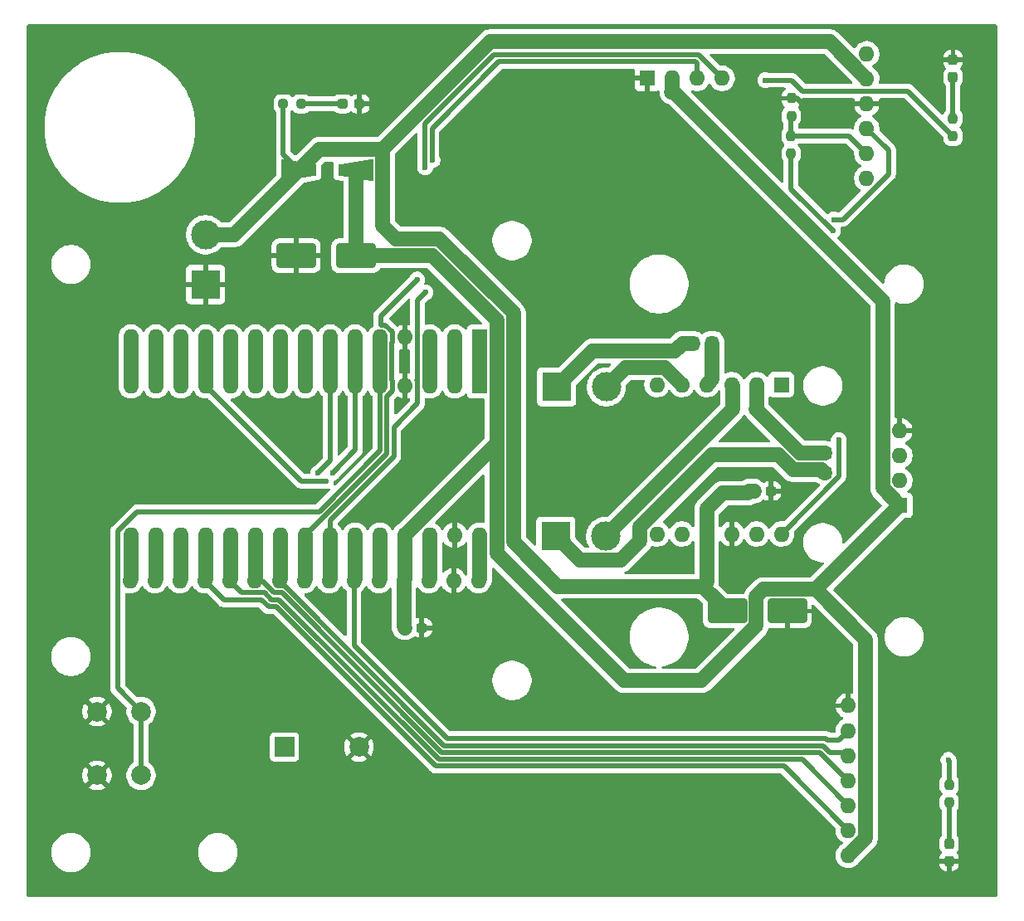
<source format=gbr>
%TF.GenerationSoftware,KiCad,Pcbnew,9.0.2*%
%TF.CreationDate,2025-06-10T12:02:55+02:00*%
%TF.ProjectId,FrenGP_robot,4672656e-4750-45f7-926f-626f742e6b69,rev?*%
%TF.SameCoordinates,Original*%
%TF.FileFunction,Copper,L1,Top*%
%TF.FilePolarity,Positive*%
%FSLAX46Y46*%
G04 Gerber Fmt 4.6, Leading zero omitted, Abs format (unit mm)*
G04 Created by KiCad (PCBNEW 9.0.2) date 2025-06-10 12:02:55*
%MOMM*%
%LPD*%
G01*
G04 APERTURE LIST*
G04 Aperture macros list*
%AMRoundRect*
0 Rectangle with rounded corners*
0 $1 Rounding radius*
0 $2 $3 $4 $5 $6 $7 $8 $9 X,Y pos of 4 corners*
0 Add a 4 corners polygon primitive as box body*
4,1,4,$2,$3,$4,$5,$6,$7,$8,$9,$2,$3,0*
0 Add four circle primitives for the rounded corners*
1,1,$1+$1,$2,$3*
1,1,$1+$1,$4,$5*
1,1,$1+$1,$6,$7*
1,1,$1+$1,$8,$9*
0 Add four rect primitives between the rounded corners*
20,1,$1+$1,$2,$3,$4,$5,0*
20,1,$1+$1,$4,$5,$6,$7,0*
20,1,$1+$1,$6,$7,$8,$9,0*
20,1,$1+$1,$8,$9,$2,$3,0*%
%AMOutline4P*
0 Free polygon, 4 corners , with rotation*
0 The origin of the aperture is its center*
0 number of corners: always 4*
0 $1 to $8 corner X, Y*
0 $9 Rotation angle, in degrees counterclockwise*
0 create outline with 4 corners*
4,1,4,$1,$2,$3,$4,$5,$6,$7,$8,$1,$2,$9*%
G04 Aperture macros list end*
%TA.AperFunction,ComponentPad*%
%ADD10O,1.600000X1.600000*%
%TD*%
%TA.AperFunction,SMDPad,CuDef*%
%ADD11RoundRect,0.237500X-0.237500X0.250000X-0.237500X-0.250000X0.237500X-0.250000X0.237500X0.250000X0*%
%TD*%
%TA.AperFunction,SMDPad,CuDef*%
%ADD12RoundRect,0.250000X-1.750000X-1.000000X1.750000X-1.000000X1.750000X1.000000X-1.750000X1.000000X0*%
%TD*%
%TA.AperFunction,SMDPad,CuDef*%
%ADD13RoundRect,0.250000X1.750000X1.000000X-1.750000X1.000000X-1.750000X-1.000000X1.750000X-1.000000X0*%
%TD*%
%TA.AperFunction,SMDPad,CuDef*%
%ADD14Outline4P,-1.800000X-1.150000X1.800000X-0.550000X1.800000X0.550000X-1.800000X1.150000X180.000000*%
%TD*%
%TA.AperFunction,SMDPad,CuDef*%
%ADD15Outline4P,-1.800000X-1.150000X1.800000X-0.550000X1.800000X0.550000X-1.800000X1.150000X0.000000*%
%TD*%
%TA.AperFunction,SMDPad,CuDef*%
%ADD16RoundRect,0.250000X0.350000X0.450000X-0.350000X0.450000X-0.350000X-0.450000X0.350000X-0.450000X0*%
%TD*%
%TA.AperFunction,ComponentPad*%
%ADD17C,2.000000*%
%TD*%
%TA.AperFunction,SMDPad,CuDef*%
%ADD18RoundRect,0.237500X0.237500X-0.287500X0.237500X0.287500X-0.237500X0.287500X-0.237500X-0.287500X0*%
%TD*%
%TA.AperFunction,ComponentPad*%
%ADD19R,1.600000X1.600000*%
%TD*%
%TA.AperFunction,SMDPad,CuDef*%
%ADD20RoundRect,0.237500X-0.300000X-0.237500X0.300000X-0.237500X0.300000X0.237500X-0.300000X0.237500X0*%
%TD*%
%TA.AperFunction,SMDPad,CuDef*%
%ADD21RoundRect,0.237500X0.287500X0.237500X-0.287500X0.237500X-0.287500X-0.237500X0.287500X-0.237500X0*%
%TD*%
%TA.AperFunction,SMDPad,CuDef*%
%ADD22RoundRect,0.237500X0.237500X-0.250000X0.237500X0.250000X-0.237500X0.250000X-0.237500X-0.250000X0*%
%TD*%
%TA.AperFunction,ComponentPad*%
%ADD23R,3.000000X3.000000*%
%TD*%
%TA.AperFunction,ComponentPad*%
%ADD24C,3.000000*%
%TD*%
%TA.AperFunction,SMDPad,CuDef*%
%ADD25RoundRect,0.237500X-0.237500X0.287500X-0.237500X-0.287500X0.237500X-0.287500X0.237500X0.287500X0*%
%TD*%
%TA.AperFunction,SMDPad,CuDef*%
%ADD26RoundRect,0.250000X-0.450000X0.350000X-0.450000X-0.350000X0.450000X-0.350000X0.450000X0.350000X0*%
%TD*%
%TA.AperFunction,ComponentPad*%
%ADD27R,2.000000X2.000000*%
%TD*%
%TA.AperFunction,SMDPad,CuDef*%
%ADD28RoundRect,0.237500X0.250000X0.237500X-0.250000X0.237500X-0.250000X-0.237500X0.250000X-0.237500X0*%
%TD*%
%TA.AperFunction,ViaPad*%
%ADD29C,0.600000*%
%TD*%
%TA.AperFunction,Conductor*%
%ADD30C,1.500000*%
%TD*%
%TA.AperFunction,Conductor*%
%ADD31C,0.500000*%
%TD*%
%TA.AperFunction,Conductor*%
%ADD32C,0.200000*%
%TD*%
G04 APERTURE END LIST*
D10*
%TO.P,U3,1,State*%
%TO.N,unconnected-(U3-State-Pad1)*%
X111196000Y-39199000D03*
%TO.P,U3,2,Rx*%
%TO.N,Net-(U3-Rx)*%
X111196000Y-36659000D03*
%TO.P,U3,3,Tx*%
%TO.N,Ard_Rx*%
X111196000Y-34119000D03*
%TO.P,U3,4,GND*%
%TO.N,GND*%
X111196000Y-31579000D03*
%TO.P,U3,5,Vcc*%
%TO.N,+5V_bat*%
X111196000Y-29039000D03*
%TO.P,U3,6,En*%
%TO.N,unconnected-(U3-En-Pad6)*%
X111196000Y-26499000D03*
%TD*%
D11*
%TO.P,R1,1*%
%TO.N,Net-(D1-A)*%
X120000000Y-33087500D03*
%TO.P,R1,2*%
%TO.N,Blinker_L*%
X120000000Y-34912500D03*
%TD*%
D12*
%TO.P,C1,1*%
%TO.N,+5V_bat*%
X96973200Y-83362800D03*
%TO.P,C1,2*%
%TO.N,GND*%
X103073200Y-83362800D03*
%TD*%
D13*
%TO.P,C3,1*%
%TO.N,+5V_MCU*%
X59080400Y-47091600D03*
%TO.P,C3,2*%
%TO.N,GND*%
X52980400Y-47091600D03*
%TD*%
D14*
%TO.P,D2,1,K*%
%TO.N,+5V_MCU*%
X59063600Y-38340400D03*
D15*
%TO.P,D2,2,A*%
%TO.N,+5V_bat*%
X53263600Y-38340400D03*
%TD*%
D16*
%TO.P,R4,1*%
%TO.N,Net-(U2-OUT3)*%
X95421200Y-56032400D03*
%TO.P,R4,2*%
%TO.N,Net-(J3-Pin_1)*%
X93421200Y-56032400D03*
%TD*%
D17*
%TO.P,SW1,1,1*%
%TO.N,GND*%
X32654700Y-100117800D03*
X32654700Y-93617800D03*
%TO.P,SW1,2,2*%
%TO.N,Net-(A1-D2)*%
X37154700Y-100117800D03*
X37154700Y-93617800D03*
%TD*%
D18*
%TO.P,D4,1,K*%
%TO.N,GND*%
X119608600Y-108875000D03*
%TO.P,D4,2,A*%
%TO.N,Net-(D4-A)*%
X119608600Y-107125000D03*
%TD*%
D19*
%TO.P,U5,1,Vcc*%
%TO.N,+5V_MCU*%
X114574700Y-72573800D03*
D10*
%TO.P,U5,2,Trig*%
%TO.N,Trig*%
X114574700Y-70033800D03*
%TO.P,U5,3,Echo*%
%TO.N,Echo*%
X114574700Y-67493800D03*
%TO.P,U5,4,GND*%
%TO.N,GND*%
X114574700Y-64953800D03*
%TD*%
D19*
%TO.P,U4,1,Gnd*%
%TO.N,GND*%
X88817900Y-29000000D03*
D10*
%TO.P,U4,2,Vdd*%
%TO.N,+5V_MCU*%
X91357900Y-29000000D03*
%TO.P,U4,3,SCK*%
%TO.N,SCL*%
X93897900Y-29000000D03*
%TO.P,U4,4,SDA*%
%TO.N,SDA*%
X96437900Y-29000000D03*
%TD*%
D20*
%TO.P,C2,1*%
%TO.N,+5V_bat*%
X99695000Y-71120000D03*
%TO.P,C2,2*%
%TO.N,GND*%
X101420000Y-71120000D03*
%TD*%
D10*
%TO.P,U1,1,Vcc*%
%TO.N,+5V_MCU*%
X109321600Y-108280200D03*
%TO.P,U1,2,IR1*%
%TO.N,IR1*%
X109321600Y-105740200D03*
%TO.P,U1,3,IR2*%
%TO.N,IR2*%
X109321600Y-103200200D03*
%TO.P,U1,4,IR3*%
%TO.N,IR3*%
X109321600Y-100660200D03*
%TO.P,U1,5,IR4*%
%TO.N,IR4*%
X109321600Y-98120200D03*
%TO.P,U1,6,IR5*%
%TO.N,IR5*%
X109321600Y-95580200D03*
%TO.P,U1,7,GND*%
%TO.N,GND*%
X109321600Y-93014200D03*
%TD*%
D11*
%TO.P,R7,1*%
%TO.N,GND*%
X103505000Y-31038800D03*
%TO.P,R7,2*%
%TO.N,Net-(U3-Rx)*%
X103505000Y-32863800D03*
%TD*%
D21*
%TO.P,D3,1,K*%
%TO.N,GND*%
X59454900Y-31597600D03*
%TO.P,D3,2,A*%
%TO.N,Net-(D3-A)*%
X57704900Y-31597600D03*
%TD*%
D19*
%TO.P,A1,1,D1/TX*%
%TO.N,Ard_Tx*%
X71704700Y-55422800D03*
X71704700Y-60375800D03*
D10*
%TO.P,A1,2,D0/RX*%
%TO.N,Ard_Rx*%
X69164700Y-55422800D03*
X69164700Y-60375800D03*
%TO.P,A1,3,~{RESET}*%
%TO.N,unconnected-(A1-~{RESET}-Pad3)*%
X66624700Y-55422800D03*
X66624700Y-60375800D03*
%TO.P,A1,4,GND*%
%TO.N,GND*%
X64084700Y-55422800D03*
X64084700Y-60375800D03*
%TO.P,A1,5,D2*%
%TO.N,Net-(A1-D2)*%
X61544700Y-55422800D03*
X61544700Y-60375800D03*
%TO.P,A1,6,D3*%
%TO.N,AIN1*%
X59004700Y-55422800D03*
X59004700Y-60375800D03*
%TO.P,A1,7,D4*%
%TO.N,Buzzer*%
X56464700Y-55422800D03*
X56464700Y-60375800D03*
%TO.P,A1,8,D5*%
%TO.N,Blinker_L*%
X53924700Y-55422800D03*
X53924700Y-60375800D03*
%TO.P,A1,9,D6*%
%TO.N,Blinker_R*%
X51384700Y-55422800D03*
X51384700Y-60375800D03*
%TO.P,A1,10,D7*%
%TO.N,Trig*%
X48844700Y-55422800D03*
X48844700Y-60375800D03*
%TO.P,A1,11,D8*%
%TO.N,Echo*%
X46304700Y-55422800D03*
X46304700Y-60375800D03*
%TO.P,A1,12,D9*%
%TO.N,AIN2*%
X43764700Y-55422800D03*
X43764700Y-60375800D03*
%TO.P,A1,13,D10*%
%TO.N,BIN1*%
X41224700Y-55422800D03*
X41224700Y-60375800D03*
%TO.P,A1,14,D11*%
%TO.N,BIN2*%
X38684700Y-55422800D03*
X38684700Y-60375800D03*
%TO.P,A1,15,D12*%
%TO.N,unconnected-(A1-D12-Pad15)*%
X36144700Y-55422800D03*
X36144700Y-60375800D03*
%TO.P,A1,16,D13*%
%TO.N,unconnected-(A1-D13-Pad16)*%
X36144700Y-75615800D03*
X36017700Y-80249800D03*
%TO.P,A1,17,3V3*%
%TO.N,unconnected-(A1-3V3-Pad17)*%
X38684700Y-75615800D03*
X38557700Y-80249800D03*
%TO.P,A1,18,AREF*%
%TO.N,unconnected-(A1-AREF-Pad18)*%
X41224700Y-75615800D03*
X41097700Y-80249800D03*
%TO.P,A1,19,A0*%
%TO.N,IR1*%
X43764700Y-75615800D03*
X43637700Y-80249800D03*
%TO.P,A1,20,A1*%
%TO.N,IR2*%
X46304700Y-75615800D03*
X46177700Y-80249800D03*
%TO.P,A1,21,A2*%
%TO.N,IR3*%
X48844700Y-75615800D03*
X48717700Y-80249800D03*
%TO.P,A1,22,A3*%
%TO.N,IR4*%
X51384700Y-75615800D03*
X51257700Y-80249800D03*
%TO.P,A1,23,A4*%
%TO.N,SDA*%
X53924700Y-75615800D03*
X53797700Y-80249800D03*
%TO.P,A1,24,A5*%
%TO.N,SCL*%
X56464700Y-75615800D03*
X56337700Y-80249800D03*
%TO.P,A1,25,A6*%
%TO.N,IR5*%
X59004700Y-75615800D03*
X58877700Y-80249800D03*
%TO.P,A1,26,A7*%
%TO.N,unconnected-(A1-A7-Pad26)*%
X61544700Y-75615800D03*
X61417700Y-80249800D03*
%TO.P,A1,27,+5V*%
%TO.N,+5V_MCU*%
X64084700Y-75615800D03*
X63957700Y-80249800D03*
%TO.P,A1,28,~{RESET}*%
%TO.N,unconnected-(A1-~{RESET}-Pad28)*%
X66624700Y-75615800D03*
X66497700Y-80249800D03*
%TO.P,A1,29,GND*%
%TO.N,GND*%
X69164700Y-75615800D03*
X69037700Y-80249800D03*
%TO.P,A1,30,VIN*%
%TO.N,unconnected-(A1-VIN-Pad30)*%
X71704700Y-75615800D03*
X71577700Y-80249800D03*
%TD*%
D19*
%TO.P,U2,1,Sleep*%
%TO.N,unconnected-(U2-Sleep-Pad1)*%
X102489000Y-60252000D03*
D10*
%TO.P,U2,2,OUT1*%
%TO.N,Net-(U2-OUT1)*%
X99949000Y-60252000D03*
%TO.P,U2,3,OUT2*%
%TO.N,Net-(J2-Pin_2)*%
X97409000Y-60252000D03*
%TO.P,U2,4,OUT3*%
%TO.N,Net-(U2-OUT3)*%
X94869000Y-60252000D03*
%TO.P,U2,5,OUT4*%
%TO.N,Net-(J3-Pin_2)*%
X92329000Y-60252000D03*
%TO.P,U2,6,Fault*%
%TO.N,unconnected-(U2-Fault-Pad6)*%
X89789000Y-60252000D03*
%TO.P,U2,7,IN1*%
%TO.N,AIN1*%
X89789000Y-75492000D03*
%TO.P,U2,8,IN2*%
%TO.N,AIN2*%
X92329000Y-75492000D03*
%TO.P,U2,9,Vcc*%
%TO.N,+5V_bat*%
X94869000Y-75492000D03*
%TO.P,U2,10,GND*%
%TO.N,GND*%
X97409000Y-75492000D03*
%TO.P,U2,11,IN3*%
%TO.N,BIN1*%
X99949000Y-75492000D03*
%TO.P,U2,12,IN4*%
%TO.N,BIN2*%
X102489000Y-75492000D03*
%TD*%
D22*
%TO.P,R5,1*%
%TO.N,Net-(D4-A)*%
X119608600Y-102912500D03*
%TO.P,R5,2*%
%TO.N,Blinker_R*%
X119608600Y-101087500D03*
%TD*%
D23*
%TO.P,J1,1,Pin_1*%
%TO.N,GND*%
X43738800Y-50038000D03*
D24*
%TO.P,J1,2,Pin_2*%
%TO.N,+5V_bat*%
X43738800Y-44958000D03*
%TD*%
D25*
%TO.P,D1,1,K*%
%TO.N,GND*%
X120000000Y-27125000D03*
%TO.P,D1,2,A*%
%TO.N,Net-(D1-A)*%
X120000000Y-28875000D03*
%TD*%
D26*
%TO.P,R3,1*%
%TO.N,Net-(U2-OUT1)*%
X106908600Y-67233800D03*
%TO.P,R3,2*%
%TO.N,Net-(J2-Pin_1)*%
X106908600Y-69233800D03*
%TD*%
D27*
%TO.P,BZ1,1,+*%
%TO.N,Buzzer*%
X51782016Y-97231200D03*
D17*
%TO.P,BZ1,2,-*%
%TO.N,GND*%
X59382016Y-97231200D03*
%TD*%
D28*
%TO.P,R2,1*%
%TO.N,Net-(D3-A)*%
X53492400Y-31597600D03*
%TO.P,R2,2*%
%TO.N,+5V_bat*%
X51667400Y-31597600D03*
%TD*%
D23*
%TO.P,J2,1,Pin_1*%
%TO.N,Net-(J2-Pin_1)*%
X79476600Y-75720600D03*
D24*
%TO.P,J2,2,Pin_2*%
%TO.N,Net-(J2-Pin_2)*%
X84556600Y-75720600D03*
%TD*%
D23*
%TO.P,J3,1,Pin_1*%
%TO.N,Net-(J3-Pin_1)*%
X79552800Y-60480600D03*
D24*
%TO.P,J3,2,Pin_2*%
%TO.N,Net-(J3-Pin_2)*%
X84632800Y-60480600D03*
%TD*%
D20*
%TO.P,C4,1*%
%TO.N,+5V_MCU*%
X64085300Y-85064600D03*
%TO.P,C4,2*%
%TO.N,GND*%
X65810300Y-85064600D03*
%TD*%
D22*
%TO.P,R6,1*%
%TO.N,Ard_Tx*%
X103479600Y-36699200D03*
%TO.P,R6,2*%
%TO.N,Net-(U3-Rx)*%
X103479600Y-34874200D03*
%TD*%
D29*
%TO.N,BIN2*%
X108356400Y-65887600D03*
%TO.N,GND*%
X64160400Y-69799200D03*
X110490000Y-62230000D03*
X99364800Y-64770000D03*
X71475600Y-63398400D03*
X88722200Y-79324200D03*
X92456000Y-78359000D03*
X57124600Y-84201000D03*
X106426000Y-37236400D03*
X100965000Y-34290000D03*
X60350400Y-62763400D03*
X46355000Y-26670000D03*
X99060000Y-51435000D03*
X109220000Y-73025000D03*
X84023200Y-63754000D03*
X103200200Y-71018400D03*
X79375000Y-35560000D03*
X64135000Y-52705000D03*
X106680000Y-33655000D03*
X89966800Y-62763400D03*
X100330000Y-78105000D03*
X106045000Y-51435000D03*
X57734200Y-82346800D03*
X109855000Y-62865000D03*
X102235000Y-78105000D03*
X64135000Y-53340000D03*
X69850000Y-78105000D03*
X83820000Y-35560000D03*
X92405200Y-73253600D03*
X102717600Y-72821800D03*
X109855000Y-61595000D03*
X113665000Y-34290000D03*
X50901600Y-64744600D03*
X84378800Y-85674200D03*
X113665000Y-32385000D03*
X60325000Y-64160400D03*
X115570000Y-33020000D03*
X66852800Y-69748400D03*
X79375000Y-38100000D03*
X81280000Y-38100000D03*
X98425000Y-78105000D03*
X102870000Y-48895000D03*
X99695000Y-34290000D03*
X111125000Y-62865000D03*
X106045000Y-48895000D03*
X71755000Y-70485000D03*
X83820000Y-38100000D03*
X57734200Y-62560200D03*
X57785000Y-26670000D03*
X68580000Y-78105000D03*
X103505000Y-78105000D03*
X107950000Y-73025000D03*
X84378800Y-84404200D03*
X99060000Y-48895000D03*
X49555400Y-52197000D03*
X53467000Y-66903600D03*
X81280000Y-35560000D03*
X102463600Y-27381200D03*
X57683400Y-63576200D03*
X98044000Y-69367400D03*
X84433224Y-83134200D03*
X79933800Y-69545200D03*
X115570000Y-34290000D03*
X98196400Y-64770000D03*
X111125000Y-61595000D03*
X67106800Y-63322200D03*
X63550800Y-62179200D03*
X99695000Y-32385000D03*
X105054400Y-36499800D03*
X52070000Y-26670000D03*
X52730400Y-52197000D03*
X68986400Y-63373000D03*
X105410000Y-27381200D03*
X105503438Y-33306909D03*
X56311800Y-82296000D03*
X102870000Y-51435000D03*
X80848200Y-63754000D03*
X93141800Y-62763400D03*
X83108800Y-69545200D03*
%TO.N,SCL*%
X66167000Y-50850800D03*
X66891600Y-37353200D03*
%TO.N,AIN1*%
X56692800Y-69240400D03*
%TO.N,AIN2*%
X56022769Y-70094369D03*
%TO.N,Blinker_L*%
X100863400Y-29184600D03*
%TO.N,Ard_Rx*%
X107848400Y-43408600D03*
%TO.N,Blinker_R*%
X119532400Y-98552000D03*
%TO.N,Ard_Tx*%
X107746800Y-44551600D03*
%TO.N,Buzzer*%
X55219600Y-69277800D03*
%TO.N,SDA*%
X66141600Y-38100000D03*
X65328800Y-49530000D03*
%TD*%
D30*
%TO.N,BIN2*%
X38684700Y-60375800D02*
X38684700Y-55422800D01*
D31*
X108356400Y-69624600D02*
X102489000Y-75492000D01*
X108356400Y-65887600D02*
X108356400Y-69624600D01*
%TO.N,GND*%
X103505000Y-31038800D02*
X104063800Y-31038800D01*
X104063800Y-31038800D02*
X104775000Y-31750000D01*
%TO.N,IR1*%
X67225808Y-99192000D02*
X102773400Y-99192000D01*
X50158790Y-82902800D02*
X50936608Y-82902800D01*
X45589700Y-82201800D02*
X43637700Y-80249800D01*
D30*
X43764700Y-75615800D02*
X43764700Y-79171800D01*
X43764700Y-79171800D02*
X43764700Y-80122800D01*
D31*
X102773400Y-99192000D02*
X109321600Y-105740200D01*
X49457790Y-82201800D02*
X50158790Y-82902800D01*
X49457790Y-82201800D02*
X45589700Y-82201800D01*
D30*
X43764700Y-80122800D02*
X43637700Y-80249800D01*
D31*
X50936608Y-82902800D02*
X67225808Y-99192000D01*
%TO.N,SCL*%
X62946700Y-65757628D02*
X62946200Y-65758128D01*
X65373700Y-59670500D02*
X65261141Y-59783059D01*
X66167000Y-50850800D02*
X65373700Y-51644100D01*
X66842600Y-34122400D02*
X73660000Y-27305000D01*
X65335700Y-59857618D02*
X65335700Y-62197700D01*
X62946700Y-64586700D02*
X62946700Y-65757628D01*
X65373700Y-51644100D02*
X65373700Y-59670500D01*
X62946200Y-67585664D02*
X56464700Y-74067164D01*
X62946200Y-65758128D02*
X62946200Y-67585664D01*
X93897900Y-27451364D02*
X93897900Y-29000000D01*
X93751536Y-27305000D02*
X93897900Y-27451364D01*
X66891600Y-37353200D02*
X66842600Y-37304200D01*
D30*
X56464700Y-75615800D02*
X56464700Y-80122800D01*
D31*
X56464700Y-74067164D02*
X56464700Y-75615800D01*
X66842600Y-37304200D02*
X66842600Y-34122400D01*
X73660000Y-27305000D02*
X93751536Y-27305000D01*
D30*
X56464700Y-80122800D02*
X56337700Y-80249800D01*
D31*
X65335700Y-62197700D02*
X62946700Y-64586700D01*
X65261141Y-59783059D02*
X65335700Y-59857618D01*
%TO.N,Net-(A1-D2)*%
X34766700Y-75224618D02*
X36763118Y-73228200D01*
D30*
X61544700Y-55422800D02*
X61544700Y-60375800D01*
D31*
X37154700Y-93617800D02*
X34766700Y-91229800D01*
X61544200Y-67004936D02*
X61544200Y-65177400D01*
X34766700Y-91229800D02*
X34766700Y-75224618D01*
X55320936Y-73228200D02*
X61544200Y-67004936D01*
X36763118Y-73228200D02*
X55320936Y-73228200D01*
X37154700Y-100117800D02*
X37154700Y-93617800D01*
X61544200Y-65177400D02*
X61544700Y-65176900D01*
X61544700Y-65176900D02*
X61544700Y-60375800D01*
%TO.N,AIN1*%
X56692800Y-69240400D02*
X59004700Y-66928500D01*
X89789000Y-75492000D02*
X89862000Y-75492000D01*
X59004700Y-66928500D02*
X59004700Y-60375800D01*
D30*
X59004700Y-55422800D02*
X59004700Y-60375800D01*
D31*
%TO.N,AIN2*%
X56022769Y-70094369D02*
X53483269Y-70094369D01*
X53483269Y-70094369D02*
X43764700Y-60375800D01*
D30*
X43764700Y-60375800D02*
X43764700Y-55422800D01*
D31*
%TO.N,BIN1*%
X99949000Y-75492000D02*
X99615600Y-75492000D01*
D30*
X41224700Y-55422800D02*
X41224700Y-60375800D01*
D31*
%TO.N,IR2*%
X109321600Y-103200200D02*
X104612400Y-98491000D01*
D30*
X46304700Y-80122800D02*
X46177700Y-80249800D01*
D31*
X49748154Y-81500800D02*
X47428700Y-81500800D01*
X51226972Y-82201800D02*
X50449154Y-82201800D01*
X50449154Y-82201800D02*
X49748154Y-81500800D01*
X47428700Y-81500800D02*
X46177700Y-80249800D01*
X67516172Y-98491000D02*
X51226972Y-82201800D01*
X104612400Y-98491000D02*
X67516172Y-98491000D01*
D30*
X46304700Y-75615800D02*
X46304700Y-80122800D01*
D31*
%TO.N,IR4*%
X106741764Y-97089000D02*
X68096900Y-97089000D01*
X68096900Y-97089000D02*
X51257700Y-80249800D01*
D30*
X51384700Y-75615800D02*
X51384700Y-80122800D01*
X51384700Y-80122800D02*
X51257700Y-80249800D01*
D31*
X109321600Y-98120200D02*
X108991400Y-97790000D01*
X108991400Y-97790000D02*
X107442764Y-97790000D01*
X107442764Y-97790000D02*
X106741764Y-97089000D01*
D30*
%TO.N,+5V_MCU*%
X59080400Y-47091600D02*
X66875500Y-47091600D01*
X59422400Y-38340400D02*
X59588400Y-38506400D01*
X91357900Y-30333500D02*
X91357900Y-29000000D01*
X66875500Y-47091600D02*
X73455700Y-53671800D01*
X91357900Y-30333500D02*
X91287600Y-30403800D01*
X99924200Y-81858402D02*
X99924200Y-84867198D01*
X59080400Y-38682400D02*
X59080400Y-47091600D01*
X111072600Y-106529200D02*
X109321600Y-108280200D01*
X86461600Y-90474800D02*
X73455700Y-77468900D01*
X112823700Y-51714202D02*
X112823700Y-70822800D01*
X64084700Y-80122800D02*
X63957700Y-80249800D01*
X59256400Y-38506400D02*
X59080400Y-38682400D01*
X59588400Y-38506400D02*
X59256400Y-38506400D01*
X111072600Y-86247700D02*
X111072600Y-106529200D01*
X105986700Y-81161800D02*
X111072600Y-86247700D01*
X64084700Y-75615800D02*
X64084700Y-80122800D01*
X91357900Y-30248402D02*
X112823700Y-51714202D01*
X63957700Y-80249800D02*
X63957700Y-84937000D01*
X63957700Y-84937000D02*
X64085300Y-85064600D01*
X112823700Y-70822800D02*
X114574700Y-72573800D01*
X94316598Y-90474800D02*
X86461600Y-90474800D01*
X73455700Y-66244800D02*
X64084700Y-75615800D01*
X73455700Y-77468900D02*
X73455700Y-66244800D01*
X100620802Y-81161800D02*
X99924200Y-81858402D01*
X59063600Y-38340400D02*
X59422400Y-38340400D01*
X99924200Y-84867198D02*
X94316598Y-90474800D01*
D32*
X59063600Y-47074800D02*
X59080400Y-47091600D01*
D30*
X91357900Y-30248402D02*
X91357900Y-30333500D01*
X114574700Y-72573800D02*
X105986700Y-81161800D01*
X73455700Y-53671800D02*
X73455700Y-66244800D01*
X105986700Y-81161800D02*
X100620802Y-81161800D01*
D31*
%TO.N,IR5*%
X68387264Y-96388000D02*
X58877700Y-86878436D01*
D30*
X59004700Y-75615800D02*
X59004700Y-80122800D01*
D31*
X107032128Y-96388000D02*
X68387264Y-96388000D01*
X109321600Y-95580200D02*
X108381800Y-96520000D01*
X58877700Y-86878436D02*
X58877700Y-80249800D01*
X107164128Y-96520000D02*
X107032128Y-96388000D01*
X108381800Y-96520000D02*
X107164128Y-96520000D01*
D30*
X59004700Y-80122800D02*
X58877700Y-80249800D01*
D31*
%TO.N,IR3*%
X106451400Y-97790000D02*
X67806536Y-97790000D01*
X51517336Y-81500800D02*
X50739518Y-81500800D01*
X49488518Y-80249800D02*
X48717700Y-80249800D01*
D30*
X48844700Y-80122800D02*
X48717700Y-80249800D01*
D31*
X109321600Y-100660200D02*
X106451400Y-97790000D01*
X50739518Y-81500800D02*
X49488518Y-80249800D01*
D30*
X48844700Y-75615800D02*
X48844700Y-80122800D01*
D31*
X67806536Y-97790000D02*
X51517336Y-81500800D01*
D30*
%TO.N,Echo*%
X46304700Y-55422800D02*
X46304700Y-60375800D01*
%TO.N,Trig*%
X48844700Y-60375800D02*
X48844700Y-55422800D01*
%TO.N,unconnected-(A1-AREF-Pad18)*%
X41224700Y-75615800D02*
X41224700Y-80122800D01*
X41224700Y-80122800D02*
X41097700Y-80249800D01*
%TO.N,unconnected-(A1-D12-Pad15)*%
X36144700Y-55422800D02*
X36144700Y-60375800D01*
D31*
%TO.N,Net-(D1-A)*%
X120000000Y-33087500D02*
X120000000Y-28875000D01*
D30*
%TO.N,Net-(J2-Pin_2)*%
X97510600Y-62766600D02*
X97510600Y-60353600D01*
X84556600Y-75720600D02*
X97510600Y-62766600D01*
X97510600Y-60353600D02*
X97409000Y-60252000D01*
%TO.N,Net-(J2-Pin_1)*%
X103695059Y-68934800D02*
X106609600Y-68934800D01*
X88038000Y-76217288D02*
X88038000Y-74766712D01*
X88038000Y-74766712D02*
X95418512Y-67386200D01*
X79476600Y-75720600D02*
X79784600Y-75720600D01*
X102146458Y-67386200D02*
X103695059Y-68934800D01*
X79784600Y-75720600D02*
X80264000Y-76200000D01*
X86083688Y-78171600D02*
X88038000Y-76217288D01*
X95418512Y-67386200D02*
X102146458Y-67386200D01*
X79476600Y-75720600D02*
X81927600Y-78171600D01*
X81927600Y-78171600D02*
X86083688Y-78171600D01*
X106609600Y-68934800D02*
X106908600Y-69233800D01*
%TO.N,Net-(J3-Pin_2)*%
X86611400Y-58502000D02*
X90579000Y-58502000D01*
X90579000Y-58502000D02*
X92329000Y-60252000D01*
X84632800Y-60480600D02*
X86611400Y-58502000D01*
%TO.N,unconnected-(A1-D13-Pad16)*%
X36144700Y-75615800D02*
X36144700Y-80122800D01*
X36144700Y-80122800D02*
X36017700Y-80249800D01*
%TO.N,unconnected-(A1-~{RESET}-Pad3)*%
X66624700Y-55422800D02*
X66624700Y-60375800D01*
%TO.N,unconnected-(A1-VIN-Pad30)*%
X71704700Y-75615800D02*
X71704700Y-80122800D01*
X71704700Y-80122800D02*
X71577700Y-80249800D01*
%TO.N,Blinker_L*%
X53924700Y-55422800D02*
X53924700Y-60375800D01*
D31*
X120000000Y-34912500D02*
X115377500Y-30290000D01*
X103532634Y-29184600D02*
X100863400Y-29184600D01*
X115377500Y-30290000D02*
X104638034Y-30290000D01*
X104638034Y-30290000D02*
X103532634Y-29184600D01*
D30*
%TO.N,unconnected-(A1-A7-Pad26)*%
X61544700Y-80122800D02*
X61417700Y-80249800D01*
X61544700Y-75615800D02*
X61544700Y-80122800D01*
D31*
%TO.N,Ard_Rx*%
X111196000Y-34119000D02*
X113411000Y-36334000D01*
D30*
X69164700Y-55422800D02*
X69164700Y-60375800D01*
D31*
X113411000Y-36334000D02*
X113411000Y-38753182D01*
X108755582Y-43408600D02*
X107848400Y-43408600D01*
X113411000Y-38753182D02*
X108755582Y-43408600D01*
%TO.N,Blinker_R*%
X119608600Y-98628200D02*
X119532400Y-98552000D01*
D30*
X51384700Y-55422800D02*
X51384700Y-60375800D01*
D31*
X119608600Y-101087500D02*
X119608600Y-98628200D01*
D30*
%TO.N,Ard_Tx*%
X71704700Y-55422800D02*
X71704700Y-60375800D01*
D31*
X103479600Y-36699200D02*
X103479600Y-40284400D01*
X103479600Y-40284400D02*
X107746800Y-44551600D01*
D30*
%TO.N,unconnected-(A1-~{RESET}-Pad28)*%
X66624700Y-80122800D02*
X66497700Y-80249800D01*
X66624700Y-75615800D02*
X66624700Y-80122800D01*
%TO.N,unconnected-(A1-3V3-Pad17)*%
X38684700Y-75615800D02*
X38684700Y-80122800D01*
X38684700Y-80122800D02*
X38557700Y-80249800D01*
%TO.N,Net-(J3-Pin_1)*%
X79552800Y-60480600D02*
X83231400Y-56802000D01*
X93421200Y-56032400D02*
X92405200Y-56032400D01*
X92405200Y-56032400D02*
X91635600Y-56802000D01*
X83231400Y-56802000D02*
X91635600Y-56802000D01*
D31*
%TO.N,Buzzer*%
X56464700Y-68032700D02*
X56464700Y-60375800D01*
D30*
X56464700Y-55422800D02*
X56464700Y-60375800D01*
D31*
X55219600Y-69277800D02*
X56464700Y-68032700D01*
%TO.N,SDA*%
X62245700Y-61443982D02*
X62245700Y-65467264D01*
X62245700Y-65467264D02*
X62245200Y-65467764D01*
D30*
X53924700Y-75615800D02*
X53924700Y-80122800D01*
D31*
X73134968Y-26593800D02*
X66141600Y-33587168D01*
X62745700Y-55990982D02*
X62745700Y-59807618D01*
X62795700Y-55940982D02*
X62745700Y-55990982D01*
X62795700Y-60893982D02*
X62245700Y-61443982D01*
X94031700Y-26593800D02*
X73134968Y-26593800D01*
X65328800Y-49530000D02*
X65335700Y-49536900D01*
D30*
X53924700Y-80122800D02*
X53797700Y-80249800D01*
D31*
X62795700Y-54904618D02*
X62795700Y-55940982D01*
X62745700Y-59807618D02*
X62795700Y-59857618D01*
X96437900Y-29000000D02*
X94031700Y-26593800D01*
X66141600Y-33587168D02*
X66141600Y-38100000D01*
X62062882Y-54171800D02*
X62795700Y-54904618D01*
X62245200Y-67295300D02*
X53924700Y-75615800D01*
X62245200Y-65467764D02*
X62245200Y-67295300D01*
X62795700Y-59857618D02*
X62795700Y-60893982D01*
X65328800Y-49530000D02*
X61620400Y-53238400D01*
X61620400Y-53238400D02*
X61620400Y-54171800D01*
X61620400Y-54171800D02*
X62062882Y-54171800D01*
D30*
%TO.N,+5V_bat*%
X94869000Y-75492000D02*
X94869000Y-72948800D01*
X75156700Y-76302700D02*
X79681800Y-80827800D01*
X61814600Y-36796482D02*
X61814600Y-39884318D01*
X61790898Y-44010898D02*
X63170600Y-45390600D01*
X46646000Y-44958000D02*
X53263600Y-38340400D01*
X99037800Y-71323200D02*
X99241000Y-71120000D01*
X94869000Y-75492000D02*
X94869000Y-80397000D01*
X63170600Y-45390600D02*
X67580078Y-45390600D01*
X61790898Y-36772780D02*
X61814600Y-36796482D01*
D31*
X51667400Y-36744200D02*
X53263600Y-38340400D01*
D30*
X94869000Y-80397000D02*
X94438200Y-80827800D01*
X61814600Y-39884318D02*
X61790898Y-39908020D01*
X55364600Y-36239400D02*
X61790898Y-36239400D01*
X99241000Y-71120000D02*
X99695000Y-71120000D01*
X43738800Y-44958000D02*
X46646000Y-44958000D01*
X53263600Y-38340400D02*
X55364600Y-36239400D01*
X61790898Y-39908020D02*
X61790898Y-44010898D01*
X96973200Y-83362800D02*
X94438200Y-80827800D01*
D31*
X51667400Y-31597600D02*
X51667400Y-36744200D01*
D30*
X75156700Y-52967223D02*
X75156700Y-76302700D01*
X61790898Y-36239400D02*
X61790898Y-36772780D01*
X61790898Y-36239400D02*
X72781098Y-25249200D01*
X72781098Y-25249200D02*
X107406200Y-25249200D01*
X67580078Y-45390600D02*
X75156700Y-52967223D01*
X79681800Y-80827800D02*
X94438200Y-80827800D01*
X96494600Y-71323200D02*
X99037800Y-71323200D01*
X94869000Y-72948800D02*
X96494600Y-71323200D01*
X107406200Y-25249200D02*
X111196000Y-29039000D01*
D31*
%TO.N,Net-(D3-A)*%
X53492400Y-31597600D02*
X57704900Y-31597600D01*
%TO.N,Net-(D4-A)*%
X119608600Y-107125000D02*
X119608600Y-102912500D01*
D30*
%TO.N,Net-(U2-OUT1)*%
X104399636Y-67233800D02*
X106908600Y-67233800D01*
X99949000Y-62732364D02*
X99923600Y-62757764D01*
X99923600Y-62757764D02*
X104399636Y-67233800D01*
X99949000Y-62732364D02*
X99949000Y-60252000D01*
%TO.N,Net-(U2-OUT3)*%
X95421200Y-56032400D02*
X95421200Y-59699800D01*
X94869000Y-60252000D02*
X95421200Y-59699800D01*
D31*
%TO.N,Net-(U3-Rx)*%
X103479600Y-32889200D02*
X103505000Y-32863800D01*
X109411200Y-34874200D02*
X111196000Y-36659000D01*
X103479600Y-34874200D02*
X109411200Y-34874200D01*
X103479600Y-34874200D02*
X103479600Y-32889200D01*
%TD*%
%TA.AperFunction,Conductor*%
%TO.N,GND*%
G36*
X73160403Y-78942523D02*
G01*
X73166881Y-78948555D01*
X85646954Y-91428628D01*
X85806195Y-91544324D01*
X85886597Y-91585291D01*
X85981569Y-91633682D01*
X85981571Y-91633682D01*
X85981574Y-91633684D01*
X86081918Y-91666287D01*
X86168773Y-91694509D01*
X86363178Y-91725300D01*
X86363183Y-91725300D01*
X94415020Y-91725300D01*
X94609424Y-91694509D01*
X94796624Y-91633684D01*
X94972003Y-91544324D01*
X95131244Y-91428628D01*
X100878028Y-85681844D01*
X100993724Y-85522603D01*
X101083084Y-85347224D01*
X101131978Y-85196743D01*
X101171414Y-85139070D01*
X101235773Y-85111871D01*
X101262519Y-85111706D01*
X101273220Y-85112799D01*
X102823199Y-85112799D01*
X103323200Y-85112799D01*
X104873172Y-85112799D01*
X104873186Y-85112798D01*
X104975897Y-85102305D01*
X105142319Y-85047158D01*
X105142324Y-85047156D01*
X105291545Y-84955115D01*
X105415515Y-84831145D01*
X105507556Y-84681924D01*
X105507558Y-84681919D01*
X105562705Y-84515497D01*
X105562706Y-84515490D01*
X105573199Y-84412786D01*
X105573200Y-84412773D01*
X105573200Y-83612800D01*
X103323200Y-83612800D01*
X103323200Y-85112799D01*
X102823199Y-85112799D01*
X102823200Y-85112798D01*
X102823200Y-83486800D01*
X102842885Y-83419761D01*
X102895689Y-83374006D01*
X102947200Y-83362800D01*
X103073200Y-83362800D01*
X103073200Y-83236800D01*
X103092885Y-83169761D01*
X103145689Y-83124006D01*
X103197200Y-83112800D01*
X105573199Y-83112800D01*
X105573199Y-82816135D01*
X105592884Y-82749096D01*
X105645688Y-82703341D01*
X105714846Y-82693397D01*
X105778402Y-82722422D01*
X105784880Y-82728454D01*
X109785781Y-86729355D01*
X109819266Y-86790678D01*
X109822100Y-86817036D01*
X109822100Y-91639250D01*
X109802415Y-91706289D01*
X109749611Y-91752044D01*
X109680453Y-91761988D01*
X109659783Y-91757181D01*
X109626018Y-91746210D01*
X109626013Y-91746209D01*
X109571600Y-91737590D01*
X109571600Y-92698514D01*
X109567206Y-92694120D01*
X109475994Y-92641459D01*
X109374261Y-92614200D01*
X109268939Y-92614200D01*
X109167206Y-92641459D01*
X109075994Y-92694120D01*
X109071600Y-92698514D01*
X109071600Y-91737590D01*
X109017186Y-91746209D01*
X108822570Y-91809444D01*
X108640250Y-91902340D01*
X108474705Y-92022617D01*
X108474704Y-92022617D01*
X108330017Y-92167304D01*
X108330017Y-92167305D01*
X108209740Y-92332850D01*
X108116844Y-92515170D01*
X108053609Y-92709786D01*
X108044991Y-92764200D01*
X109005914Y-92764200D01*
X109001520Y-92768594D01*
X108948859Y-92859806D01*
X108921600Y-92961539D01*
X108921600Y-93066861D01*
X108948859Y-93168594D01*
X109001520Y-93259806D01*
X109005914Y-93264200D01*
X108044991Y-93264200D01*
X108053609Y-93318613D01*
X108116844Y-93513229D01*
X108209740Y-93695549D01*
X108330017Y-93861094D01*
X108330017Y-93861095D01*
X108474704Y-94005782D01*
X108640252Y-94126061D01*
X108758742Y-94186434D01*
X108809539Y-94234408D01*
X108826334Y-94302229D01*
X108803797Y-94368364D01*
X108758744Y-94407403D01*
X108639988Y-94467913D01*
X108474386Y-94588228D01*
X108329628Y-94732986D01*
X108209315Y-94898586D01*
X108116381Y-95080976D01*
X108053122Y-95275665D01*
X108021100Y-95477848D01*
X108021100Y-95645500D01*
X108001415Y-95712539D01*
X107948611Y-95758294D01*
X107897100Y-95769500D01*
X107494956Y-95769500D01*
X107427917Y-95749815D01*
X107426065Y-95748602D01*
X107408864Y-95737109D01*
X107408863Y-95737108D01*
X107387623Y-95722916D01*
X107387621Y-95722915D01*
X107387618Y-95722913D01*
X107251045Y-95666343D01*
X107251035Y-95666340D01*
X107106048Y-95637500D01*
X107106046Y-95637500D01*
X68749493Y-95637500D01*
X68682454Y-95617815D01*
X68661812Y-95601181D01*
X65949576Y-92888944D01*
X63371504Y-90310872D01*
X72999500Y-90310872D01*
X72999500Y-90573127D01*
X73020436Y-90732140D01*
X73033730Y-90833116D01*
X73066456Y-90955251D01*
X73101602Y-91086418D01*
X73101605Y-91086428D01*
X73201953Y-91328690D01*
X73201958Y-91328700D01*
X73333075Y-91555803D01*
X73492718Y-91763851D01*
X73492726Y-91763860D01*
X73678140Y-91949274D01*
X73678148Y-91949281D01*
X73886196Y-92108924D01*
X74113299Y-92240041D01*
X74113309Y-92240046D01*
X74341238Y-92334457D01*
X74355581Y-92340398D01*
X74608884Y-92408270D01*
X74868880Y-92442500D01*
X74868887Y-92442500D01*
X75131113Y-92442500D01*
X75131120Y-92442500D01*
X75391116Y-92408270D01*
X75644419Y-92340398D01*
X75886697Y-92240043D01*
X76113803Y-92108924D01*
X76321851Y-91949282D01*
X76321855Y-91949277D01*
X76321860Y-91949274D01*
X76507274Y-91763860D01*
X76507277Y-91763855D01*
X76507282Y-91763851D01*
X76666924Y-91555803D01*
X76798043Y-91328697D01*
X76898398Y-91086419D01*
X76966270Y-90833116D01*
X77000500Y-90573120D01*
X77000500Y-90310880D01*
X76966270Y-90050884D01*
X76898398Y-89797581D01*
X76800204Y-89560520D01*
X76798046Y-89555309D01*
X76798041Y-89555299D01*
X76666924Y-89328196D01*
X76507281Y-89120148D01*
X76507274Y-89120140D01*
X76321860Y-88934726D01*
X76321851Y-88934718D01*
X76113803Y-88775075D01*
X75886700Y-88643958D01*
X75886690Y-88643953D01*
X75644428Y-88543605D01*
X75644421Y-88543603D01*
X75644419Y-88543602D01*
X75391116Y-88475730D01*
X75333339Y-88468123D01*
X75131127Y-88441500D01*
X75131120Y-88441500D01*
X74868880Y-88441500D01*
X74868872Y-88441500D01*
X74643588Y-88471161D01*
X74608884Y-88475730D01*
X74355581Y-88543602D01*
X74355571Y-88543605D01*
X74113309Y-88643953D01*
X74113299Y-88643958D01*
X73886196Y-88775075D01*
X73678148Y-88934718D01*
X73492718Y-89120148D01*
X73333075Y-89328196D01*
X73201958Y-89555299D01*
X73201953Y-89555309D01*
X73101605Y-89797571D01*
X73101602Y-89797581D01*
X73047231Y-90000500D01*
X73033730Y-90050885D01*
X72999500Y-90310872D01*
X63371504Y-90310872D01*
X59664519Y-86603887D01*
X59631034Y-86542564D01*
X59628200Y-86516206D01*
X59628200Y-81375216D01*
X59647885Y-81308177D01*
X59679313Y-81274899D01*
X59724919Y-81241766D01*
X59869666Y-81097019D01*
X59869668Y-81097015D01*
X59869671Y-81097013D01*
X59958014Y-80975418D01*
X59989987Y-80931410D01*
X60037215Y-80838718D01*
X60085187Y-80787924D01*
X60153008Y-80771128D01*
X60219143Y-80793665D01*
X60258183Y-80838719D01*
X60305411Y-80931408D01*
X60305412Y-80931410D01*
X60425728Y-81097013D01*
X60570486Y-81241771D01*
X60692235Y-81330225D01*
X60736090Y-81362087D01*
X60852307Y-81421303D01*
X60918476Y-81455018D01*
X60918478Y-81455018D01*
X60918481Y-81455020D01*
X61022837Y-81488927D01*
X61113165Y-81518277D01*
X61165834Y-81526619D01*
X61315348Y-81550300D01*
X61315349Y-81550300D01*
X61520051Y-81550300D01*
X61520052Y-81550300D01*
X61722234Y-81518277D01*
X61916919Y-81455020D01*
X62099310Y-81362087D01*
X62254302Y-81249480D01*
X62264913Y-81241771D01*
X62264915Y-81241768D01*
X62264919Y-81241766D01*
X62409666Y-81097019D01*
X62482881Y-80996245D01*
X62538211Y-80953580D01*
X62607825Y-80947601D01*
X62669620Y-80980206D01*
X62703977Y-81041045D01*
X62707200Y-81069131D01*
X62707200Y-85035422D01*
X62737990Y-85229826D01*
X62798817Y-85417030D01*
X62863831Y-85544626D01*
X62888176Y-85592405D01*
X63003872Y-85751646D01*
X63270655Y-86018429D01*
X63429895Y-86134124D01*
X63512754Y-86176342D01*
X63605269Y-86223482D01*
X63605271Y-86223482D01*
X63605274Y-86223484D01*
X63705618Y-86256087D01*
X63792473Y-86284309D01*
X63986879Y-86315100D01*
X63986884Y-86315100D01*
X64183722Y-86315100D01*
X64378127Y-86284309D01*
X64565326Y-86223484D01*
X64740706Y-86134124D01*
X64899946Y-86018429D01*
X64970581Y-85947793D01*
X65031900Y-85914311D01*
X65101592Y-85919295D01*
X65123357Y-85929939D01*
X65196492Y-85975050D01*
X65196499Y-85975053D01*
X65360147Y-86029280D01*
X65461151Y-86039599D01*
X66060300Y-86039599D01*
X66159440Y-86039599D01*
X66159454Y-86039598D01*
X66260452Y-86029280D01*
X66424100Y-85975053D01*
X66424111Y-85975048D01*
X66570834Y-85884547D01*
X66570838Y-85884544D01*
X66692744Y-85762638D01*
X66692747Y-85762634D01*
X66783248Y-85615911D01*
X66783253Y-85615900D01*
X66837480Y-85452252D01*
X66847799Y-85351254D01*
X66847800Y-85351241D01*
X66847800Y-85314600D01*
X66060300Y-85314600D01*
X66060300Y-86039599D01*
X65461151Y-86039599D01*
X65560300Y-86039598D01*
X65560300Y-84814600D01*
X66060300Y-84814600D01*
X66847799Y-84814600D01*
X66847799Y-84777960D01*
X66847798Y-84777945D01*
X66837480Y-84676947D01*
X66783253Y-84513299D01*
X66783248Y-84513288D01*
X66692747Y-84366565D01*
X66692744Y-84366561D01*
X66570838Y-84244655D01*
X66570834Y-84244652D01*
X66424111Y-84154151D01*
X66424100Y-84154146D01*
X66260452Y-84099919D01*
X66159454Y-84089600D01*
X66060300Y-84089600D01*
X66060300Y-84814600D01*
X65560300Y-84814600D01*
X65560300Y-84089599D01*
X65461160Y-84089600D01*
X65461144Y-84089601D01*
X65360149Y-84099918D01*
X65358149Y-84100347D01*
X65356885Y-84100252D01*
X65353414Y-84100607D01*
X65353350Y-84099987D01*
X65288474Y-84095127D01*
X65232683Y-84053067D01*
X65208487Y-83987520D01*
X65208200Y-83979092D01*
X65208200Y-81069131D01*
X65227885Y-81002092D01*
X65280689Y-80956337D01*
X65349847Y-80946393D01*
X65413403Y-80975418D01*
X65432517Y-80996244D01*
X65485472Y-81069131D01*
X65505734Y-81097019D01*
X65650486Y-81241771D01*
X65772235Y-81330225D01*
X65816090Y-81362087D01*
X65932307Y-81421303D01*
X65998476Y-81455018D01*
X65998478Y-81455018D01*
X65998481Y-81455020D01*
X66102837Y-81488927D01*
X66193165Y-81518277D01*
X66245834Y-81526619D01*
X66395348Y-81550300D01*
X66395349Y-81550300D01*
X66600051Y-81550300D01*
X66600052Y-81550300D01*
X66802234Y-81518277D01*
X66996919Y-81455020D01*
X67179310Y-81362087D01*
X67334302Y-81249480D01*
X67344913Y-81241771D01*
X67344915Y-81241768D01*
X67344919Y-81241766D01*
X67489666Y-81097019D01*
X67489668Y-81097015D01*
X67489671Y-81097013D01*
X67578014Y-80975418D01*
X67609987Y-80931410D01*
X67657495Y-80838170D01*
X67705469Y-80787373D01*
X67773290Y-80770578D01*
X67839425Y-80793115D01*
X67878465Y-80838170D01*
X67925838Y-80931147D01*
X68046117Y-81096694D01*
X68046117Y-81096695D01*
X68190804Y-81241382D01*
X68356350Y-81361659D01*
X68538668Y-81454554D01*
X68733278Y-81517788D01*
X68787700Y-81526407D01*
X68787700Y-80682812D01*
X68844707Y-80715725D01*
X68971874Y-80749800D01*
X69103526Y-80749800D01*
X69230693Y-80715725D01*
X69287700Y-80682812D01*
X69287700Y-81526406D01*
X69342121Y-81517788D01*
X69536731Y-81454554D01*
X69719049Y-81361659D01*
X69884594Y-81241382D01*
X69884595Y-81241382D01*
X70029282Y-81096695D01*
X70029282Y-81096694D01*
X70149561Y-80931147D01*
X70196934Y-80838171D01*
X70244908Y-80787375D01*
X70312728Y-80770579D01*
X70378864Y-80793116D01*
X70417903Y-80838169D01*
X70465413Y-80931411D01*
X70585728Y-81097013D01*
X70730486Y-81241771D01*
X70852235Y-81330225D01*
X70896090Y-81362087D01*
X71012307Y-81421303D01*
X71078476Y-81455018D01*
X71078478Y-81455018D01*
X71078481Y-81455020D01*
X71182837Y-81488927D01*
X71273165Y-81518277D01*
X71325834Y-81526619D01*
X71475348Y-81550300D01*
X71475349Y-81550300D01*
X71680051Y-81550300D01*
X71680052Y-81550300D01*
X71882234Y-81518277D01*
X72076919Y-81455020D01*
X72259310Y-81362087D01*
X72414302Y-81249480D01*
X72424913Y-81241771D01*
X72424915Y-81241768D01*
X72424919Y-81241766D01*
X72569666Y-81097019D01*
X72569668Y-81097015D01*
X72569671Y-81097013D01*
X72658014Y-80975418D01*
X72689987Y-80931410D01*
X72749124Y-80815346D01*
X72759287Y-80798762D01*
X72774224Y-80778205D01*
X72863584Y-80602826D01*
X72924409Y-80415626D01*
X72934462Y-80352152D01*
X72955200Y-80221222D01*
X72955200Y-79036236D01*
X72974885Y-78969197D01*
X73027689Y-78923442D01*
X73096847Y-78913498D01*
X73160403Y-78942523D01*
G37*
%TD.AperFunction*%
%TA.AperFunction,Conductor*%
G36*
X93935903Y-82097985D02*
G01*
X93956545Y-82114619D01*
X94436381Y-82594455D01*
X94469866Y-82655778D01*
X94472700Y-82682136D01*
X94472700Y-84412801D01*
X94472701Y-84412818D01*
X94483200Y-84515596D01*
X94483201Y-84515599D01*
X94537065Y-84678148D01*
X94538386Y-84682134D01*
X94630488Y-84831456D01*
X94754544Y-84955512D01*
X94903866Y-85047614D01*
X95070403Y-85102799D01*
X95173191Y-85113300D01*
X97610261Y-85113299D01*
X97677300Y-85132984D01*
X97723055Y-85185787D01*
X97732999Y-85254946D01*
X97703974Y-85318502D01*
X97697942Y-85324980D01*
X93834943Y-89187981D01*
X93773620Y-89221466D01*
X93747262Y-89224300D01*
X90390251Y-89224300D01*
X90323212Y-89204615D01*
X90277457Y-89151811D01*
X90267513Y-89082653D01*
X90296538Y-89019097D01*
X90355316Y-88981323D01*
X90376367Y-88977080D01*
X90442819Y-88969592D01*
X90503394Y-88962767D01*
X90831954Y-88887776D01*
X91150051Y-88776469D01*
X91453686Y-88630246D01*
X91739039Y-88450946D01*
X92002523Y-88240825D01*
X92240825Y-88002523D01*
X92450946Y-87739039D01*
X92630246Y-87453686D01*
X92776469Y-87150051D01*
X92887776Y-86831954D01*
X92962767Y-86503394D01*
X93000500Y-86168504D01*
X93000500Y-85831496D01*
X92962767Y-85496606D01*
X92887776Y-85168046D01*
X92776469Y-84849949D01*
X92630246Y-84546314D01*
X92450946Y-84260961D01*
X92240825Y-83997477D01*
X92002523Y-83759175D01*
X91739039Y-83549054D01*
X91453686Y-83369754D01*
X91453683Y-83369752D01*
X91150054Y-83223532D01*
X90831965Y-83112227D01*
X90831953Y-83112223D01*
X90503397Y-83037233D01*
X90503381Y-83037231D01*
X90168508Y-82999500D01*
X90168504Y-82999500D01*
X89831496Y-82999500D01*
X89831491Y-82999500D01*
X89496618Y-83037231D01*
X89496602Y-83037233D01*
X89168046Y-83112223D01*
X89168034Y-83112227D01*
X88849945Y-83223532D01*
X88546316Y-83369752D01*
X88260962Y-83549053D01*
X87997477Y-83759174D01*
X87759174Y-83997477D01*
X87549053Y-84260962D01*
X87369752Y-84546316D01*
X87223532Y-84849945D01*
X87112227Y-85168034D01*
X87112223Y-85168046D01*
X87037233Y-85496602D01*
X87037231Y-85496618D01*
X86999500Y-85831491D01*
X86999500Y-86168508D01*
X87037231Y-86503381D01*
X87037233Y-86503397D01*
X87112223Y-86831953D01*
X87112227Y-86831965D01*
X87223532Y-87150054D01*
X87369752Y-87453683D01*
X87369754Y-87453686D01*
X87549054Y-87739039D01*
X87759175Y-88002523D01*
X87997477Y-88240825D01*
X88260961Y-88450946D01*
X88546314Y-88630246D01*
X88546316Y-88630247D01*
X88575763Y-88644428D01*
X88849949Y-88776469D01*
X89088848Y-88860063D01*
X89168034Y-88887772D01*
X89168046Y-88887776D01*
X89496606Y-88962767D01*
X89548494Y-88968613D01*
X89623633Y-88977080D01*
X89688047Y-89004147D01*
X89727602Y-89061741D01*
X89729739Y-89131578D01*
X89693781Y-89191485D01*
X89631143Y-89222440D01*
X89609749Y-89224300D01*
X87030936Y-89224300D01*
X86963897Y-89204615D01*
X86943255Y-89187981D01*
X80045255Y-82289981D01*
X80011770Y-82228658D01*
X80016754Y-82158966D01*
X80058626Y-82103033D01*
X80124090Y-82078616D01*
X80132936Y-82078300D01*
X93868864Y-82078300D01*
X93935903Y-82097985D01*
G37*
%TD.AperFunction*%
%TA.AperFunction,Conductor*%
G36*
X57679143Y-80793665D02*
G01*
X57718183Y-80838719D01*
X57765411Y-80931408D01*
X57765412Y-80931410D01*
X57885728Y-81097013D01*
X57885734Y-81097019D01*
X58030481Y-81241766D01*
X58076084Y-81274898D01*
X58118750Y-81330225D01*
X58127200Y-81375216D01*
X58127200Y-85758570D01*
X58107515Y-85825609D01*
X58054711Y-85871364D01*
X57985553Y-85881308D01*
X57921997Y-85852283D01*
X57915519Y-85846251D01*
X53830001Y-81760733D01*
X53796516Y-81699410D01*
X53801500Y-81629718D01*
X53843372Y-81573785D01*
X53898284Y-81550579D01*
X53900046Y-81550300D01*
X53900052Y-81550300D01*
X54102234Y-81518277D01*
X54296919Y-81455020D01*
X54479310Y-81362087D01*
X54634302Y-81249480D01*
X54644913Y-81241771D01*
X54644915Y-81241768D01*
X54644919Y-81241766D01*
X54789666Y-81097019D01*
X54789668Y-81097015D01*
X54789671Y-81097013D01*
X54878014Y-80975418D01*
X54909987Y-80931410D01*
X54957215Y-80838718D01*
X55005187Y-80787924D01*
X55073008Y-80771128D01*
X55139143Y-80793665D01*
X55178183Y-80838719D01*
X55225411Y-80931408D01*
X55225412Y-80931410D01*
X55345728Y-81097013D01*
X55490486Y-81241771D01*
X55612235Y-81330225D01*
X55656090Y-81362087D01*
X55772307Y-81421303D01*
X55838476Y-81455018D01*
X55838478Y-81455018D01*
X55838481Y-81455020D01*
X55942837Y-81488927D01*
X56033165Y-81518277D01*
X56085834Y-81526619D01*
X56235348Y-81550300D01*
X56235349Y-81550300D01*
X56440051Y-81550300D01*
X56440052Y-81550300D01*
X56642234Y-81518277D01*
X56836919Y-81455020D01*
X57019310Y-81362087D01*
X57174302Y-81249480D01*
X57184913Y-81241771D01*
X57184915Y-81241768D01*
X57184919Y-81241766D01*
X57329666Y-81097019D01*
X57329668Y-81097015D01*
X57329671Y-81097013D01*
X57418014Y-80975418D01*
X57449987Y-80931410D01*
X57497215Y-80838718D01*
X57545187Y-80787924D01*
X57613008Y-80771128D01*
X57679143Y-80793665D01*
G37*
%TD.AperFunction*%
%TA.AperFunction,Conductor*%
G36*
X87460939Y-28075185D02*
G01*
X87506694Y-28127989D01*
X87517900Y-28179500D01*
X87517900Y-28750000D01*
X88502214Y-28750000D01*
X88497820Y-28754394D01*
X88445159Y-28845606D01*
X88417900Y-28947339D01*
X88417900Y-29052661D01*
X88445159Y-29154394D01*
X88497820Y-29245606D01*
X88502214Y-29250000D01*
X87517900Y-29250000D01*
X87517900Y-29847844D01*
X87524301Y-29907372D01*
X87524303Y-29907379D01*
X87574545Y-30042086D01*
X87574549Y-30042093D01*
X87660709Y-30157187D01*
X87660712Y-30157190D01*
X87775806Y-30243350D01*
X87775813Y-30243354D01*
X87910520Y-30293596D01*
X87910527Y-30293598D01*
X87970055Y-30299999D01*
X87970072Y-30300000D01*
X88567900Y-30300000D01*
X88567900Y-29315686D01*
X88572294Y-29320080D01*
X88663506Y-29372741D01*
X88765239Y-29400000D01*
X88870561Y-29400000D01*
X88972294Y-29372741D01*
X89063506Y-29320080D01*
X89067900Y-29315686D01*
X89067900Y-30300000D01*
X89665728Y-30300000D01*
X89665744Y-30299999D01*
X89725272Y-30293598D01*
X89725279Y-30293596D01*
X89868299Y-30240254D01*
X89869461Y-30243371D01*
X89921919Y-30231948D01*
X89987389Y-30256351D01*
X90029272Y-30312275D01*
X90037100Y-30355634D01*
X90037100Y-30502222D01*
X90067890Y-30696626D01*
X90128717Y-30883830D01*
X90211494Y-31046288D01*
X90218076Y-31059205D01*
X90333772Y-31218446D01*
X90472954Y-31357628D01*
X90632195Y-31473324D01*
X90718213Y-31517152D01*
X90807573Y-31562684D01*
X90807579Y-31562686D01*
X90921664Y-31599754D01*
X90971028Y-31630004D01*
X111536881Y-52195857D01*
X111570366Y-52257180D01*
X111573200Y-52283538D01*
X111573200Y-70921222D01*
X111603990Y-71115626D01*
X111664817Y-71302830D01*
X111722609Y-71416252D01*
X111754176Y-71478205D01*
X111869872Y-71637446D01*
X111869874Y-71637448D01*
X112718544Y-72486118D01*
X112752029Y-72547441D01*
X112747045Y-72617133D01*
X112718544Y-72661480D01*
X108916881Y-76463144D01*
X108855558Y-76496629D01*
X108785866Y-76491645D01*
X108729933Y-76449773D01*
X108705516Y-76384309D01*
X108705200Y-76375463D01*
X108705200Y-76244686D01*
X108705199Y-76244672D01*
X108697704Y-76187743D01*
X108670970Y-75984684D01*
X108603098Y-75731381D01*
X108603094Y-75731371D01*
X108502746Y-75489109D01*
X108502741Y-75489099D01*
X108371624Y-75261996D01*
X108241180Y-75092000D01*
X108211982Y-75053949D01*
X108211981Y-75053948D01*
X108211974Y-75053940D01*
X108026560Y-74868526D01*
X108026551Y-74868518D01*
X107818503Y-74708875D01*
X107591400Y-74577758D01*
X107591390Y-74577753D01*
X107349128Y-74477405D01*
X107349121Y-74477403D01*
X107349119Y-74477402D01*
X107095816Y-74409530D01*
X107038039Y-74401923D01*
X106835827Y-74375300D01*
X106835820Y-74375300D01*
X106573580Y-74375300D01*
X106573572Y-74375300D01*
X106342472Y-74405726D01*
X106313584Y-74409530D01*
X106201835Y-74439473D01*
X106060281Y-74477402D01*
X106060271Y-74477405D01*
X105818009Y-74577753D01*
X105817999Y-74577758D01*
X105590896Y-74708875D01*
X105382848Y-74868518D01*
X105197418Y-75053948D01*
X105037775Y-75261996D01*
X104906658Y-75489099D01*
X104906653Y-75489109D01*
X104806305Y-75731371D01*
X104806302Y-75731381D01*
X104753288Y-75929235D01*
X104738430Y-75984685D01*
X104704200Y-76244672D01*
X104704200Y-76506927D01*
X104722771Y-76647976D01*
X104738430Y-76766916D01*
X104803531Y-77009876D01*
X104806302Y-77020218D01*
X104806305Y-77020228D01*
X104906653Y-77262490D01*
X104906658Y-77262500D01*
X105037775Y-77489603D01*
X105197418Y-77697651D01*
X105197426Y-77697660D01*
X105382840Y-77883074D01*
X105382848Y-77883081D01*
X105590896Y-78042724D01*
X105817999Y-78173841D01*
X105818009Y-78173846D01*
X106060271Y-78274194D01*
X106060281Y-78274198D01*
X106313584Y-78342070D01*
X106573580Y-78376300D01*
X106573587Y-78376300D01*
X106704363Y-78376300D01*
X106771402Y-78395985D01*
X106817157Y-78448789D01*
X106827101Y-78517947D01*
X106798076Y-78581503D01*
X106792044Y-78587981D01*
X105505045Y-79874981D01*
X105443722Y-79908466D01*
X105417364Y-79911300D01*
X100522380Y-79911300D01*
X100327975Y-79942090D01*
X100140771Y-80002917D01*
X99965396Y-80092276D01*
X99889460Y-80147448D01*
X99806156Y-80207972D01*
X99806154Y-80207974D01*
X99806153Y-80207974D01*
X98970374Y-81043753D01*
X98970374Y-81043754D01*
X98970372Y-81043756D01*
X98951936Y-81069131D01*
X98854676Y-81202996D01*
X98765317Y-81378371D01*
X98717149Y-81526619D01*
X98677711Y-81584294D01*
X98613353Y-81611492D01*
X98599218Y-81612300D01*
X97042536Y-81612300D01*
X96975497Y-81592615D01*
X96954855Y-81575981D01*
X96130649Y-80751775D01*
X96097164Y-80690452D01*
X96095857Y-80644696D01*
X96119500Y-80495422D01*
X96119500Y-76310481D01*
X96139185Y-76243442D01*
X96191989Y-76197687D01*
X96261147Y-76187743D01*
X96324703Y-76216768D01*
X96343818Y-76237595D01*
X96417417Y-76338894D01*
X96417417Y-76338895D01*
X96562104Y-76483582D01*
X96727650Y-76603859D01*
X96909968Y-76696754D01*
X97104578Y-76759988D01*
X97159000Y-76768607D01*
X97159000Y-75807686D01*
X97163394Y-75812080D01*
X97254606Y-75864741D01*
X97356339Y-75892000D01*
X97461661Y-75892000D01*
X97563394Y-75864741D01*
X97654606Y-75812080D01*
X97659000Y-75807686D01*
X97659000Y-76768606D01*
X97713421Y-76759988D01*
X97908031Y-76696754D01*
X98090349Y-76603859D01*
X98255894Y-76483582D01*
X98255895Y-76483582D01*
X98400582Y-76338895D01*
X98400582Y-76338894D01*
X98520861Y-76173347D01*
X98568234Y-76080371D01*
X98616208Y-76029575D01*
X98684028Y-76012779D01*
X98750164Y-76035316D01*
X98789203Y-76080369D01*
X98836713Y-76173611D01*
X98957028Y-76339213D01*
X99101786Y-76483971D01*
X99198537Y-76554263D01*
X99267390Y-76604287D01*
X99370105Y-76656623D01*
X99449776Y-76697218D01*
X99449778Y-76697218D01*
X99449781Y-76697220D01*
X99504207Y-76714904D01*
X99644465Y-76760477D01*
X99733324Y-76774551D01*
X99846648Y-76792500D01*
X99846649Y-76792500D01*
X100051351Y-76792500D01*
X100051352Y-76792500D01*
X100253534Y-76760477D01*
X100448219Y-76697220D01*
X100630610Y-76604287D01*
X100764616Y-76506927D01*
X100796213Y-76483971D01*
X100796215Y-76483968D01*
X100796219Y-76483966D01*
X100940966Y-76339219D01*
X100940968Y-76339215D01*
X100940971Y-76339213D01*
X101061284Y-76173614D01*
X101061286Y-76173611D01*
X101061287Y-76173610D01*
X101108516Y-76080917D01*
X101156489Y-76030123D01*
X101224310Y-76013328D01*
X101290445Y-76035865D01*
X101329483Y-76080917D01*
X101356416Y-76133774D01*
X101376715Y-76173614D01*
X101497028Y-76339213D01*
X101641786Y-76483971D01*
X101738537Y-76554263D01*
X101807390Y-76604287D01*
X101910105Y-76656623D01*
X101989776Y-76697218D01*
X101989778Y-76697218D01*
X101989781Y-76697220D01*
X102044207Y-76714904D01*
X102184465Y-76760477D01*
X102273324Y-76774551D01*
X102386648Y-76792500D01*
X102386649Y-76792500D01*
X102591351Y-76792500D01*
X102591352Y-76792500D01*
X102793534Y-76760477D01*
X102988219Y-76697220D01*
X103170610Y-76604287D01*
X103304616Y-76506927D01*
X103336213Y-76483971D01*
X103336215Y-76483968D01*
X103336219Y-76483966D01*
X103480966Y-76339219D01*
X103480968Y-76339215D01*
X103480971Y-76339213D01*
X103533732Y-76266590D01*
X103601287Y-76173610D01*
X103694220Y-75991219D01*
X103757477Y-75796534D01*
X103789500Y-75594352D01*
X103789500Y-75389648D01*
X103780681Y-75333971D01*
X103789635Y-75264679D01*
X103815470Y-75226895D01*
X108939352Y-70103015D01*
X108987938Y-70030300D01*
X109021484Y-69980095D01*
X109059132Y-69889205D01*
X109078059Y-69843512D01*
X109106900Y-69698517D01*
X109106900Y-69550682D01*
X109106900Y-66192204D01*
X109116339Y-66144751D01*
X109120219Y-66135384D01*
X109126137Y-66121097D01*
X109156900Y-65966442D01*
X109156900Y-65808758D01*
X109156900Y-65808755D01*
X109156899Y-65808753D01*
X109143721Y-65742502D01*
X109126137Y-65654103D01*
X109118286Y-65635149D01*
X109065797Y-65508427D01*
X109065790Y-65508414D01*
X108978189Y-65377311D01*
X108978186Y-65377307D01*
X108866692Y-65265813D01*
X108866688Y-65265810D01*
X108735585Y-65178209D01*
X108735572Y-65178202D01*
X108589901Y-65117864D01*
X108589889Y-65117861D01*
X108435245Y-65087100D01*
X108435242Y-65087100D01*
X108277558Y-65087100D01*
X108277555Y-65087100D01*
X108122910Y-65117861D01*
X108122898Y-65117864D01*
X107977227Y-65178202D01*
X107977214Y-65178209D01*
X107846111Y-65265810D01*
X107846107Y-65265813D01*
X107734613Y-65377307D01*
X107734610Y-65377311D01*
X107647009Y-65508414D01*
X107647002Y-65508427D01*
X107586664Y-65654098D01*
X107586661Y-65654110D01*
X107555900Y-65808753D01*
X107555900Y-65958624D01*
X107536215Y-66025663D01*
X107483411Y-66071418D01*
X107414253Y-66081362D01*
X107393495Y-66075690D01*
X107393258Y-66076422D01*
X107388628Y-66074917D01*
X107388625Y-66074916D01*
X107318525Y-66052139D01*
X107201426Y-66014090D01*
X107007022Y-65983300D01*
X107007017Y-65983300D01*
X104968972Y-65983300D01*
X104901933Y-65963615D01*
X104881291Y-65946981D01*
X101235819Y-62301509D01*
X101202334Y-62240186D01*
X101199500Y-62213828D01*
X101199500Y-61558487D01*
X101219185Y-61491448D01*
X101271989Y-61445693D01*
X101341147Y-61435749D01*
X101397810Y-61459220D01*
X101440861Y-61491448D01*
X101446668Y-61495795D01*
X101446671Y-61495797D01*
X101581517Y-61546091D01*
X101581516Y-61546091D01*
X101588444Y-61546835D01*
X101641127Y-61552500D01*
X103336872Y-61552499D01*
X103396483Y-61546091D01*
X103531331Y-61495796D01*
X103646546Y-61409546D01*
X103732796Y-61294331D01*
X103783091Y-61159483D01*
X103789500Y-61099873D01*
X103789499Y-60244672D01*
X104704200Y-60244672D01*
X104704200Y-60506927D01*
X104729852Y-60701763D01*
X104738430Y-60766916D01*
X104803531Y-61009876D01*
X104806302Y-61020218D01*
X104806305Y-61020228D01*
X104906653Y-61262490D01*
X104906658Y-61262500D01*
X105037775Y-61489603D01*
X105197418Y-61697651D01*
X105197426Y-61697660D01*
X105382840Y-61883074D01*
X105382848Y-61883081D01*
X105590896Y-62042724D01*
X105817999Y-62173841D01*
X105818009Y-62173846D01*
X106054052Y-62271618D01*
X106060281Y-62274198D01*
X106313584Y-62342070D01*
X106573580Y-62376300D01*
X106573587Y-62376300D01*
X106835813Y-62376300D01*
X106835820Y-62376300D01*
X107095816Y-62342070D01*
X107349119Y-62274198D01*
X107591397Y-62173843D01*
X107818503Y-62042724D01*
X108026551Y-61883082D01*
X108026555Y-61883077D01*
X108026560Y-61883074D01*
X108211974Y-61697660D01*
X108211977Y-61697655D01*
X108211982Y-61697651D01*
X108371624Y-61489603D01*
X108502743Y-61262497D01*
X108603098Y-61020219D01*
X108670970Y-60766916D01*
X108705200Y-60506920D01*
X108705200Y-60244680D01*
X108670970Y-59984684D01*
X108603098Y-59731381D01*
X108593469Y-59708134D01*
X108502746Y-59489109D01*
X108502741Y-59489099D01*
X108371624Y-59261996D01*
X108232153Y-59080236D01*
X108211982Y-59053949D01*
X108211981Y-59053948D01*
X108211974Y-59053940D01*
X108026560Y-58868526D01*
X108026551Y-58868518D01*
X107818503Y-58708875D01*
X107591400Y-58577758D01*
X107591390Y-58577753D01*
X107349128Y-58477405D01*
X107349121Y-58477403D01*
X107349119Y-58477402D01*
X107095816Y-58409530D01*
X107038039Y-58401923D01*
X106835827Y-58375300D01*
X106835820Y-58375300D01*
X106573580Y-58375300D01*
X106573572Y-58375300D01*
X106342472Y-58405726D01*
X106313584Y-58409530D01*
X106185757Y-58443781D01*
X106060281Y-58477402D01*
X106060271Y-58477405D01*
X105818009Y-58577753D01*
X105817999Y-58577758D01*
X105590896Y-58708875D01*
X105382848Y-58868518D01*
X105197418Y-59053948D01*
X105037775Y-59261996D01*
X104906658Y-59489099D01*
X104906653Y-59489109D01*
X104806305Y-59731371D01*
X104806302Y-59731381D01*
X104748403Y-59947466D01*
X104738430Y-59984685D01*
X104704200Y-60244672D01*
X103789499Y-60244672D01*
X103789499Y-59404128D01*
X103783091Y-59344517D01*
X103732796Y-59209669D01*
X103732795Y-59209668D01*
X103732793Y-59209664D01*
X103646547Y-59094455D01*
X103646544Y-59094452D01*
X103531335Y-59008206D01*
X103531328Y-59008202D01*
X103396482Y-58957908D01*
X103396483Y-58957908D01*
X103336883Y-58951501D01*
X103336881Y-58951500D01*
X103336873Y-58951500D01*
X103336864Y-58951500D01*
X101641129Y-58951500D01*
X101641123Y-58951501D01*
X101581516Y-58957908D01*
X101446671Y-59008202D01*
X101446664Y-59008206D01*
X101331455Y-59094452D01*
X101331452Y-59094455D01*
X101245206Y-59209664D01*
X101245202Y-59209671D01*
X101194908Y-59344516D01*
X101190939Y-59381440D01*
X101164201Y-59445991D01*
X101106809Y-59485839D01*
X101036983Y-59488332D01*
X100976895Y-59452679D01*
X100967332Y-59441070D01*
X100940967Y-59404782D01*
X100796213Y-59260028D01*
X100630613Y-59139715D01*
X100630612Y-59139714D01*
X100630610Y-59139713D01*
X100551519Y-59099414D01*
X100448223Y-59046781D01*
X100253534Y-58983522D01*
X100078995Y-58955878D01*
X100051352Y-58951500D01*
X99846648Y-58951500D01*
X99822329Y-58955351D01*
X99644465Y-58983522D01*
X99449776Y-59046781D01*
X99267386Y-59139715D01*
X99101786Y-59260028D01*
X98957028Y-59404786D01*
X98836713Y-59570388D01*
X98789483Y-59663081D01*
X98741508Y-59713876D01*
X98673687Y-59730671D01*
X98607553Y-59708133D01*
X98568514Y-59663079D01*
X98556095Y-59638706D01*
X98521287Y-59570390D01*
X98521286Y-59570388D01*
X98400971Y-59404786D01*
X98256213Y-59260028D01*
X98090613Y-59139715D01*
X98090612Y-59139714D01*
X98090610Y-59139713D01*
X98011519Y-59099414D01*
X97908223Y-59046781D01*
X97713534Y-58983522D01*
X97538995Y-58955878D01*
X97511352Y-58951500D01*
X97306648Y-58951500D01*
X97282329Y-58955351D01*
X97104465Y-58983522D01*
X96909773Y-59046782D01*
X96851994Y-59076223D01*
X96783325Y-59089119D01*
X96718585Y-59062842D01*
X96678328Y-59005736D01*
X96671700Y-58965738D01*
X96671700Y-55933977D01*
X96640909Y-55739573D01*
X96580082Y-55552370D01*
X96503690Y-55402442D01*
X96496469Y-55385151D01*
X96475028Y-55320448D01*
X96456014Y-55263066D01*
X96363912Y-55113744D01*
X96239856Y-54989688D01*
X96090534Y-54897586D01*
X95923997Y-54842401D01*
X95923995Y-54842400D01*
X95821216Y-54831900D01*
X95821209Y-54831900D01*
X95792785Y-54831900D01*
X95754467Y-54825831D01*
X95747784Y-54823659D01*
X95714026Y-54812690D01*
X95519622Y-54781900D01*
X95519617Y-54781900D01*
X95322783Y-54781900D01*
X95322778Y-54781900D01*
X95128373Y-54812691D01*
X95087926Y-54825832D01*
X95049615Y-54831900D01*
X95021199Y-54831900D01*
X95021181Y-54831901D01*
X94918402Y-54842401D01*
X94918400Y-54842401D01*
X94751868Y-54897585D01*
X94751863Y-54897587D01*
X94602542Y-54989689D01*
X94508881Y-55083351D01*
X94447558Y-55116836D01*
X94377866Y-55111852D01*
X94333519Y-55083351D01*
X94239857Y-54989689D01*
X94239856Y-54989688D01*
X94090534Y-54897586D01*
X93923997Y-54842401D01*
X93923995Y-54842400D01*
X93821216Y-54831900D01*
X93821209Y-54831900D01*
X93792785Y-54831900D01*
X93754467Y-54825831D01*
X93747784Y-54823659D01*
X93714026Y-54812690D01*
X93519622Y-54781900D01*
X93519617Y-54781900D01*
X92306783Y-54781900D01*
X92306778Y-54781900D01*
X92112373Y-54812690D01*
X91925169Y-54873517D01*
X91749791Y-54962878D01*
X91590560Y-55078565D01*
X91590555Y-55078569D01*
X91153945Y-55515181D01*
X91092622Y-55548666D01*
X91066264Y-55551500D01*
X83132978Y-55551500D01*
X82938573Y-55582290D01*
X82751369Y-55643117D01*
X82575994Y-55732476D01*
X82485141Y-55798485D01*
X82416754Y-55848172D01*
X82416752Y-55848174D01*
X82416751Y-55848174D01*
X79821143Y-58443781D01*
X79759820Y-58477266D01*
X79733462Y-58480100D01*
X78004929Y-58480100D01*
X78004923Y-58480101D01*
X77945316Y-58486508D01*
X77810471Y-58536802D01*
X77810464Y-58536806D01*
X77695255Y-58623052D01*
X77695252Y-58623055D01*
X77609006Y-58738264D01*
X77609002Y-58738271D01*
X77558708Y-58873117D01*
X77552301Y-58932716D01*
X77552300Y-58932735D01*
X77552300Y-62028470D01*
X77552301Y-62028476D01*
X77558708Y-62088083D01*
X77609002Y-62222928D01*
X77609006Y-62222935D01*
X77695252Y-62338144D01*
X77695255Y-62338147D01*
X77810464Y-62424393D01*
X77810471Y-62424397D01*
X77945317Y-62474691D01*
X77945316Y-62474691D01*
X77952244Y-62475435D01*
X78004927Y-62481100D01*
X81100672Y-62481099D01*
X81160283Y-62474691D01*
X81295131Y-62424396D01*
X81410346Y-62338146D01*
X81496596Y-62222931D01*
X81546891Y-62088083D01*
X81553300Y-62028473D01*
X81553299Y-60299934D01*
X81572984Y-60232896D01*
X81589613Y-60212259D01*
X83713055Y-58088819D01*
X83774378Y-58055334D01*
X83800736Y-58052500D01*
X84993064Y-58052500D01*
X85060103Y-58072185D01*
X85105858Y-58124989D01*
X85115802Y-58194147D01*
X85086777Y-58257703D01*
X85080764Y-58264160D01*
X84935395Y-58409530D01*
X84896325Y-58448600D01*
X84835001Y-58482084D01*
X84792459Y-58483857D01*
X84763930Y-58480101D01*
X84763925Y-58480100D01*
X84763920Y-58480100D01*
X84501680Y-58480100D01*
X84501672Y-58480100D01*
X84270572Y-58510526D01*
X84241684Y-58514330D01*
X84004985Y-58577753D01*
X83988381Y-58582202D01*
X83988371Y-58582205D01*
X83746109Y-58682553D01*
X83746099Y-58682558D01*
X83518996Y-58813675D01*
X83310948Y-58973318D01*
X83125518Y-59158748D01*
X82965875Y-59366796D01*
X82834758Y-59593899D01*
X82834753Y-59593909D01*
X82734405Y-59836171D01*
X82734402Y-59836181D01*
X82671412Y-60071266D01*
X82666530Y-60089485D01*
X82632300Y-60349472D01*
X82632300Y-60611727D01*
X82656303Y-60794035D01*
X82666530Y-60871716D01*
X82734402Y-61125018D01*
X82734405Y-61125028D01*
X82834753Y-61367290D01*
X82834758Y-61367300D01*
X82965875Y-61594403D01*
X83125518Y-61802451D01*
X83125526Y-61802460D01*
X83310940Y-61987874D01*
X83310948Y-61987881D01*
X83518996Y-62147524D01*
X83746099Y-62278641D01*
X83746109Y-62278646D01*
X83981865Y-62376299D01*
X83988381Y-62378998D01*
X84241684Y-62446870D01*
X84489988Y-62479560D01*
X84501664Y-62481098D01*
X84501680Y-62481100D01*
X84501687Y-62481100D01*
X84763913Y-62481100D01*
X84763920Y-62481100D01*
X85023916Y-62446870D01*
X85277219Y-62378998D01*
X85519497Y-62278643D01*
X85746603Y-62147524D01*
X85954651Y-61987882D01*
X85954655Y-61987877D01*
X85954660Y-61987874D01*
X86140074Y-61802460D01*
X86140077Y-61802455D01*
X86140082Y-61802451D01*
X86299724Y-61594403D01*
X86430843Y-61367297D01*
X86531198Y-61125019D01*
X86599070Y-60871716D01*
X86633300Y-60611720D01*
X86633300Y-60349480D01*
X86629542Y-60320939D01*
X86640306Y-60251905D01*
X86664797Y-60217075D01*
X87093055Y-59788819D01*
X87154378Y-59755334D01*
X87180736Y-59752500D01*
X88413199Y-59752500D01*
X88480238Y-59772185D01*
X88525993Y-59824989D01*
X88535937Y-59894147D01*
X88531130Y-59914817D01*
X88520524Y-59947457D01*
X88520523Y-59947464D01*
X88488500Y-60149648D01*
X88488500Y-60354351D01*
X88520522Y-60556534D01*
X88583781Y-60751223D01*
X88629895Y-60841725D01*
X88675203Y-60930647D01*
X88676715Y-60933613D01*
X88797028Y-61099213D01*
X88941786Y-61243971D01*
X89063311Y-61332262D01*
X89107390Y-61364287D01*
X89223607Y-61423503D01*
X89289776Y-61457218D01*
X89289778Y-61457218D01*
X89289781Y-61457220D01*
X89377006Y-61485561D01*
X89484465Y-61520477D01*
X89585557Y-61536488D01*
X89686648Y-61552500D01*
X89686649Y-61552500D01*
X89891351Y-61552500D01*
X89891352Y-61552500D01*
X90093534Y-61520477D01*
X90288219Y-61457220D01*
X90470610Y-61364287D01*
X90566901Y-61294328D01*
X90636213Y-61243971D01*
X90636215Y-61243968D01*
X90636219Y-61243966D01*
X90780966Y-61099219D01*
X90780968Y-61099215D01*
X90780971Y-61099213D01*
X90878685Y-60964719D01*
X90901287Y-60933610D01*
X90938854Y-60859879D01*
X90958169Y-60839428D01*
X90975028Y-60816908D01*
X90981835Y-60814368D01*
X90986826Y-60809085D01*
X91014133Y-60802322D01*
X91040492Y-60792491D01*
X91047593Y-60794035D01*
X91054647Y-60792289D01*
X91081273Y-60801362D01*
X91108765Y-60807343D01*
X91117072Y-60813561D01*
X91120782Y-60814826D01*
X91137019Y-60828494D01*
X91176414Y-60867889D01*
X91199217Y-60899274D01*
X91216713Y-60933611D01*
X91337028Y-61099213D01*
X91481786Y-61243971D01*
X91603311Y-61332262D01*
X91647390Y-61364287D01*
X91763607Y-61423503D01*
X91829776Y-61457218D01*
X91829778Y-61457218D01*
X91829781Y-61457220D01*
X91917006Y-61485561D01*
X92024465Y-61520477D01*
X92125557Y-61536488D01*
X92226648Y-61552500D01*
X92226649Y-61552500D01*
X92431351Y-61552500D01*
X92431352Y-61552500D01*
X92633534Y-61520477D01*
X92828219Y-61457220D01*
X93010610Y-61364287D01*
X93106901Y-61294328D01*
X93176213Y-61243971D01*
X93176215Y-61243968D01*
X93176219Y-61243966D01*
X93320966Y-61099219D01*
X93320968Y-61099215D01*
X93320971Y-61099213D01*
X93441284Y-60933614D01*
X93441286Y-60933611D01*
X93441287Y-60933610D01*
X93488516Y-60840917D01*
X93536489Y-60790123D01*
X93604310Y-60773328D01*
X93670445Y-60795865D01*
X93709483Y-60840917D01*
X93739919Y-60900650D01*
X93756715Y-60933614D01*
X93877028Y-61099213D01*
X94021786Y-61243971D01*
X94143311Y-61332262D01*
X94187390Y-61364287D01*
X94303607Y-61423503D01*
X94369776Y-61457218D01*
X94369778Y-61457218D01*
X94369781Y-61457220D01*
X94457006Y-61485561D01*
X94564465Y-61520477D01*
X94665557Y-61536488D01*
X94766648Y-61552500D01*
X94766649Y-61552500D01*
X94971351Y-61552500D01*
X94971352Y-61552500D01*
X95173534Y-61520477D01*
X95368219Y-61457220D01*
X95550610Y-61364287D01*
X95646901Y-61294328D01*
X95716213Y-61243971D01*
X95716215Y-61243968D01*
X95716219Y-61243966D01*
X95860966Y-61099219D01*
X95981287Y-60933610D01*
X95998783Y-60899270D01*
X96000167Y-60897365D01*
X96000434Y-60896141D01*
X96021579Y-60867894D01*
X96048422Y-60841051D01*
X96109744Y-60807569D01*
X96179436Y-60812555D01*
X96235368Y-60854427D01*
X96259784Y-60919892D01*
X96260100Y-60928736D01*
X96260100Y-62197263D01*
X96240415Y-62264302D01*
X96223781Y-62284944D01*
X84820125Y-73688599D01*
X84758802Y-73722084D01*
X84716259Y-73723857D01*
X84687730Y-73720101D01*
X84687725Y-73720100D01*
X84687720Y-73720100D01*
X84425480Y-73720100D01*
X84425472Y-73720100D01*
X84194372Y-73750526D01*
X84165484Y-73754330D01*
X83929382Y-73817593D01*
X83912181Y-73822202D01*
X83912171Y-73822205D01*
X83669909Y-73922553D01*
X83669899Y-73922558D01*
X83442796Y-74053675D01*
X83234748Y-74213318D01*
X83049318Y-74398748D01*
X82889675Y-74606796D01*
X82758558Y-74833899D01*
X82758553Y-74833909D01*
X82658205Y-75076171D01*
X82658202Y-75076181D01*
X82595212Y-75311266D01*
X82590330Y-75329485D01*
X82556100Y-75589472D01*
X82556100Y-75851727D01*
X82577715Y-76015899D01*
X82590330Y-76111716D01*
X82652934Y-76345357D01*
X82658202Y-76365018D01*
X82658205Y-76365028D01*
X82758553Y-76607290D01*
X82758556Y-76607295D01*
X82832344Y-76735101D01*
X82833775Y-76741002D01*
X82837750Y-76745589D01*
X82841914Y-76774551D01*
X82848816Y-76803001D01*
X82846830Y-76808738D01*
X82847694Y-76814747D01*
X82835536Y-76841368D01*
X82825963Y-76869028D01*
X82821190Y-76872780D01*
X82818669Y-76878303D01*
X82794046Y-76894126D01*
X82771041Y-76912218D01*
X82763691Y-76913634D01*
X82759891Y-76916077D01*
X82724956Y-76921100D01*
X82496936Y-76921100D01*
X82429897Y-76901415D01*
X82409255Y-76884781D01*
X81521995Y-75997521D01*
X81488510Y-75936198D01*
X81487208Y-75929268D01*
X81483709Y-75907174D01*
X81483168Y-75905509D01*
X81482894Y-75903782D01*
X81482571Y-75902435D01*
X81482677Y-75902409D01*
X81477099Y-75867191D01*
X81477099Y-74172729D01*
X81477098Y-74172723D01*
X81477097Y-74172716D01*
X81470691Y-74113117D01*
X81447593Y-74051189D01*
X81420397Y-73978271D01*
X81420393Y-73978264D01*
X81334147Y-73863055D01*
X81334144Y-73863052D01*
X81218935Y-73776806D01*
X81218928Y-73776802D01*
X81084082Y-73726508D01*
X81084083Y-73726508D01*
X81024483Y-73720101D01*
X81024481Y-73720100D01*
X81024473Y-73720100D01*
X81024464Y-73720100D01*
X77928729Y-73720100D01*
X77928723Y-73720101D01*
X77869116Y-73726508D01*
X77734271Y-73776802D01*
X77734264Y-73776806D01*
X77619055Y-73863052D01*
X77619052Y-73863055D01*
X77532806Y-73978264D01*
X77532802Y-73978271D01*
X77482508Y-74113117D01*
X77476874Y-74165526D01*
X77476101Y-74172723D01*
X77476100Y-74172735D01*
X77476100Y-76554263D01*
X77456415Y-76621302D01*
X77403611Y-76667057D01*
X77334453Y-76677001D01*
X77270897Y-76647976D01*
X77264419Y-76641944D01*
X76443519Y-75821044D01*
X76410034Y-75759721D01*
X76407200Y-75733363D01*
X76407200Y-52868800D01*
X76376409Y-52674396D01*
X76315582Y-52487193D01*
X76226223Y-52311817D01*
X76205677Y-52283538D01*
X76110528Y-52152577D01*
X75971346Y-52013395D01*
X73789442Y-49831491D01*
X86999500Y-49831491D01*
X86999500Y-50168508D01*
X87037231Y-50503381D01*
X87037233Y-50503397D01*
X87112223Y-50831953D01*
X87112227Y-50831965D01*
X87223532Y-51150054D01*
X87369752Y-51453683D01*
X87369754Y-51453686D01*
X87549054Y-51739039D01*
X87759175Y-52002523D01*
X87997477Y-52240825D01*
X88260961Y-52450946D01*
X88546314Y-52630246D01*
X88849949Y-52776469D01*
X89088848Y-52860063D01*
X89168034Y-52887772D01*
X89168046Y-52887776D01*
X89496606Y-52962767D01*
X89831492Y-53000499D01*
X89831493Y-53000500D01*
X89831496Y-53000500D01*
X90168507Y-53000500D01*
X90168507Y-53000499D01*
X90503394Y-52962767D01*
X90831954Y-52887776D01*
X91150051Y-52776469D01*
X91453686Y-52630246D01*
X91739039Y-52450946D01*
X92002523Y-52240825D01*
X92240825Y-52002523D01*
X92450946Y-51739039D01*
X92630246Y-51453686D01*
X92776469Y-51150051D01*
X92887776Y-50831954D01*
X92962767Y-50503394D01*
X93000500Y-50168504D01*
X93000500Y-49831496D01*
X92962767Y-49496606D01*
X92887776Y-49168046D01*
X92776469Y-48849949D01*
X92630246Y-48546314D01*
X92450946Y-48260961D01*
X92240825Y-47997477D01*
X92002523Y-47759175D01*
X91739039Y-47549054D01*
X91453686Y-47369754D01*
X91453683Y-47369752D01*
X91150054Y-47223532D01*
X90831965Y-47112227D01*
X90831953Y-47112223D01*
X90503397Y-47037233D01*
X90503381Y-47037231D01*
X90168508Y-46999500D01*
X90168504Y-46999500D01*
X89831496Y-46999500D01*
X89831491Y-46999500D01*
X89496618Y-47037231D01*
X89496602Y-47037233D01*
X89168046Y-47112223D01*
X89168034Y-47112227D01*
X88849945Y-47223532D01*
X88546316Y-47369752D01*
X88260962Y-47549053D01*
X87997477Y-47759174D01*
X87759174Y-47997477D01*
X87549053Y-48260962D01*
X87369752Y-48546316D01*
X87223532Y-48849945D01*
X87112227Y-49168034D01*
X87112223Y-49168046D01*
X87037233Y-49496602D01*
X87037231Y-49496618D01*
X86999500Y-49831491D01*
X73789442Y-49831491D01*
X69384824Y-45426872D01*
X72999500Y-45426872D01*
X72999500Y-45689127D01*
X73019983Y-45844700D01*
X73033730Y-45949116D01*
X73101602Y-46202418D01*
X73101605Y-46202428D01*
X73201953Y-46444690D01*
X73201958Y-46444700D01*
X73333075Y-46671803D01*
X73492718Y-46879851D01*
X73492726Y-46879860D01*
X73678140Y-47065274D01*
X73678148Y-47065281D01*
X73886196Y-47224924D01*
X74113299Y-47356041D01*
X74113309Y-47356046D01*
X74355571Y-47456394D01*
X74355581Y-47456398D01*
X74608884Y-47524270D01*
X74868880Y-47558500D01*
X74868887Y-47558500D01*
X75131113Y-47558500D01*
X75131120Y-47558500D01*
X75391116Y-47524270D01*
X75644419Y-47456398D01*
X75886697Y-47356043D01*
X76113803Y-47224924D01*
X76321851Y-47065282D01*
X76321855Y-47065277D01*
X76321860Y-47065274D01*
X76507274Y-46879860D01*
X76507277Y-46879855D01*
X76507282Y-46879851D01*
X76666924Y-46671803D01*
X76798043Y-46444697D01*
X76898398Y-46202419D01*
X76966270Y-45949116D01*
X77000500Y-45689120D01*
X77000500Y-45426880D01*
X76966270Y-45166884D01*
X76898398Y-44913581D01*
X76861933Y-44825546D01*
X76798046Y-44671309D01*
X76798041Y-44671299D01*
X76666924Y-44444196D01*
X76507281Y-44236148D01*
X76507274Y-44236140D01*
X76321860Y-44050726D01*
X76321851Y-44050718D01*
X76113803Y-43891075D01*
X75886700Y-43759958D01*
X75886690Y-43759953D01*
X75644428Y-43659605D01*
X75644421Y-43659603D01*
X75644419Y-43659602D01*
X75391116Y-43591730D01*
X75333339Y-43584123D01*
X75131127Y-43557500D01*
X75131120Y-43557500D01*
X74868880Y-43557500D01*
X74868872Y-43557500D01*
X74637772Y-43587926D01*
X74608884Y-43591730D01*
X74357869Y-43658989D01*
X74355581Y-43659602D01*
X74355571Y-43659605D01*
X74113309Y-43759953D01*
X74113299Y-43759958D01*
X73886196Y-43891075D01*
X73678148Y-44050718D01*
X73492718Y-44236148D01*
X73333075Y-44444196D01*
X73201958Y-44671299D01*
X73201953Y-44671309D01*
X73101605Y-44913571D01*
X73101602Y-44913581D01*
X73033730Y-45166884D01*
X73032365Y-45177253D01*
X72999500Y-45426872D01*
X69384824Y-45426872D01*
X68394724Y-44436772D01*
X68235483Y-44321076D01*
X68201428Y-44303724D01*
X68060108Y-44231717D01*
X67872904Y-44170890D01*
X67678500Y-44140100D01*
X67678495Y-44140100D01*
X63739936Y-44140100D01*
X63672897Y-44120415D01*
X63652255Y-44103781D01*
X63077717Y-43529243D01*
X63044232Y-43467920D01*
X63041398Y-43441562D01*
X63041398Y-40142141D01*
X63042925Y-40122743D01*
X63062405Y-39999751D01*
X63065100Y-39982735D01*
X63065100Y-36785034D01*
X63084785Y-36717995D01*
X63101419Y-36697353D01*
X65179419Y-34619353D01*
X65240742Y-34585868D01*
X65310434Y-34590852D01*
X65366367Y-34632724D01*
X65390784Y-34698188D01*
X65391100Y-34707034D01*
X65391100Y-37795396D01*
X65381662Y-37842844D01*
X65371863Y-37866503D01*
X65371862Y-37866506D01*
X65371860Y-37866511D01*
X65341100Y-38021153D01*
X65341100Y-38178846D01*
X65371861Y-38333489D01*
X65371864Y-38333501D01*
X65432202Y-38479172D01*
X65432209Y-38479185D01*
X65519810Y-38610288D01*
X65519813Y-38610292D01*
X65631307Y-38721786D01*
X65631311Y-38721789D01*
X65762414Y-38809390D01*
X65762427Y-38809397D01*
X65908098Y-38869735D01*
X65908103Y-38869737D01*
X66062753Y-38900499D01*
X66062756Y-38900500D01*
X66062758Y-38900500D01*
X66220444Y-38900500D01*
X66220445Y-38900499D01*
X66375097Y-38869737D01*
X66520779Y-38809394D01*
X66651889Y-38721789D01*
X66763389Y-38610289D01*
X66850994Y-38479179D01*
X66911337Y-38333497D01*
X66929975Y-38239793D01*
X66962359Y-38177885D01*
X67023074Y-38143311D01*
X67027401Y-38142370D01*
X67125097Y-38122937D01*
X67270779Y-38062594D01*
X67401889Y-37974989D01*
X67513389Y-37863489D01*
X67600994Y-37732379D01*
X67661337Y-37586697D01*
X67692100Y-37432042D01*
X67692100Y-37274358D01*
X67692100Y-37274355D01*
X67692099Y-37274353D01*
X67689884Y-37263216D01*
X67661337Y-37119703D01*
X67652949Y-37099452D01*
X67602539Y-36977750D01*
X67593100Y-36930298D01*
X67593100Y-34484629D01*
X67612785Y-34417590D01*
X67629419Y-34396948D01*
X73934548Y-28091819D01*
X73995871Y-28058334D01*
X74022229Y-28055500D01*
X87393900Y-28055500D01*
X87460939Y-28075185D01*
G37*
%TD.AperFunction*%
%TA.AperFunction,Conductor*%
G36*
X69414700Y-76892406D02*
G01*
X69469121Y-76883788D01*
X69663731Y-76820554D01*
X69846049Y-76727659D01*
X70011594Y-76607382D01*
X70011595Y-76607382D01*
X70156282Y-76462695D01*
X70156282Y-76462694D01*
X70229882Y-76361395D01*
X70285212Y-76318730D01*
X70354826Y-76312751D01*
X70416620Y-76345357D01*
X70450978Y-76406196D01*
X70454200Y-76434281D01*
X70454200Y-79560425D01*
X70451077Y-79573429D01*
X70452069Y-79583314D01*
X70440684Y-79616721D01*
X70417903Y-79661430D01*
X70369928Y-79712226D01*
X70302107Y-79729020D01*
X70235972Y-79706482D01*
X70196934Y-79661428D01*
X70149561Y-79568452D01*
X70029282Y-79402905D01*
X70029282Y-79402904D01*
X69884595Y-79258217D01*
X69719049Y-79137940D01*
X69536729Y-79045044D01*
X69342113Y-78981809D01*
X69287700Y-78973190D01*
X69287700Y-79816788D01*
X69230693Y-79783875D01*
X69103526Y-79749800D01*
X68971874Y-79749800D01*
X68844707Y-79783875D01*
X68787700Y-79816788D01*
X68787700Y-78973190D01*
X68733286Y-78981809D01*
X68538670Y-79045044D01*
X68356350Y-79137940D01*
X68190805Y-79258217D01*
X68190804Y-79258217D01*
X68086881Y-79362141D01*
X68025558Y-79395626D01*
X67955866Y-79390642D01*
X67899933Y-79348770D01*
X67875516Y-79283306D01*
X67875200Y-79274460D01*
X67875200Y-76434281D01*
X67894885Y-76367242D01*
X67947689Y-76321487D01*
X68016847Y-76311543D01*
X68080403Y-76340568D01*
X68099518Y-76361395D01*
X68173117Y-76462694D01*
X68173117Y-76462695D01*
X68317804Y-76607382D01*
X68483350Y-76727659D01*
X68665668Y-76820554D01*
X68860278Y-76883788D01*
X68914700Y-76892407D01*
X68914700Y-76048812D01*
X68971707Y-76081725D01*
X69098874Y-76115800D01*
X69230526Y-76115800D01*
X69357693Y-76081725D01*
X69414700Y-76048812D01*
X69414700Y-76892406D01*
G37*
%TD.AperFunction*%
%TA.AperFunction,Conductor*%
G36*
X91076227Y-76017389D02*
G01*
X91088808Y-76016850D01*
X91108673Y-76028445D01*
X91130445Y-76035865D01*
X91139719Y-76046568D01*
X91149150Y-76052073D01*
X91169483Y-76080916D01*
X91196416Y-76133774D01*
X91216715Y-76173614D01*
X91337028Y-76339213D01*
X91481786Y-76483971D01*
X91578537Y-76554263D01*
X91647390Y-76604287D01*
X91750105Y-76656623D01*
X91829776Y-76697218D01*
X91829778Y-76697218D01*
X91829781Y-76697220D01*
X91884207Y-76714904D01*
X92024465Y-76760477D01*
X92113324Y-76774551D01*
X92226648Y-76792500D01*
X92226649Y-76792500D01*
X92431351Y-76792500D01*
X92431352Y-76792500D01*
X92633534Y-76760477D01*
X92828219Y-76697220D01*
X93010610Y-76604287D01*
X93144616Y-76506927D01*
X93176213Y-76483971D01*
X93176215Y-76483968D01*
X93176219Y-76483966D01*
X93320966Y-76339219D01*
X93394181Y-76238445D01*
X93449511Y-76195780D01*
X93519125Y-76189801D01*
X93580920Y-76222406D01*
X93615277Y-76283245D01*
X93618500Y-76311331D01*
X93618500Y-79453300D01*
X93598815Y-79520339D01*
X93546011Y-79566094D01*
X93494500Y-79577300D01*
X86586997Y-79577300D01*
X86519958Y-79557615D01*
X86474203Y-79504811D01*
X86464259Y-79435653D01*
X86493284Y-79372097D01*
X86548676Y-79335369D01*
X86563714Y-79330484D01*
X86739093Y-79241124D01*
X86898334Y-79125428D01*
X88991829Y-77031933D01*
X89107524Y-76872693D01*
X89162039Y-76765699D01*
X89210013Y-76714904D01*
X89277834Y-76698108D01*
X89310839Y-76704062D01*
X89383463Y-76727659D01*
X89484465Y-76760477D01*
X89573324Y-76774551D01*
X89686648Y-76792500D01*
X89686649Y-76792500D01*
X89891351Y-76792500D01*
X89891352Y-76792500D01*
X90093534Y-76760477D01*
X90288219Y-76697220D01*
X90470610Y-76604287D01*
X90604616Y-76506927D01*
X90636213Y-76483971D01*
X90636215Y-76483968D01*
X90636219Y-76483966D01*
X90780966Y-76339219D01*
X90780968Y-76339215D01*
X90780971Y-76339213D01*
X90901284Y-76173614D01*
X90901286Y-76173611D01*
X90901287Y-76173610D01*
X90948516Y-76080917D01*
X90957161Y-76071764D01*
X90961896Y-76060099D01*
X90980693Y-76046847D01*
X90996489Y-76030123D01*
X91008711Y-76027096D01*
X91019002Y-76019842D01*
X91041982Y-76018856D01*
X91064310Y-76013328D01*
X91076227Y-76017389D01*
G37*
%TD.AperFunction*%
%TA.AperFunction,Conductor*%
G36*
X72124534Y-69446953D02*
G01*
X72180467Y-69488825D01*
X72204884Y-69554289D01*
X72205200Y-69563135D01*
X72205200Y-74240324D01*
X72185515Y-74307363D01*
X72132711Y-74353118D01*
X72063553Y-74363062D01*
X72042883Y-74358255D01*
X72009242Y-74347324D01*
X72009235Y-74347323D01*
X71908143Y-74331311D01*
X71807052Y-74315300D01*
X71602348Y-74315300D01*
X71578029Y-74319151D01*
X71400165Y-74347322D01*
X71205476Y-74410581D01*
X71023086Y-74503515D01*
X70857486Y-74623828D01*
X70712728Y-74768586D01*
X70592413Y-74934188D01*
X70544903Y-75027430D01*
X70496928Y-75078226D01*
X70429107Y-75095020D01*
X70362972Y-75072482D01*
X70323934Y-75027428D01*
X70276561Y-74934452D01*
X70156282Y-74768905D01*
X70156282Y-74768904D01*
X70011595Y-74624217D01*
X69846049Y-74503940D01*
X69663729Y-74411044D01*
X69469113Y-74347809D01*
X69414700Y-74339190D01*
X69414700Y-75182788D01*
X69357693Y-75149875D01*
X69230526Y-75115800D01*
X69098874Y-75115800D01*
X68971707Y-75149875D01*
X68914700Y-75182788D01*
X68914700Y-74339190D01*
X68860286Y-74347809D01*
X68665670Y-74411044D01*
X68483350Y-74503940D01*
X68317805Y-74624217D01*
X68317804Y-74624217D01*
X68173117Y-74768904D01*
X68173117Y-74768905D01*
X68052840Y-74934450D01*
X68005465Y-75027429D01*
X67957490Y-75078225D01*
X67889669Y-75095020D01*
X67823534Y-75072482D01*
X67784495Y-75027429D01*
X67773423Y-75005700D01*
X67736987Y-74934190D01*
X67714783Y-74903628D01*
X67616671Y-74768586D01*
X67471913Y-74623828D01*
X67306313Y-74503515D01*
X67306312Y-74503514D01*
X67306310Y-74503513D01*
X67232579Y-74465945D01*
X67181783Y-74417970D01*
X67164988Y-74350149D01*
X67187526Y-74284014D01*
X67201187Y-74267785D01*
X71993521Y-69475452D01*
X72054842Y-69441969D01*
X72124534Y-69446953D01*
G37*
%TD.AperFunction*%
%TA.AperFunction,Conductor*%
G36*
X101644161Y-68656385D02*
G01*
X101664803Y-68673019D01*
X102278693Y-69286908D01*
X102880414Y-69888629D01*
X102981480Y-69962058D01*
X102981479Y-69962058D01*
X103032997Y-69999487D01*
X103039654Y-70004324D01*
X103135230Y-70053022D01*
X103215029Y-70093682D01*
X103215031Y-70093682D01*
X103215034Y-70093684D01*
X103245217Y-70103491D01*
X103402232Y-70154509D01*
X103596637Y-70185300D01*
X103596642Y-70185300D01*
X103596643Y-70185300D01*
X103793476Y-70185300D01*
X105969025Y-70185300D01*
X106034121Y-70203761D01*
X106139259Y-70268610D01*
X106139260Y-70268610D01*
X106139266Y-70268614D01*
X106234140Y-70300052D01*
X106261351Y-70309069D01*
X106278642Y-70316290D01*
X106341673Y-70348406D01*
X106392469Y-70396381D01*
X106409264Y-70464202D01*
X106386727Y-70530337D01*
X106373059Y-70546572D01*
X102754105Y-74165526D01*
X102692782Y-74199011D01*
X102647026Y-74200318D01*
X102591352Y-74191500D01*
X102386648Y-74191500D01*
X102362329Y-74195351D01*
X102184465Y-74223522D01*
X101989776Y-74286781D01*
X101807386Y-74379715D01*
X101641786Y-74500028D01*
X101497028Y-74644786D01*
X101376715Y-74810386D01*
X101329485Y-74903080D01*
X101281510Y-74953876D01*
X101213689Y-74970671D01*
X101147554Y-74948134D01*
X101108515Y-74903080D01*
X101107883Y-74901840D01*
X101061287Y-74810390D01*
X101050401Y-74795406D01*
X100940971Y-74644786D01*
X100796213Y-74500028D01*
X100630613Y-74379715D01*
X100630612Y-74379714D01*
X100630610Y-74379713D01*
X100556029Y-74341712D01*
X100448223Y-74286781D01*
X100253534Y-74223522D01*
X100078995Y-74195878D01*
X100051352Y-74191500D01*
X99846648Y-74191500D01*
X99822329Y-74195351D01*
X99644465Y-74223522D01*
X99449776Y-74286781D01*
X99267386Y-74379715D01*
X99101786Y-74500028D01*
X98957028Y-74644786D01*
X98836713Y-74810388D01*
X98789203Y-74903630D01*
X98741228Y-74954426D01*
X98673407Y-74971220D01*
X98607272Y-74948682D01*
X98568234Y-74903628D01*
X98520861Y-74810652D01*
X98400582Y-74645105D01*
X98400582Y-74645104D01*
X98255895Y-74500417D01*
X98090349Y-74380140D01*
X97908029Y-74287244D01*
X97713413Y-74224009D01*
X97659000Y-74215390D01*
X97659000Y-75176314D01*
X97654606Y-75171920D01*
X97563394Y-75119259D01*
X97461661Y-75092000D01*
X97356339Y-75092000D01*
X97254606Y-75119259D01*
X97163394Y-75171920D01*
X97159000Y-75176314D01*
X97159000Y-74215390D01*
X97104586Y-74224009D01*
X96909970Y-74287244D01*
X96727650Y-74380140D01*
X96562105Y-74500417D01*
X96562104Y-74500417D01*
X96417416Y-74645105D01*
X96343818Y-74746404D01*
X96288487Y-74789069D01*
X96218874Y-74795048D01*
X96157079Y-74762442D01*
X96122722Y-74701603D01*
X96119500Y-74673518D01*
X96119500Y-73518136D01*
X96139185Y-73451097D01*
X96155819Y-73430455D01*
X96976255Y-72610019D01*
X97037578Y-72576534D01*
X97063936Y-72573700D01*
X99136222Y-72573700D01*
X99330626Y-72542909D01*
X99517826Y-72482084D01*
X99693205Y-72392724D01*
X99693209Y-72392720D01*
X99693213Y-72392719D01*
X99697361Y-72390178D01*
X99698269Y-72391660D01*
X99756999Y-72370703D01*
X99764084Y-72370500D01*
X99793422Y-72370500D01*
X99987826Y-72339709D01*
X100175025Y-72278884D01*
X100350405Y-72189524D01*
X100509646Y-72073828D01*
X100580280Y-72003193D01*
X100641599Y-71969711D01*
X100711291Y-71974695D01*
X100733055Y-71985338D01*
X100806194Y-72030451D01*
X100806199Y-72030453D01*
X100969847Y-72084680D01*
X101070851Y-72094999D01*
X101670000Y-72094999D01*
X101769140Y-72094999D01*
X101769154Y-72094998D01*
X101870152Y-72084680D01*
X102033800Y-72030453D01*
X102033811Y-72030448D01*
X102180534Y-71939947D01*
X102180538Y-71939944D01*
X102302444Y-71818038D01*
X102302447Y-71818034D01*
X102392948Y-71671311D01*
X102392953Y-71671300D01*
X102447180Y-71507652D01*
X102457499Y-71406654D01*
X102457500Y-71406641D01*
X102457500Y-71370000D01*
X101670000Y-71370000D01*
X101670000Y-72094999D01*
X101070851Y-72094999D01*
X101170000Y-72094998D01*
X101170000Y-70870000D01*
X101670000Y-70870000D01*
X102457499Y-70870000D01*
X102457499Y-70833360D01*
X102457498Y-70833345D01*
X102447180Y-70732347D01*
X102392953Y-70568699D01*
X102392948Y-70568688D01*
X102302447Y-70421965D01*
X102302444Y-70421961D01*
X102180538Y-70300055D01*
X102180534Y-70300052D01*
X102033811Y-70209551D01*
X102033800Y-70209546D01*
X101870152Y-70155319D01*
X101769154Y-70145000D01*
X101670000Y-70145000D01*
X101670000Y-70870000D01*
X101170000Y-70870000D01*
X101170000Y-70144999D01*
X101070860Y-70145000D01*
X101070844Y-70145001D01*
X100969847Y-70155319D01*
X100806199Y-70209546D01*
X100806194Y-70209548D01*
X100733056Y-70254661D01*
X100665663Y-70273101D01*
X100599000Y-70252178D01*
X100580278Y-70236804D01*
X100547235Y-70203761D01*
X100509646Y-70166172D01*
X100350405Y-70050476D01*
X100311455Y-70030630D01*
X100175029Y-69961117D01*
X99987826Y-69900290D01*
X99793422Y-69869500D01*
X99793417Y-69869500D01*
X99339416Y-69869500D01*
X99142583Y-69869500D01*
X99142578Y-69869500D01*
X98948173Y-69900290D01*
X98760969Y-69961117D01*
X98585586Y-70050480D01*
X98581439Y-70053022D01*
X98580530Y-70051539D01*
X98521801Y-70072497D01*
X98514716Y-70072700D01*
X96396183Y-70072700D01*
X96360825Y-70078299D01*
X96360826Y-70078300D01*
X96201773Y-70103491D01*
X96014570Y-70164317D01*
X95839194Y-70253676D01*
X95762953Y-70309069D01*
X95679955Y-70369371D01*
X95679953Y-70369373D01*
X95679952Y-70369373D01*
X93915174Y-72134151D01*
X93915174Y-72134152D01*
X93915172Y-72134154D01*
X93874944Y-72189523D01*
X93799476Y-72293394D01*
X93710113Y-72468778D01*
X93664223Y-72610019D01*
X93652776Y-72645249D01*
X93650510Y-72652221D01*
X93649290Y-72655976D01*
X93649290Y-72655979D01*
X93618500Y-72850377D01*
X93618500Y-74672668D01*
X93598815Y-74739707D01*
X93546011Y-74785462D01*
X93476853Y-74795406D01*
X93413297Y-74766381D01*
X93394182Y-74745553D01*
X93320971Y-74644787D01*
X93320967Y-74644782D01*
X93176213Y-74500028D01*
X93010613Y-74379715D01*
X93010612Y-74379714D01*
X93010610Y-74379713D01*
X92936029Y-74341712D01*
X92828223Y-74286781D01*
X92633534Y-74223522D01*
X92458995Y-74195878D01*
X92431352Y-74191500D01*
X92226648Y-74191500D01*
X92202329Y-74195351D01*
X92024465Y-74223522D01*
X91829776Y-74286781D01*
X91647386Y-74379715D01*
X91481786Y-74500028D01*
X91337028Y-74644786D01*
X91216715Y-74810386D01*
X91169485Y-74903080D01*
X91121510Y-74953876D01*
X91053689Y-74970671D01*
X90987554Y-74948134D01*
X90948515Y-74903080D01*
X90947883Y-74901840D01*
X90901287Y-74810390D01*
X90890401Y-74795406D01*
X90780971Y-74644786D01*
X90636213Y-74500028D01*
X90470613Y-74379714D01*
X90439084Y-74363649D01*
X90388289Y-74315673D01*
X90371495Y-74247852D01*
X90394034Y-74181718D01*
X90407694Y-74165490D01*
X95900167Y-68673019D01*
X95961490Y-68639534D01*
X95987848Y-68636700D01*
X101577122Y-68636700D01*
X101644161Y-68656385D01*
G37*
%TD.AperFunction*%
%TA.AperFunction,Conductor*%
G36*
X67911927Y-60901189D02*
G01*
X67924508Y-60900650D01*
X67944373Y-60912245D01*
X67966145Y-60919665D01*
X67975419Y-60930368D01*
X67984850Y-60935873D01*
X68005183Y-60964716D01*
X68028193Y-61009876D01*
X68052415Y-61057414D01*
X68172728Y-61223013D01*
X68317486Y-61367771D01*
X68443359Y-61459221D01*
X68483090Y-61488087D01*
X68571912Y-61533344D01*
X68665476Y-61581018D01*
X68665478Y-61581018D01*
X68665481Y-61581020D01*
X68706670Y-61594403D01*
X68860165Y-61644277D01*
X68940728Y-61657037D01*
X69062348Y-61676300D01*
X69062349Y-61676300D01*
X69267051Y-61676300D01*
X69267052Y-61676300D01*
X69469234Y-61644277D01*
X69663919Y-61581020D01*
X69846310Y-61488087D01*
X70005544Y-61372398D01*
X70011913Y-61367771D01*
X70011915Y-61367768D01*
X70011919Y-61367766D01*
X70156666Y-61223019D01*
X70183030Y-61186730D01*
X70238358Y-61144065D01*
X70307971Y-61138084D01*
X70369767Y-61170689D01*
X70404126Y-61231526D01*
X70406638Y-61246359D01*
X70410607Y-61283280D01*
X70460902Y-61418128D01*
X70460906Y-61418135D01*
X70547152Y-61533344D01*
X70547155Y-61533347D01*
X70662364Y-61619593D01*
X70662371Y-61619597D01*
X70797217Y-61669891D01*
X70797216Y-61669891D01*
X70804144Y-61670635D01*
X70856827Y-61676300D01*
X72081200Y-61676299D01*
X72148239Y-61695984D01*
X72193994Y-61748787D01*
X72205200Y-61800299D01*
X72205200Y-65675463D01*
X72185515Y-65742502D01*
X72168881Y-65763144D01*
X63468810Y-74463214D01*
X63437427Y-74486016D01*
X63403086Y-74503514D01*
X63237486Y-74623828D01*
X63092728Y-74768586D01*
X62972415Y-74934186D01*
X62925185Y-75026880D01*
X62877210Y-75077676D01*
X62809389Y-75094471D01*
X62743254Y-75071934D01*
X62704215Y-75026880D01*
X62693423Y-75005700D01*
X62656987Y-74934190D01*
X62634783Y-74903628D01*
X62536671Y-74768586D01*
X62391913Y-74623828D01*
X62226313Y-74503515D01*
X62226312Y-74503514D01*
X62226310Y-74503513D01*
X62147219Y-74463214D01*
X62043923Y-74410581D01*
X61849234Y-74347322D01*
X61674695Y-74319678D01*
X61647052Y-74315300D01*
X61442348Y-74315300D01*
X61418029Y-74319151D01*
X61240165Y-74347322D01*
X61045476Y-74410581D01*
X60863086Y-74503515D01*
X60697486Y-74623828D01*
X60552728Y-74768586D01*
X60432415Y-74934186D01*
X60385185Y-75026880D01*
X60337210Y-75077676D01*
X60269389Y-75094471D01*
X60203254Y-75071934D01*
X60164215Y-75026880D01*
X60153423Y-75005700D01*
X60116987Y-74934190D01*
X60094783Y-74903628D01*
X59996671Y-74768586D01*
X59851913Y-74623828D01*
X59686313Y-74503515D01*
X59686312Y-74503514D01*
X59686310Y-74503513D01*
X59607219Y-74463214D01*
X59503923Y-74410581D01*
X59309234Y-74347322D01*
X59134695Y-74319678D01*
X59107052Y-74315300D01*
X58902348Y-74315300D01*
X58878029Y-74319151D01*
X58700165Y-74347322D01*
X58505476Y-74410581D01*
X58323086Y-74503515D01*
X58157486Y-74623828D01*
X58012728Y-74768586D01*
X57892415Y-74934186D01*
X57845185Y-75026880D01*
X57797210Y-75077676D01*
X57729389Y-75094471D01*
X57663254Y-75071934D01*
X57624215Y-75026880D01*
X57613423Y-75005700D01*
X57576987Y-74934190D01*
X57554783Y-74903628D01*
X57456671Y-74768586D01*
X57311917Y-74623832D01*
X57311912Y-74623828D01*
X57266315Y-74590700D01*
X57262974Y-74586368D01*
X57257997Y-74584095D01*
X57241866Y-74558995D01*
X57223649Y-74535371D01*
X57222395Y-74528697D01*
X57220223Y-74525317D01*
X57215200Y-74490382D01*
X57215200Y-74429393D01*
X57234885Y-74362354D01*
X57251519Y-74341712D01*
X63529148Y-68064083D01*
X63529151Y-68064080D01*
X63611284Y-67941159D01*
X63667858Y-67804577D01*
X63681199Y-67737508D01*
X63696700Y-67659584D01*
X63696700Y-65842713D01*
X63697200Y-65832545D01*
X63697200Y-64948929D01*
X63716885Y-64881890D01*
X63733519Y-64861248D01*
X65918648Y-62676119D01*
X65918651Y-62676116D01*
X66000784Y-62553195D01*
X66057358Y-62416613D01*
X66072966Y-62338147D01*
X66086200Y-62271620D01*
X66086200Y-61738928D01*
X66105885Y-61671889D01*
X66158689Y-61626134D01*
X66227847Y-61616190D01*
X66248513Y-61620995D01*
X66284902Y-61632819D01*
X66320165Y-61644277D01*
X66400728Y-61657037D01*
X66522348Y-61676300D01*
X66522349Y-61676300D01*
X66727051Y-61676300D01*
X66727052Y-61676300D01*
X66929234Y-61644277D01*
X67123919Y-61581020D01*
X67306310Y-61488087D01*
X67465544Y-61372398D01*
X67471913Y-61367771D01*
X67471915Y-61367768D01*
X67471919Y-61367766D01*
X67616666Y-61223019D01*
X67616668Y-61223015D01*
X67616671Y-61223013D01*
X67736984Y-61057414D01*
X67736985Y-61057413D01*
X67736987Y-61057410D01*
X67784216Y-60964717D01*
X67792861Y-60955564D01*
X67797596Y-60943899D01*
X67816393Y-60930647D01*
X67832189Y-60913923D01*
X67844411Y-60910896D01*
X67854702Y-60903642D01*
X67877682Y-60902656D01*
X67900010Y-60897128D01*
X67911927Y-60901189D01*
G37*
%TD.AperFunction*%
%TA.AperFunction,Conductor*%
G36*
X60346145Y-60919665D02*
G01*
X60385183Y-60964717D01*
X60408193Y-61009876D01*
X60432415Y-61057414D01*
X60552728Y-61223013D01*
X60552734Y-61223019D01*
X60697481Y-61367766D01*
X60743084Y-61400898D01*
X60785750Y-61456225D01*
X60794200Y-61501216D01*
X60794200Y-65092314D01*
X60793700Y-65102492D01*
X60793700Y-66642706D01*
X60774015Y-66709745D01*
X60757381Y-66730387D01*
X56973520Y-70514247D01*
X56912197Y-70547732D01*
X56842505Y-70542748D01*
X56786572Y-70500876D01*
X56762155Y-70435412D01*
X56771277Y-70379117D01*
X56792506Y-70327866D01*
X56823269Y-70173211D01*
X56823269Y-70132394D01*
X56842954Y-70065355D01*
X56895758Y-70019600D01*
X56923077Y-70010777D01*
X56926297Y-70010137D01*
X57071979Y-69949794D01*
X57203089Y-69862189D01*
X57314589Y-69750689D01*
X57402194Y-69619579D01*
X57411991Y-69595924D01*
X57438869Y-69555697D01*
X59587651Y-67406916D01*
X59669784Y-67283995D01*
X59726358Y-67147413D01*
X59755200Y-67002418D01*
X59755200Y-66854583D01*
X59755200Y-61501216D01*
X59774885Y-61434177D01*
X59806313Y-61400899D01*
X59851919Y-61367766D01*
X59996666Y-61223019D01*
X59996668Y-61223015D01*
X59996671Y-61223013D01*
X60116984Y-61057414D01*
X60116985Y-61057413D01*
X60116987Y-61057410D01*
X60164216Y-60964717D01*
X60212189Y-60913923D01*
X60280010Y-60897128D01*
X60346145Y-60919665D01*
G37*
%TD.AperFunction*%
%TA.AperFunction,Conductor*%
G36*
X55266145Y-60919665D02*
G01*
X55305183Y-60964717D01*
X55328193Y-61009876D01*
X55352415Y-61057414D01*
X55472728Y-61223013D01*
X55472734Y-61223019D01*
X55617481Y-61367766D01*
X55663084Y-61400898D01*
X55705750Y-61456225D01*
X55714200Y-61501216D01*
X55714200Y-67670469D01*
X55694515Y-67737508D01*
X55677881Y-67758150D01*
X54904303Y-68531727D01*
X54864080Y-68558605D01*
X54840419Y-68568406D01*
X54840418Y-68568407D01*
X54709315Y-68656007D01*
X54709307Y-68656013D01*
X54597813Y-68767507D01*
X54597810Y-68767511D01*
X54510209Y-68898614D01*
X54510202Y-68898627D01*
X54449864Y-69044298D01*
X54449861Y-69044310D01*
X54419100Y-69198953D01*
X54419100Y-69219869D01*
X54399415Y-69286908D01*
X54346611Y-69332663D01*
X54295100Y-69343869D01*
X53845498Y-69343869D01*
X53778459Y-69324184D01*
X53757817Y-69307550D01*
X46337001Y-61886733D01*
X46303516Y-61825410D01*
X46308500Y-61755718D01*
X46350372Y-61699785D01*
X46405284Y-61676579D01*
X46407046Y-61676300D01*
X46407052Y-61676300D01*
X46609234Y-61644277D01*
X46803919Y-61581020D01*
X46986310Y-61488087D01*
X47145544Y-61372398D01*
X47151913Y-61367771D01*
X47151915Y-61367768D01*
X47151919Y-61367766D01*
X47296666Y-61223019D01*
X47296668Y-61223015D01*
X47296671Y-61223013D01*
X47416984Y-61057414D01*
X47416985Y-61057413D01*
X47416987Y-61057410D01*
X47464216Y-60964717D01*
X47512189Y-60913923D01*
X47580010Y-60897128D01*
X47646145Y-60919665D01*
X47685183Y-60964717D01*
X47708193Y-61009876D01*
X47732415Y-61057414D01*
X47852728Y-61223013D01*
X47997486Y-61367771D01*
X48123359Y-61459221D01*
X48163090Y-61488087D01*
X48251912Y-61533344D01*
X48345476Y-61581018D01*
X48345478Y-61581018D01*
X48345481Y-61581020D01*
X48386670Y-61594403D01*
X48540165Y-61644277D01*
X48620728Y-61657037D01*
X48742348Y-61676300D01*
X48742349Y-61676300D01*
X48947051Y-61676300D01*
X48947052Y-61676300D01*
X49149234Y-61644277D01*
X49343919Y-61581020D01*
X49526310Y-61488087D01*
X49685544Y-61372398D01*
X49691913Y-61367771D01*
X49691915Y-61367768D01*
X49691919Y-61367766D01*
X49836666Y-61223019D01*
X49836668Y-61223015D01*
X49836671Y-61223013D01*
X49956984Y-61057414D01*
X49956985Y-61057413D01*
X49956987Y-61057410D01*
X50004216Y-60964717D01*
X50052189Y-60913923D01*
X50120010Y-60897128D01*
X50186145Y-60919665D01*
X50225183Y-60964717D01*
X50248193Y-61009876D01*
X50272415Y-61057414D01*
X50392728Y-61223013D01*
X50537486Y-61367771D01*
X50663359Y-61459221D01*
X50703090Y-61488087D01*
X50791912Y-61533344D01*
X50885476Y-61581018D01*
X50885478Y-61581018D01*
X50885481Y-61581020D01*
X50926670Y-61594403D01*
X51080165Y-61644277D01*
X51160728Y-61657037D01*
X51282348Y-61676300D01*
X51282349Y-61676300D01*
X51487051Y-61676300D01*
X51487052Y-61676300D01*
X51689234Y-61644277D01*
X51883919Y-61581020D01*
X52066310Y-61488087D01*
X52225544Y-61372398D01*
X52231913Y-61367771D01*
X52231915Y-61367768D01*
X52231919Y-61367766D01*
X52376666Y-61223019D01*
X52376668Y-61223015D01*
X52376671Y-61223013D01*
X52496984Y-61057414D01*
X52496985Y-61057413D01*
X52496987Y-61057410D01*
X52544216Y-60964717D01*
X52592189Y-60913923D01*
X52660010Y-60897128D01*
X52726145Y-60919665D01*
X52765183Y-60964717D01*
X52788193Y-61009876D01*
X52812415Y-61057414D01*
X52932728Y-61223013D01*
X53077486Y-61367771D01*
X53203359Y-61459221D01*
X53243090Y-61488087D01*
X53331912Y-61533344D01*
X53425476Y-61581018D01*
X53425478Y-61581018D01*
X53425481Y-61581020D01*
X53466670Y-61594403D01*
X53620165Y-61644277D01*
X53700728Y-61657037D01*
X53822348Y-61676300D01*
X53822349Y-61676300D01*
X54027051Y-61676300D01*
X54027052Y-61676300D01*
X54229234Y-61644277D01*
X54423919Y-61581020D01*
X54606310Y-61488087D01*
X54765544Y-61372398D01*
X54771913Y-61367771D01*
X54771915Y-61367768D01*
X54771919Y-61367766D01*
X54916666Y-61223019D01*
X54916668Y-61223015D01*
X54916671Y-61223013D01*
X55036984Y-61057414D01*
X55036985Y-61057413D01*
X55036987Y-61057410D01*
X55084216Y-60964717D01*
X55132189Y-60913923D01*
X55200010Y-60897128D01*
X55266145Y-60919665D01*
G37*
%TD.AperFunction*%
%TA.AperFunction,Conductor*%
G36*
X57806145Y-60919665D02*
G01*
X57845183Y-60964717D01*
X57868193Y-61009876D01*
X57892415Y-61057414D01*
X58012728Y-61223013D01*
X58012734Y-61223019D01*
X58157481Y-61367766D01*
X58203084Y-61400898D01*
X58245750Y-61456225D01*
X58254200Y-61501216D01*
X58254200Y-66566270D01*
X58234515Y-66633309D01*
X58217881Y-66653951D01*
X57426881Y-67444951D01*
X57365558Y-67478436D01*
X57295866Y-67473452D01*
X57239933Y-67431580D01*
X57215516Y-67366116D01*
X57215200Y-67357270D01*
X57215200Y-61501216D01*
X57234885Y-61434177D01*
X57266313Y-61400899D01*
X57311919Y-61367766D01*
X57456666Y-61223019D01*
X57456668Y-61223015D01*
X57456671Y-61223013D01*
X57576984Y-61057414D01*
X57576985Y-61057413D01*
X57576987Y-61057410D01*
X57624216Y-60964717D01*
X57672189Y-60913923D01*
X57740010Y-60897128D01*
X57806145Y-60919665D01*
G37*
%TD.AperFunction*%
%TA.AperFunction,Conductor*%
G36*
X98736577Y-63302064D02*
G01*
X98749156Y-63301525D01*
X98769019Y-63313119D01*
X98790794Y-63320539D01*
X98800068Y-63331242D01*
X98809499Y-63336747D01*
X98829834Y-63365593D01*
X98829836Y-63365596D01*
X98854076Y-63413169D01*
X98969772Y-63572410D01*
X98969774Y-63572412D01*
X101321381Y-65924019D01*
X101354866Y-65985342D01*
X101349882Y-66055034D01*
X101308010Y-66110967D01*
X101242546Y-66135384D01*
X101233700Y-66135700D01*
X96209336Y-66135700D01*
X96142297Y-66116015D01*
X96096542Y-66063211D01*
X96086598Y-65994053D01*
X96115623Y-65930497D01*
X96121655Y-65924019D01*
X97246268Y-64799406D01*
X98464428Y-63581246D01*
X98580123Y-63422006D01*
X98608866Y-63365593D01*
X98617510Y-63356441D01*
X98622245Y-63344775D01*
X98641044Y-63331522D01*
X98656838Y-63314799D01*
X98669059Y-63311772D01*
X98679351Y-63304517D01*
X98702333Y-63303531D01*
X98724659Y-63298003D01*
X98736577Y-63302064D01*
G37*
%TD.AperFunction*%
%TA.AperFunction,Conductor*%
G36*
X64334700Y-61652406D02*
G01*
X64389121Y-61643788D01*
X64422881Y-61632819D01*
X64451005Y-61632015D01*
X64478847Y-61628012D01*
X64485456Y-61631030D01*
X64492722Y-61630823D01*
X64516815Y-61645351D01*
X64542403Y-61657037D01*
X64546331Y-61663150D01*
X64552555Y-61666903D01*
X64564968Y-61692149D01*
X64580177Y-61715815D01*
X64581653Y-61726084D01*
X64583384Y-61729604D01*
X64585200Y-61750750D01*
X64585200Y-61835470D01*
X64565515Y-61902509D01*
X64548881Y-61923151D01*
X63207881Y-63264151D01*
X63146558Y-63297636D01*
X63076866Y-63292652D01*
X63020933Y-63250780D01*
X62996516Y-63185316D01*
X62996200Y-63176470D01*
X62996200Y-61806210D01*
X63015885Y-61739171D01*
X63032514Y-61718534D01*
X63247450Y-61503598D01*
X63308769Y-61470116D01*
X63378460Y-61475100D01*
X63399928Y-61485561D01*
X63403358Y-61487663D01*
X63585668Y-61580554D01*
X63780278Y-61643788D01*
X63834700Y-61652407D01*
X63834700Y-60808812D01*
X63891707Y-60841725D01*
X64018874Y-60875800D01*
X64150526Y-60875800D01*
X64277693Y-60841725D01*
X64334700Y-60808812D01*
X64334700Y-61652406D01*
G37*
%TD.AperFunction*%
%TA.AperFunction,Conductor*%
G36*
X64334700Y-56699406D02*
G01*
X64389121Y-56690788D01*
X64460881Y-56667472D01*
X64530722Y-56665477D01*
X64590555Y-56701557D01*
X64621384Y-56764258D01*
X64623200Y-56785403D01*
X64623200Y-59013197D01*
X64603515Y-59080236D01*
X64550711Y-59125991D01*
X64481553Y-59135935D01*
X64460882Y-59131128D01*
X64389113Y-59107809D01*
X64334700Y-59099190D01*
X64334700Y-59942788D01*
X64277693Y-59909875D01*
X64150526Y-59875800D01*
X64018874Y-59875800D01*
X63891707Y-59909875D01*
X63834700Y-59942788D01*
X63834700Y-59099190D01*
X63780286Y-59107809D01*
X63780285Y-59107809D01*
X63658518Y-59147374D01*
X63588677Y-59149369D01*
X63528844Y-59113289D01*
X63498016Y-59050588D01*
X63496200Y-59029443D01*
X63496200Y-56769156D01*
X63515885Y-56702117D01*
X63568689Y-56656362D01*
X63637847Y-56646418D01*
X63658519Y-56651225D01*
X63780278Y-56690788D01*
X63834700Y-56699407D01*
X63834700Y-55855812D01*
X63891707Y-55888725D01*
X64018874Y-55922800D01*
X64150526Y-55922800D01*
X64277693Y-55888725D01*
X64334700Y-55855812D01*
X64334700Y-56699406D01*
G37*
%TD.AperFunction*%
%TA.AperFunction,Conductor*%
G36*
X64542534Y-51480146D02*
G01*
X64598467Y-51522018D01*
X64622884Y-51587482D01*
X64623200Y-51596328D01*
X64623200Y-54060197D01*
X64603515Y-54127236D01*
X64550711Y-54172991D01*
X64481553Y-54182935D01*
X64460882Y-54178128D01*
X64389113Y-54154809D01*
X64334700Y-54146190D01*
X64334700Y-54989788D01*
X64277693Y-54956875D01*
X64150526Y-54922800D01*
X64018874Y-54922800D01*
X63891707Y-54956875D01*
X63834700Y-54989788D01*
X63834700Y-54146190D01*
X63780286Y-54154809D01*
X63585670Y-54218044D01*
X63403340Y-54310946D01*
X63399901Y-54313053D01*
X63332453Y-54331287D01*
X63265853Y-54310161D01*
X63247446Y-54294997D01*
X62541303Y-53588852D01*
X62541296Y-53588846D01*
X62541050Y-53588682D01*
X62540950Y-53588562D01*
X62536594Y-53584988D01*
X62537272Y-53584161D01*
X62496247Y-53535068D01*
X62487542Y-53465743D01*
X62517700Y-53402717D01*
X62522246Y-53397920D01*
X64411519Y-51508646D01*
X64472842Y-51475162D01*
X64542534Y-51480146D01*
G37*
%TD.AperFunction*%
%TA.AperFunction,Conductor*%
G36*
X109116009Y-35644385D02*
G01*
X109136651Y-35661019D01*
X109869526Y-36393893D01*
X109903011Y-36455216D01*
X109904318Y-36500971D01*
X109895500Y-36556647D01*
X109895500Y-36761351D01*
X109927522Y-36963534D01*
X109990781Y-37158223D01*
X110083715Y-37340613D01*
X110204028Y-37506213D01*
X110348786Y-37650971D01*
X110489374Y-37753112D01*
X110514390Y-37771287D01*
X110605840Y-37817883D01*
X110607080Y-37818515D01*
X110657876Y-37866490D01*
X110674671Y-37934311D01*
X110652134Y-38000446D01*
X110607080Y-38039485D01*
X110514386Y-38086715D01*
X110348786Y-38207028D01*
X110204028Y-38351786D01*
X110083715Y-38517386D01*
X109990781Y-38699776D01*
X109927522Y-38894465D01*
X109895500Y-39096648D01*
X109895500Y-39301351D01*
X109927522Y-39503534D01*
X109990781Y-39698223D01*
X110083715Y-39880613D01*
X110204028Y-40046213D01*
X110348786Y-40190971D01*
X110514385Y-40311284D01*
X110514387Y-40311285D01*
X110514390Y-40311287D01*
X110545912Y-40327348D01*
X110596708Y-40375322D01*
X110613503Y-40443143D01*
X110590966Y-40509278D01*
X110577298Y-40525514D01*
X108481033Y-42621781D01*
X108454105Y-42636484D01*
X108428287Y-42653077D01*
X108422086Y-42653968D01*
X108419710Y-42655266D01*
X108393352Y-42658100D01*
X108153004Y-42658100D01*
X108105555Y-42648662D01*
X108081897Y-42638863D01*
X108081893Y-42638862D01*
X108081888Y-42638860D01*
X107927245Y-42608100D01*
X107927242Y-42608100D01*
X107769558Y-42608100D01*
X107769555Y-42608100D01*
X107614910Y-42638861D01*
X107614898Y-42638864D01*
X107469227Y-42699202D01*
X107469214Y-42699209D01*
X107338111Y-42786810D01*
X107338107Y-42786813D01*
X107278425Y-42846496D01*
X107217102Y-42879981D01*
X107147410Y-42874997D01*
X107103063Y-42846496D01*
X104266419Y-40009851D01*
X104232934Y-39948528D01*
X104230100Y-39922170D01*
X104230100Y-37531252D01*
X104249785Y-37464213D01*
X104266419Y-37443571D01*
X104277948Y-37432042D01*
X104299940Y-37410050D01*
X104390508Y-37263216D01*
X104444774Y-37099453D01*
X104455100Y-36998377D01*
X104455099Y-36400024D01*
X104444774Y-36298947D01*
X104390508Y-36135184D01*
X104299940Y-35988350D01*
X104185971Y-35874381D01*
X104181632Y-35866435D01*
X104174385Y-35861010D01*
X104165150Y-35836250D01*
X104152486Y-35813058D01*
X104153131Y-35804028D01*
X104149968Y-35795546D01*
X104155584Y-35769725D01*
X104157470Y-35743366D01*
X104163288Y-35734312D01*
X104164820Y-35727273D01*
X104185971Y-35699019D01*
X104223971Y-35661019D01*
X104285294Y-35627534D01*
X104311652Y-35624700D01*
X109048970Y-35624700D01*
X109116009Y-35644385D01*
G37*
%TD.AperFunction*%
%TA.AperFunction,Conductor*%
G36*
X106903903Y-26519385D02*
G01*
X106924545Y-26536019D01*
X109716345Y-29327819D01*
X109749830Y-29389142D01*
X109744846Y-29458834D01*
X109702974Y-29514767D01*
X109637510Y-29539184D01*
X109628664Y-29539500D01*
X105000263Y-29539500D01*
X104933224Y-29519815D01*
X104912582Y-29503181D01*
X104011055Y-28601652D01*
X104011048Y-28601646D01*
X103937363Y-28552412D01*
X103937363Y-28552413D01*
X103888125Y-28519513D01*
X103751551Y-28462943D01*
X103751541Y-28462940D01*
X103606554Y-28434100D01*
X103606552Y-28434100D01*
X101168004Y-28434100D01*
X101120555Y-28424662D01*
X101096897Y-28414863D01*
X101096893Y-28414862D01*
X101096888Y-28414860D01*
X100942245Y-28384100D01*
X100942242Y-28384100D01*
X100784558Y-28384100D01*
X100784555Y-28384100D01*
X100629910Y-28414861D01*
X100629898Y-28414864D01*
X100484227Y-28475202D01*
X100484214Y-28475209D01*
X100353111Y-28562810D01*
X100353107Y-28562813D01*
X100241613Y-28674307D01*
X100241610Y-28674311D01*
X100154009Y-28805414D01*
X100154002Y-28805427D01*
X100093664Y-28951098D01*
X100093661Y-28951110D01*
X100062900Y-29105753D01*
X100062900Y-29263446D01*
X100093661Y-29418089D01*
X100093664Y-29418101D01*
X100154002Y-29563772D01*
X100154009Y-29563785D01*
X100241610Y-29694888D01*
X100241613Y-29694892D01*
X100353107Y-29806386D01*
X100353111Y-29806389D01*
X100484214Y-29893990D01*
X100484227Y-29893997D01*
X100583460Y-29935100D01*
X100629903Y-29954337D01*
X100784553Y-29985099D01*
X100784556Y-29985100D01*
X100784558Y-29985100D01*
X100942244Y-29985100D01*
X100942245Y-29985099D01*
X101018552Y-29969920D01*
X101096888Y-29954339D01*
X101096889Y-29954338D01*
X101096897Y-29954337D01*
X101120555Y-29944537D01*
X101168004Y-29935100D01*
X102809497Y-29935100D01*
X102876536Y-29954785D01*
X102922291Y-30007589D01*
X102932235Y-30076747D01*
X102903210Y-30140303D01*
X102874595Y-30164638D01*
X102806962Y-30206354D01*
X102685055Y-30328261D01*
X102685052Y-30328265D01*
X102594551Y-30474988D01*
X102594546Y-30474999D01*
X102540319Y-30638647D01*
X102530000Y-30739645D01*
X102530000Y-30788800D01*
X103381000Y-30788800D01*
X103448039Y-30808485D01*
X103493794Y-30861289D01*
X103505000Y-30912800D01*
X103505000Y-31164800D01*
X103485315Y-31231839D01*
X103432511Y-31277594D01*
X103381000Y-31288800D01*
X102530001Y-31288800D01*
X102530001Y-31337954D01*
X102540319Y-31438952D01*
X102594546Y-31602600D01*
X102594551Y-31602611D01*
X102685052Y-31749334D01*
X102685055Y-31749338D01*
X102798982Y-31863265D01*
X102832467Y-31924588D01*
X102827483Y-31994280D01*
X102798983Y-32038627D01*
X102684659Y-32152951D01*
X102594093Y-32299781D01*
X102594091Y-32299786D01*
X102577142Y-32350934D01*
X102539826Y-32463547D01*
X102539826Y-32463548D01*
X102539825Y-32463548D01*
X102529500Y-32564615D01*
X102529500Y-33162969D01*
X102529501Y-33162987D01*
X102539825Y-33264052D01*
X102594092Y-33427815D01*
X102594093Y-33427818D01*
X102684661Y-33574651D01*
X102692781Y-33582771D01*
X102726266Y-33644094D01*
X102729100Y-33670452D01*
X102729100Y-34042148D01*
X102709415Y-34109187D01*
X102692781Y-34129829D01*
X102659261Y-34163348D01*
X102568693Y-34310181D01*
X102568691Y-34310186D01*
X102544197Y-34384105D01*
X102514426Y-34473947D01*
X102514426Y-34473948D01*
X102514425Y-34473948D01*
X102504100Y-34575015D01*
X102504100Y-35173369D01*
X102504101Y-35173387D01*
X102514425Y-35274452D01*
X102568692Y-35438215D01*
X102568693Y-35438218D01*
X102659261Y-35585051D01*
X102773229Y-35699019D01*
X102806714Y-35760342D01*
X102801730Y-35830034D01*
X102773229Y-35874381D01*
X102659261Y-35988348D01*
X102568693Y-36135181D01*
X102568692Y-36135184D01*
X102514426Y-36298947D01*
X102514426Y-36298948D01*
X102514425Y-36298948D01*
X102504100Y-36400015D01*
X102504100Y-36998369D01*
X102504101Y-36998387D01*
X102514425Y-37099452D01*
X102568692Y-37263215D01*
X102568693Y-37263218D01*
X102659261Y-37410051D01*
X102692781Y-37443571D01*
X102726266Y-37504894D01*
X102729100Y-37531252D01*
X102729100Y-39551766D01*
X102709415Y-39618805D01*
X102656611Y-39664560D01*
X102587453Y-39674504D01*
X102523897Y-39645479D01*
X102517419Y-39639447D01*
X93296563Y-30418591D01*
X93263078Y-30357268D01*
X93268062Y-30287576D01*
X93309934Y-30231643D01*
X93375398Y-30207226D01*
X93422559Y-30212978D01*
X93516098Y-30243371D01*
X93593365Y-30268477D01*
X93694457Y-30284488D01*
X93795548Y-30300500D01*
X93795549Y-30300500D01*
X94000251Y-30300500D01*
X94000252Y-30300500D01*
X94202434Y-30268477D01*
X94397119Y-30205220D01*
X94579510Y-30112287D01*
X94723616Y-30007589D01*
X94745113Y-29991971D01*
X94745115Y-29991968D01*
X94745119Y-29991966D01*
X94889866Y-29847219D01*
X94889868Y-29847215D01*
X94889871Y-29847213D01*
X95010184Y-29681614D01*
X95010185Y-29681613D01*
X95010187Y-29681610D01*
X95057416Y-29588917D01*
X95105389Y-29538123D01*
X95173210Y-29521328D01*
X95239345Y-29543865D01*
X95278383Y-29588917D01*
X95296726Y-29624916D01*
X95325615Y-29681614D01*
X95445928Y-29847213D01*
X95590686Y-29991971D01*
X95695562Y-30068166D01*
X95756290Y-30112287D01*
X95872507Y-30171503D01*
X95938676Y-30205218D01*
X95938678Y-30205218D01*
X95938681Y-30205220D01*
X96043037Y-30239127D01*
X96133365Y-30268477D01*
X96234457Y-30284488D01*
X96335548Y-30300500D01*
X96335549Y-30300500D01*
X96540251Y-30300500D01*
X96540252Y-30300500D01*
X96742434Y-30268477D01*
X96937119Y-30205220D01*
X97119510Y-30112287D01*
X97263616Y-30007589D01*
X97285113Y-29991971D01*
X97285115Y-29991968D01*
X97285119Y-29991966D01*
X97429866Y-29847219D01*
X97429868Y-29847215D01*
X97429871Y-29847213D01*
X97531705Y-29707048D01*
X97550187Y-29681610D01*
X97643120Y-29499219D01*
X97706377Y-29304534D01*
X97738400Y-29102352D01*
X97738400Y-28897648D01*
X97723793Y-28805427D01*
X97706377Y-28695465D01*
X97655318Y-28538323D01*
X97643120Y-28500781D01*
X97643118Y-28500778D01*
X97643118Y-28500776D01*
X97599343Y-28414864D01*
X97550187Y-28318390D01*
X97517559Y-28273481D01*
X97429871Y-28152786D01*
X97285113Y-28008028D01*
X97119513Y-27887715D01*
X97119512Y-27887714D01*
X97119510Y-27887713D01*
X97039646Y-27847020D01*
X96937123Y-27794781D01*
X96742434Y-27731522D01*
X96567895Y-27703878D01*
X96540252Y-27699500D01*
X96335548Y-27699500D01*
X96279871Y-27708318D01*
X96210578Y-27699363D01*
X96172793Y-27673526D01*
X95210649Y-26711381D01*
X95177164Y-26650058D01*
X95182148Y-26580366D01*
X95224020Y-26524433D01*
X95289484Y-26500016D01*
X95298330Y-26499700D01*
X106836864Y-26499700D01*
X106903903Y-26519385D01*
G37*
%TD.AperFunction*%
%TA.AperFunction,Conductor*%
G36*
X109900436Y-31060185D02*
G01*
X109946191Y-31112989D01*
X109956135Y-31182147D01*
X109951328Y-31202818D01*
X109928009Y-31274585D01*
X109928009Y-31274586D01*
X109919391Y-31329000D01*
X110880314Y-31329000D01*
X110875920Y-31333394D01*
X110823259Y-31424606D01*
X110796000Y-31526339D01*
X110796000Y-31631661D01*
X110823259Y-31733394D01*
X110875920Y-31824606D01*
X110880314Y-31829000D01*
X109919391Y-31829000D01*
X109928009Y-31883413D01*
X109991244Y-32078029D01*
X110084140Y-32260349D01*
X110204417Y-32425894D01*
X110204417Y-32425895D01*
X110349104Y-32570582D01*
X110514652Y-32690861D01*
X110607628Y-32738234D01*
X110658425Y-32786208D01*
X110675220Y-32854029D01*
X110652683Y-32920164D01*
X110607630Y-32959203D01*
X110514388Y-33006713D01*
X110348786Y-33127028D01*
X110204028Y-33271786D01*
X110083715Y-33437386D01*
X109990781Y-33619776D01*
X109927522Y-33814465D01*
X109895500Y-34016648D01*
X109895500Y-34076889D01*
X109875815Y-34143928D01*
X109823011Y-34189683D01*
X109753853Y-34199627D01*
X109724048Y-34191450D01*
X109630117Y-34152543D01*
X109630107Y-34152540D01*
X109485120Y-34123700D01*
X109485118Y-34123700D01*
X104354100Y-34123700D01*
X104287061Y-34104015D01*
X104241306Y-34051211D01*
X104230100Y-33999700D01*
X104230100Y-33721252D01*
X104249785Y-33654213D01*
X104266419Y-33633571D01*
X104280900Y-33619090D01*
X104325340Y-33574650D01*
X104415908Y-33427816D01*
X104470174Y-33264053D01*
X104480500Y-33162977D01*
X104480499Y-32564624D01*
X104470174Y-32463547D01*
X104415908Y-32299784D01*
X104325340Y-32152950D01*
X104211017Y-32038627D01*
X104177532Y-31977304D01*
X104182516Y-31907612D01*
X104211017Y-31863264D01*
X104324948Y-31749333D01*
X104415448Y-31602611D01*
X104415453Y-31602600D01*
X104469680Y-31438952D01*
X104479999Y-31337954D01*
X104479999Y-31164501D01*
X104499683Y-31097461D01*
X104552487Y-31051706D01*
X104603999Y-31040500D01*
X104711952Y-31040500D01*
X109833397Y-31040500D01*
X109900436Y-31060185D01*
G37*
%TD.AperFunction*%
%TA.AperFunction,Conductor*%
G36*
X124442539Y-23520185D02*
G01*
X124488294Y-23572989D01*
X124499500Y-23624500D01*
X124499500Y-112375500D01*
X124479815Y-112442539D01*
X124427011Y-112488294D01*
X124375500Y-112499500D01*
X25624500Y-112499500D01*
X25557461Y-112479815D01*
X25511706Y-112427011D01*
X25500500Y-112375500D01*
X25500500Y-107868872D01*
X27999500Y-107868872D01*
X27999500Y-108131127D01*
X28018270Y-108273688D01*
X28033730Y-108391116D01*
X28055178Y-108471161D01*
X28101602Y-108644418D01*
X28101605Y-108644428D01*
X28201953Y-108886690D01*
X28201958Y-108886700D01*
X28333075Y-109113803D01*
X28492718Y-109321851D01*
X28492726Y-109321860D01*
X28678140Y-109507274D01*
X28678148Y-109507281D01*
X28886196Y-109666924D01*
X29113299Y-109798041D01*
X29113309Y-109798046D01*
X29355571Y-109898394D01*
X29355581Y-109898398D01*
X29608884Y-109966270D01*
X29868880Y-110000500D01*
X29868887Y-110000500D01*
X30131113Y-110000500D01*
X30131120Y-110000500D01*
X30391116Y-109966270D01*
X30644419Y-109898398D01*
X30886697Y-109798043D01*
X31113803Y-109666924D01*
X31321851Y-109507282D01*
X31321855Y-109507277D01*
X31321860Y-109507274D01*
X31507274Y-109321860D01*
X31507277Y-109321855D01*
X31507282Y-109321851D01*
X31666924Y-109113803D01*
X31798043Y-108886697D01*
X31898398Y-108644419D01*
X31966270Y-108391116D01*
X32000500Y-108131120D01*
X32000500Y-107868880D01*
X32000499Y-107868872D01*
X42999500Y-107868872D01*
X42999500Y-108131127D01*
X43018270Y-108273688D01*
X43033730Y-108391116D01*
X43055178Y-108471161D01*
X43101602Y-108644418D01*
X43101605Y-108644428D01*
X43201953Y-108886690D01*
X43201958Y-108886700D01*
X43333075Y-109113803D01*
X43492718Y-109321851D01*
X43492726Y-109321860D01*
X43678140Y-109507274D01*
X43678148Y-109507281D01*
X43886196Y-109666924D01*
X44113299Y-109798041D01*
X44113309Y-109798046D01*
X44355571Y-109898394D01*
X44355581Y-109898398D01*
X44608884Y-109966270D01*
X44868880Y-110000500D01*
X44868887Y-110000500D01*
X45131113Y-110000500D01*
X45131120Y-110000500D01*
X45391116Y-109966270D01*
X45644419Y-109898398D01*
X45886697Y-109798043D01*
X46113803Y-109666924D01*
X46321851Y-109507282D01*
X46321855Y-109507277D01*
X46321860Y-109507274D01*
X46507274Y-109321860D01*
X46507277Y-109321855D01*
X46507282Y-109321851D01*
X46666924Y-109113803D01*
X46798043Y-108886697D01*
X46898398Y-108644419D01*
X46966270Y-108391116D01*
X47000500Y-108131120D01*
X47000500Y-107868880D01*
X46966270Y-107608884D01*
X46898398Y-107355581D01*
X46870502Y-107288234D01*
X46798046Y-107113309D01*
X46798041Y-107113299D01*
X46666924Y-106886196D01*
X46514262Y-106687246D01*
X46507282Y-106678149D01*
X46507281Y-106678148D01*
X46507274Y-106678140D01*
X46321860Y-106492726D01*
X46321851Y-106492718D01*
X46113803Y-106333075D01*
X45886700Y-106201958D01*
X45886690Y-106201953D01*
X45644428Y-106101605D01*
X45644421Y-106101603D01*
X45644419Y-106101602D01*
X45391116Y-106033730D01*
X45333339Y-106026123D01*
X45131127Y-105999500D01*
X45131120Y-105999500D01*
X44868880Y-105999500D01*
X44868872Y-105999500D01*
X44637772Y-106029926D01*
X44608884Y-106033730D01*
X44355581Y-106101602D01*
X44355571Y-106101605D01*
X44113309Y-106201953D01*
X44113299Y-106201958D01*
X43886196Y-106333075D01*
X43678148Y-106492718D01*
X43492718Y-106678148D01*
X43333075Y-106886196D01*
X43201958Y-107113299D01*
X43201953Y-107113309D01*
X43101605Y-107355571D01*
X43101602Y-107355581D01*
X43036489Y-107598590D01*
X43033730Y-107608885D01*
X42999500Y-107868872D01*
X32000499Y-107868872D01*
X31966270Y-107608884D01*
X31898398Y-107355581D01*
X31870502Y-107288234D01*
X31798046Y-107113309D01*
X31798041Y-107113299D01*
X31666924Y-106886196D01*
X31514262Y-106687246D01*
X31507282Y-106678149D01*
X31507281Y-106678148D01*
X31507274Y-106678140D01*
X31321860Y-106492726D01*
X31321851Y-106492718D01*
X31113803Y-106333075D01*
X30886700Y-106201958D01*
X30886690Y-106201953D01*
X30644428Y-106101605D01*
X30644421Y-106101603D01*
X30644419Y-106101602D01*
X30391116Y-106033730D01*
X30333339Y-106026123D01*
X30131127Y-105999500D01*
X30131120Y-105999500D01*
X29868880Y-105999500D01*
X29868872Y-105999500D01*
X29637772Y-106029926D01*
X29608884Y-106033730D01*
X29355581Y-106101602D01*
X29355571Y-106101605D01*
X29113309Y-106201953D01*
X29113299Y-106201958D01*
X28886196Y-106333075D01*
X28678148Y-106492718D01*
X28492718Y-106678148D01*
X28333075Y-106886196D01*
X28201958Y-107113299D01*
X28201953Y-107113309D01*
X28101605Y-107355571D01*
X28101602Y-107355581D01*
X28036489Y-107598590D01*
X28033730Y-107608885D01*
X27999500Y-107868872D01*
X25500500Y-107868872D01*
X25500500Y-99999747D01*
X31154700Y-99999747D01*
X31154700Y-100235852D01*
X31191634Y-100469047D01*
X31264597Y-100693602D01*
X31371787Y-100903974D01*
X31432038Y-100986904D01*
X31432040Y-100986905D01*
X32130912Y-100288033D01*
X32142182Y-100330092D01*
X32214590Y-100455508D01*
X32316992Y-100557910D01*
X32442408Y-100630318D01*
X32484465Y-100641587D01*
X31785593Y-101340458D01*
X31868528Y-101400714D01*
X32078897Y-101507902D01*
X32303452Y-101580865D01*
X32303451Y-101580865D01*
X32536648Y-101617800D01*
X32772752Y-101617800D01*
X33005947Y-101580865D01*
X33230502Y-101507902D01*
X33440863Y-101400718D01*
X33440869Y-101400714D01*
X33523804Y-101340458D01*
X33523805Y-101340458D01*
X32824933Y-100641587D01*
X32866992Y-100630318D01*
X32992408Y-100557910D01*
X33094810Y-100455508D01*
X33167218Y-100330092D01*
X33178487Y-100288034D01*
X33877358Y-100986905D01*
X33877358Y-100986904D01*
X33937614Y-100903969D01*
X33937618Y-100903963D01*
X34044802Y-100693602D01*
X34117765Y-100469047D01*
X34154700Y-100235852D01*
X34154700Y-99999747D01*
X34117765Y-99766552D01*
X34044802Y-99541997D01*
X33937614Y-99331628D01*
X33877358Y-99248694D01*
X33877358Y-99248693D01*
X33178487Y-99947565D01*
X33167218Y-99905508D01*
X33094810Y-99780092D01*
X32992408Y-99677690D01*
X32866992Y-99605282D01*
X32824934Y-99594012D01*
X33523805Y-98895140D01*
X33523804Y-98895138D01*
X33440874Y-98834887D01*
X33230502Y-98727697D01*
X33005947Y-98654734D01*
X33005948Y-98654734D01*
X32772752Y-98617800D01*
X32536648Y-98617800D01*
X32303452Y-98654734D01*
X32078897Y-98727697D01*
X31868530Y-98834884D01*
X31785594Y-98895140D01*
X32484466Y-99594012D01*
X32442408Y-99605282D01*
X32316992Y-99677690D01*
X32214590Y-99780092D01*
X32142182Y-99905508D01*
X32130912Y-99947566D01*
X31432040Y-99248694D01*
X31371784Y-99331630D01*
X31264597Y-99541997D01*
X31191634Y-99766552D01*
X31154700Y-99999747D01*
X25500500Y-99999747D01*
X25500500Y-93499747D01*
X31154700Y-93499747D01*
X31154700Y-93735852D01*
X31191634Y-93969047D01*
X31264597Y-94193602D01*
X31371787Y-94403974D01*
X31432038Y-94486904D01*
X31432040Y-94486905D01*
X32130912Y-93788033D01*
X32142182Y-93830092D01*
X32214590Y-93955508D01*
X32316992Y-94057910D01*
X32442408Y-94130318D01*
X32484465Y-94141587D01*
X31785593Y-94840458D01*
X31868528Y-94900714D01*
X32078897Y-95007902D01*
X32303452Y-95080865D01*
X32303451Y-95080865D01*
X32536648Y-95117800D01*
X32772752Y-95117800D01*
X33005947Y-95080865D01*
X33230502Y-95007902D01*
X33440863Y-94900718D01*
X33440869Y-94900714D01*
X33523804Y-94840458D01*
X33523805Y-94840458D01*
X32824933Y-94141587D01*
X32866992Y-94130318D01*
X32992408Y-94057910D01*
X33094810Y-93955508D01*
X33167218Y-93830092D01*
X33178487Y-93788034D01*
X33877358Y-94486905D01*
X33877358Y-94486904D01*
X33937614Y-94403969D01*
X33937618Y-94403963D01*
X34044802Y-94193602D01*
X34117765Y-93969047D01*
X34154700Y-93735852D01*
X34154700Y-93499747D01*
X34117765Y-93266552D01*
X34044802Y-93041997D01*
X33937614Y-92831628D01*
X33877358Y-92748694D01*
X33877358Y-92748693D01*
X33178487Y-93447565D01*
X33167218Y-93405508D01*
X33094810Y-93280092D01*
X32992408Y-93177690D01*
X32866992Y-93105282D01*
X32824934Y-93094012D01*
X33523805Y-92395140D01*
X33523804Y-92395138D01*
X33440874Y-92334887D01*
X33230502Y-92227697D01*
X33005947Y-92154734D01*
X33005948Y-92154734D01*
X32772752Y-92117800D01*
X32536648Y-92117800D01*
X32303452Y-92154734D01*
X32078897Y-92227697D01*
X31868530Y-92334884D01*
X31785594Y-92395140D01*
X32484466Y-93094012D01*
X32442408Y-93105282D01*
X32316992Y-93177690D01*
X32214590Y-93280092D01*
X32142182Y-93405508D01*
X32130912Y-93447566D01*
X31432040Y-92748694D01*
X31371784Y-92831630D01*
X31264597Y-93041997D01*
X31191634Y-93266552D01*
X31154700Y-93499747D01*
X25500500Y-93499747D01*
X25500500Y-91303720D01*
X34016199Y-91303720D01*
X34045040Y-91448707D01*
X34045043Y-91448717D01*
X34084645Y-91544324D01*
X34101616Y-91585295D01*
X34123266Y-91617697D01*
X34133947Y-91633683D01*
X34183749Y-91708218D01*
X34183752Y-91708221D01*
X35653419Y-93177887D01*
X35686904Y-93239210D01*
X35688211Y-93284966D01*
X35654200Y-93499702D01*
X35654200Y-93735897D01*
X35691146Y-93969168D01*
X35764133Y-94193796D01*
X35853081Y-94368364D01*
X35871357Y-94404233D01*
X36010183Y-94595310D01*
X36177190Y-94762317D01*
X36284742Y-94840458D01*
X36353086Y-94890113D01*
X36395751Y-94945443D01*
X36404200Y-94990431D01*
X36404200Y-98745168D01*
X36384515Y-98812207D01*
X36353086Y-98845486D01*
X36177188Y-98973284D01*
X36010185Y-99140287D01*
X36010185Y-99140288D01*
X36010183Y-99140290D01*
X35950562Y-99222350D01*
X35871357Y-99331366D01*
X35764133Y-99541803D01*
X35691146Y-99766431D01*
X35654200Y-99999702D01*
X35654200Y-100235897D01*
X35691146Y-100469168D01*
X35764133Y-100693796D01*
X35871219Y-100903963D01*
X35871357Y-100904233D01*
X36010183Y-101095310D01*
X36177190Y-101262317D01*
X36368267Y-101401143D01*
X36467691Y-101451802D01*
X36578703Y-101508366D01*
X36578705Y-101508366D01*
X36578708Y-101508368D01*
X36699112Y-101547489D01*
X36803331Y-101581353D01*
X37036603Y-101618300D01*
X37036608Y-101618300D01*
X37272797Y-101618300D01*
X37506068Y-101581353D01*
X37507570Y-101580865D01*
X37730692Y-101508368D01*
X37941133Y-101401143D01*
X38132210Y-101262317D01*
X38299217Y-101095310D01*
X38438043Y-100904233D01*
X38545268Y-100693792D01*
X38618253Y-100469168D01*
X38629985Y-100395094D01*
X38655200Y-100235897D01*
X38655200Y-99999702D01*
X38618253Y-99766431D01*
X38545266Y-99541803D01*
X38488702Y-99430791D01*
X38438043Y-99331367D01*
X38299217Y-99140290D01*
X38132210Y-98973283D01*
X38074259Y-98931179D01*
X37956314Y-98845486D01*
X37913649Y-98790155D01*
X37905200Y-98745168D01*
X37905200Y-96183335D01*
X50281516Y-96183335D01*
X50281516Y-98279070D01*
X50281517Y-98279076D01*
X50287924Y-98338683D01*
X50338218Y-98473528D01*
X50338222Y-98473535D01*
X50424468Y-98588744D01*
X50424471Y-98588747D01*
X50539680Y-98674993D01*
X50539687Y-98674997D01*
X50674533Y-98725291D01*
X50674532Y-98725291D01*
X50681460Y-98726035D01*
X50734143Y-98731700D01*
X52829888Y-98731699D01*
X52889499Y-98725291D01*
X53024347Y-98674996D01*
X53139562Y-98588746D01*
X53225812Y-98473531D01*
X53276107Y-98338683D01*
X53282516Y-98279073D01*
X53282515Y-97113147D01*
X57882016Y-97113147D01*
X57882016Y-97349252D01*
X57918950Y-97582447D01*
X57991913Y-97807002D01*
X58099103Y-98017374D01*
X58159354Y-98100304D01*
X58159356Y-98100305D01*
X58899053Y-97360608D01*
X58916091Y-97424193D01*
X58981917Y-97538207D01*
X59075009Y-97631299D01*
X59189023Y-97697125D01*
X59252606Y-97714162D01*
X58512909Y-98453858D01*
X58595844Y-98514114D01*
X58806213Y-98621302D01*
X59030768Y-98694265D01*
X59030767Y-98694265D01*
X59263964Y-98731200D01*
X59500068Y-98731200D01*
X59733263Y-98694265D01*
X59957818Y-98621302D01*
X60168179Y-98514118D01*
X60168185Y-98514114D01*
X60251120Y-98453858D01*
X60251121Y-98453858D01*
X59511424Y-97714162D01*
X59575009Y-97697125D01*
X59689023Y-97631299D01*
X59782115Y-97538207D01*
X59847941Y-97424193D01*
X59864978Y-97360609D01*
X60604674Y-98100305D01*
X60604674Y-98100304D01*
X60664930Y-98017369D01*
X60664934Y-98017363D01*
X60772118Y-97807002D01*
X60845081Y-97582447D01*
X60882016Y-97349252D01*
X60882016Y-97113147D01*
X60845081Y-96879952D01*
X60772118Y-96655397D01*
X60664930Y-96445028D01*
X60604674Y-96362094D01*
X60604674Y-96362093D01*
X59864978Y-97101790D01*
X59847941Y-97038207D01*
X59782115Y-96924193D01*
X59689023Y-96831101D01*
X59575009Y-96765275D01*
X59511425Y-96748237D01*
X60251121Y-96008540D01*
X60251120Y-96008538D01*
X60168190Y-95948287D01*
X59957818Y-95841097D01*
X59733263Y-95768134D01*
X59733264Y-95768134D01*
X59500068Y-95731200D01*
X59263964Y-95731200D01*
X59030768Y-95768134D01*
X58806213Y-95841097D01*
X58595846Y-95948284D01*
X58512910Y-96008540D01*
X59252607Y-96748237D01*
X59189023Y-96765275D01*
X59075009Y-96831101D01*
X58981917Y-96924193D01*
X58916091Y-97038207D01*
X58899053Y-97101791D01*
X58159356Y-96362094D01*
X58099100Y-96445030D01*
X57991913Y-96655397D01*
X57918950Y-96879952D01*
X57882016Y-97113147D01*
X53282515Y-97113147D01*
X53282515Y-96183328D01*
X53276107Y-96123717D01*
X53276106Y-96123714D01*
X53266938Y-96099131D01*
X53225813Y-95988871D01*
X53225809Y-95988864D01*
X53139563Y-95873655D01*
X53139560Y-95873652D01*
X53024351Y-95787406D01*
X53024344Y-95787402D01*
X52889498Y-95737108D01*
X52889499Y-95737108D01*
X52829899Y-95730701D01*
X52829897Y-95730700D01*
X52829889Y-95730700D01*
X52829880Y-95730700D01*
X50734145Y-95730700D01*
X50734139Y-95730701D01*
X50674532Y-95737108D01*
X50539687Y-95787402D01*
X50539680Y-95787406D01*
X50424471Y-95873652D01*
X50424468Y-95873655D01*
X50338222Y-95988864D01*
X50338218Y-95988871D01*
X50287924Y-96123717D01*
X50281517Y-96183316D01*
X50281517Y-96183323D01*
X50281516Y-96183335D01*
X37905200Y-96183335D01*
X37905200Y-94990431D01*
X37924885Y-94923392D01*
X37956314Y-94890113D01*
X38132210Y-94762317D01*
X38299217Y-94595310D01*
X38438043Y-94404233D01*
X38545268Y-94193792D01*
X38618253Y-93969168D01*
X38635370Y-93861094D01*
X38655200Y-93735897D01*
X38655200Y-93499702D01*
X38618253Y-93266431D01*
X38545266Y-93041803D01*
X38438177Y-92831630D01*
X38438043Y-92831367D01*
X38299217Y-92640290D01*
X38132210Y-92473283D01*
X37941133Y-92334457D01*
X37937979Y-92332850D01*
X37730696Y-92227233D01*
X37506068Y-92154246D01*
X37272797Y-92117300D01*
X37272792Y-92117300D01*
X37036608Y-92117300D01*
X37036603Y-92117300D01*
X36821866Y-92151311D01*
X36752572Y-92142356D01*
X36714787Y-92116519D01*
X35553519Y-90955251D01*
X35520034Y-90893928D01*
X35517200Y-90867570D01*
X35517200Y-81625275D01*
X35536885Y-81558236D01*
X35589689Y-81512481D01*
X35658847Y-81502537D01*
X35679520Y-81507345D01*
X35713158Y-81518275D01*
X35713161Y-81518275D01*
X35713166Y-81518277D01*
X35915348Y-81550300D01*
X35915349Y-81550300D01*
X36120051Y-81550300D01*
X36120052Y-81550300D01*
X36322234Y-81518277D01*
X36516919Y-81455020D01*
X36699310Y-81362087D01*
X36854302Y-81249480D01*
X36864913Y-81241771D01*
X36864915Y-81241768D01*
X36864919Y-81241766D01*
X37009666Y-81097019D01*
X37009668Y-81097015D01*
X37009671Y-81097013D01*
X37098014Y-80975418D01*
X37129987Y-80931410D01*
X37177215Y-80838718D01*
X37225187Y-80787924D01*
X37293008Y-80771128D01*
X37359143Y-80793665D01*
X37398183Y-80838719D01*
X37445411Y-80931408D01*
X37445412Y-80931410D01*
X37565728Y-81097013D01*
X37710486Y-81241771D01*
X37832235Y-81330225D01*
X37876090Y-81362087D01*
X37992307Y-81421303D01*
X38058476Y-81455018D01*
X38058478Y-81455018D01*
X38058481Y-81455020D01*
X38162837Y-81488927D01*
X38253165Y-81518277D01*
X38305834Y-81526619D01*
X38455348Y-81550300D01*
X38455349Y-81550300D01*
X38660051Y-81550300D01*
X38660052Y-81550300D01*
X38862234Y-81518277D01*
X39056919Y-81455020D01*
X39239310Y-81362087D01*
X39394302Y-81249480D01*
X39404913Y-81241771D01*
X39404915Y-81241768D01*
X39404919Y-81241766D01*
X39549666Y-81097019D01*
X39549668Y-81097015D01*
X39549671Y-81097013D01*
X39638014Y-80975418D01*
X39669987Y-80931410D01*
X39717215Y-80838718D01*
X39765187Y-80787924D01*
X39833008Y-80771128D01*
X39899143Y-80793665D01*
X39938183Y-80838719D01*
X39985411Y-80931408D01*
X39985412Y-80931410D01*
X40105728Y-81097013D01*
X40250486Y-81241771D01*
X40372235Y-81330225D01*
X40416090Y-81362087D01*
X40532307Y-81421303D01*
X40598476Y-81455018D01*
X40598478Y-81455018D01*
X40598481Y-81455020D01*
X40702837Y-81488927D01*
X40793165Y-81518277D01*
X40845834Y-81526619D01*
X40995348Y-81550300D01*
X40995349Y-81550300D01*
X41200051Y-81550300D01*
X41200052Y-81550300D01*
X41402234Y-81518277D01*
X41596919Y-81455020D01*
X41779310Y-81362087D01*
X41934302Y-81249480D01*
X41944913Y-81241771D01*
X41944915Y-81241768D01*
X41944919Y-81241766D01*
X42089666Y-81097019D01*
X42089668Y-81097015D01*
X42089671Y-81097013D01*
X42178014Y-80975418D01*
X42209987Y-80931410D01*
X42257215Y-80838718D01*
X42305187Y-80787924D01*
X42373008Y-80771128D01*
X42439143Y-80793665D01*
X42478183Y-80838719D01*
X42525411Y-80931408D01*
X42525412Y-80931410D01*
X42645728Y-81097013D01*
X42790486Y-81241771D01*
X42912235Y-81330225D01*
X42956090Y-81362087D01*
X43072307Y-81421303D01*
X43138476Y-81455018D01*
X43138478Y-81455018D01*
X43138481Y-81455020D01*
X43242837Y-81488927D01*
X43333165Y-81518277D01*
X43385834Y-81526619D01*
X43535348Y-81550300D01*
X43535349Y-81550300D01*
X43740050Y-81550300D01*
X43740052Y-81550300D01*
X43795726Y-81541481D01*
X43865018Y-81550435D01*
X43902805Y-81576273D01*
X45111286Y-82784754D01*
X45138700Y-82803070D01*
X45152409Y-82812230D01*
X45234205Y-82866884D01*
X45370787Y-82923458D01*
X45370791Y-82923458D01*
X45370792Y-82923459D01*
X45515779Y-82952300D01*
X45515782Y-82952300D01*
X45515783Y-82952300D01*
X45663617Y-82952300D01*
X49095560Y-82952300D01*
X49162599Y-82971985D01*
X49183241Y-82988619D01*
X49680376Y-83485754D01*
X49681942Y-83486800D01*
X49754060Y-83534986D01*
X49803295Y-83567884D01*
X49859870Y-83591318D01*
X49939878Y-83624459D01*
X50055659Y-83647489D01*
X50075134Y-83651363D01*
X50084871Y-83653300D01*
X50084872Y-83653300D01*
X50084873Y-83653300D01*
X50232708Y-83653300D01*
X50574378Y-83653300D01*
X50641417Y-83672985D01*
X50662059Y-83689619D01*
X66642857Y-99670416D01*
X66747392Y-99774951D01*
X66747395Y-99774953D01*
X66747396Y-99774954D01*
X66870311Y-99857083D01*
X66870314Y-99857085D01*
X66920473Y-99877861D01*
X66926888Y-99880518D01*
X67006896Y-99913659D01*
X67123049Y-99936763D01*
X67146188Y-99941365D01*
X67151889Y-99942500D01*
X67151890Y-99942500D01*
X67151891Y-99942500D01*
X67299726Y-99942500D01*
X102411170Y-99942500D01*
X102478209Y-99962185D01*
X102498851Y-99978819D01*
X107995126Y-105475093D01*
X108028611Y-105536416D01*
X108029918Y-105582171D01*
X108021100Y-105637847D01*
X108021100Y-105842551D01*
X108053122Y-106044734D01*
X108116381Y-106239423D01*
X108209315Y-106421813D01*
X108329628Y-106587413D01*
X108474386Y-106732171D01*
X108639988Y-106852486D01*
X108639990Y-106852487D01*
X108713718Y-106890053D01*
X108734168Y-106909367D01*
X108756691Y-106926228D01*
X108759230Y-106933037D01*
X108764514Y-106938027D01*
X108771276Y-106965331D01*
X108781108Y-106991692D01*
X108779563Y-106998793D01*
X108781310Y-107005848D01*
X108772235Y-107032475D01*
X108766256Y-107059965D01*
X108760037Y-107068271D01*
X108758773Y-107071983D01*
X108745105Y-107088219D01*
X108705710Y-107127614D01*
X108674327Y-107150416D01*
X108639986Y-107167914D01*
X108474386Y-107288228D01*
X108329628Y-107432986D01*
X108209315Y-107598586D01*
X108116381Y-107780976D01*
X108053122Y-107975665D01*
X108021100Y-108177848D01*
X108021100Y-108382552D01*
X108025478Y-108410195D01*
X108053122Y-108584734D01*
X108116381Y-108779423D01*
X108209315Y-108961813D01*
X108329628Y-109127413D01*
X108474386Y-109272171D01*
X108629349Y-109384756D01*
X108639990Y-109392487D01*
X108756207Y-109451703D01*
X108822376Y-109485418D01*
X108822378Y-109485418D01*
X108822381Y-109485420D01*
X108926737Y-109519327D01*
X109017065Y-109548677D01*
X109118157Y-109564688D01*
X109219248Y-109580700D01*
X109219249Y-109580700D01*
X109423951Y-109580700D01*
X109423952Y-109580700D01*
X109626134Y-109548677D01*
X109820819Y-109485420D01*
X110003210Y-109392487D01*
X110100433Y-109321851D01*
X110168813Y-109272171D01*
X110168815Y-109272168D01*
X110168819Y-109272166D01*
X110229331Y-109211654D01*
X118633601Y-109211654D01*
X118643919Y-109312652D01*
X118698146Y-109476300D01*
X118698151Y-109476311D01*
X118788652Y-109623034D01*
X118788655Y-109623038D01*
X118910561Y-109744944D01*
X118910565Y-109744947D01*
X119057288Y-109835448D01*
X119057299Y-109835453D01*
X119220947Y-109889680D01*
X119321952Y-109899999D01*
X119358600Y-109899999D01*
X119858600Y-109899999D01*
X119895240Y-109899999D01*
X119895254Y-109899998D01*
X119996252Y-109889680D01*
X120159900Y-109835453D01*
X120159911Y-109835448D01*
X120306634Y-109744947D01*
X120306638Y-109744944D01*
X120428544Y-109623038D01*
X120428547Y-109623034D01*
X120519048Y-109476311D01*
X120519053Y-109476300D01*
X120573280Y-109312652D01*
X120583599Y-109211654D01*
X120583600Y-109211641D01*
X120583600Y-109125000D01*
X119858600Y-109125000D01*
X119858600Y-109899999D01*
X119358600Y-109899999D01*
X119358600Y-109125000D01*
X118633601Y-109125000D01*
X118633601Y-109211654D01*
X110229331Y-109211654D01*
X110313566Y-109127419D01*
X110433887Y-108961810D01*
X110453799Y-108922729D01*
X110456601Y-108918229D01*
X110460854Y-108914435D01*
X110474182Y-108896090D01*
X112026428Y-107343846D01*
X112142124Y-107184605D01*
X112231484Y-107009226D01*
X112292309Y-106822026D01*
X112313656Y-106687247D01*
X112323100Y-106627617D01*
X112323100Y-100788315D01*
X118633100Y-100788315D01*
X118633100Y-101386669D01*
X118633101Y-101386687D01*
X118643425Y-101487752D01*
X118697692Y-101651515D01*
X118697693Y-101651518D01*
X118788261Y-101798351D01*
X118902229Y-101912319D01*
X118935714Y-101973642D01*
X118930730Y-102043334D01*
X118902229Y-102087681D01*
X118788261Y-102201648D01*
X118697693Y-102348481D01*
X118697692Y-102348484D01*
X118643426Y-102512247D01*
X118643426Y-102512248D01*
X118643425Y-102512248D01*
X118633100Y-102613315D01*
X118633100Y-103211669D01*
X118633101Y-103211687D01*
X118643425Y-103312752D01*
X118697692Y-103476515D01*
X118697693Y-103476518D01*
X118788261Y-103623351D01*
X118821781Y-103656871D01*
X118855266Y-103718194D01*
X118858100Y-103744552D01*
X118858100Y-106255448D01*
X118838415Y-106322487D01*
X118821781Y-106343129D01*
X118788261Y-106376648D01*
X118697693Y-106523481D01*
X118697691Y-106523486D01*
X118643425Y-106687248D01*
X118633100Y-106788315D01*
X118633100Y-107461669D01*
X118633101Y-107461687D01*
X118643425Y-107562752D01*
X118697692Y-107726515D01*
X118697693Y-107726518D01*
X118788261Y-107873351D01*
X118827582Y-107912672D01*
X118861067Y-107973995D01*
X118856083Y-108043687D01*
X118827583Y-108088033D01*
X118788655Y-108126961D01*
X118788652Y-108126965D01*
X118698151Y-108273688D01*
X118698146Y-108273699D01*
X118643919Y-108437347D01*
X118633600Y-108538345D01*
X118633600Y-108625000D01*
X120583599Y-108625000D01*
X120583599Y-108538360D01*
X120583598Y-108538345D01*
X120573280Y-108437347D01*
X120519053Y-108273699D01*
X120519048Y-108273688D01*
X120428547Y-108126965D01*
X120428544Y-108126961D01*
X120389617Y-108088034D01*
X120356132Y-108026711D01*
X120361116Y-107957019D01*
X120389616Y-107912673D01*
X120428940Y-107873350D01*
X120519508Y-107726516D01*
X120573774Y-107562753D01*
X120584100Y-107461677D01*
X120584099Y-106788324D01*
X120578362Y-106732166D01*
X120573774Y-106687246D01*
X120540692Y-106587413D01*
X120519508Y-106523484D01*
X120428940Y-106376650D01*
X120395419Y-106343129D01*
X120361934Y-106281806D01*
X120359100Y-106255448D01*
X120359100Y-103744552D01*
X120378785Y-103677513D01*
X120395419Y-103656871D01*
X120428940Y-103623350D01*
X120519508Y-103476516D01*
X120573774Y-103312753D01*
X120584100Y-103211677D01*
X120584099Y-102613324D01*
X120573774Y-102512247D01*
X120519508Y-102348484D01*
X120428940Y-102201650D01*
X120314971Y-102087681D01*
X120281486Y-102026358D01*
X120286470Y-101956666D01*
X120314971Y-101912319D01*
X120362523Y-101864767D01*
X120428940Y-101798350D01*
X120519508Y-101651516D01*
X120573774Y-101487753D01*
X120584100Y-101386677D01*
X120584099Y-100788324D01*
X120581466Y-100762552D01*
X120573774Y-100687247D01*
X120552402Y-100622751D01*
X120519508Y-100523484D01*
X120428940Y-100376650D01*
X120395419Y-100343129D01*
X120361934Y-100281806D01*
X120359100Y-100255448D01*
X120359100Y-98554279D01*
X120330259Y-98409292D01*
X120330258Y-98409291D01*
X120330258Y-98409287D01*
X120315570Y-98373828D01*
X120308515Y-98350572D01*
X120302137Y-98318503D01*
X120285801Y-98279064D01*
X120241797Y-98172827D01*
X120241790Y-98172814D01*
X120154189Y-98041711D01*
X120154186Y-98041707D01*
X120042692Y-97930213D01*
X120042688Y-97930210D01*
X119911585Y-97842609D01*
X119911572Y-97842602D01*
X119765901Y-97782264D01*
X119765889Y-97782261D01*
X119611245Y-97751500D01*
X119611242Y-97751500D01*
X119453558Y-97751500D01*
X119453555Y-97751500D01*
X119298910Y-97782261D01*
X119298898Y-97782264D01*
X119153227Y-97842602D01*
X119153214Y-97842609D01*
X119022111Y-97930210D01*
X119022107Y-97930213D01*
X118910613Y-98041707D01*
X118910610Y-98041711D01*
X118823009Y-98172814D01*
X118823002Y-98172827D01*
X118762664Y-98318498D01*
X118762661Y-98318510D01*
X118731900Y-98473153D01*
X118731900Y-98630846D01*
X118762661Y-98785489D01*
X118762664Y-98785501D01*
X118823003Y-98931174D01*
X118823004Y-98931175D01*
X118823006Y-98931179D01*
X118837202Y-98952424D01*
X118858080Y-99019101D01*
X118858100Y-99021315D01*
X118858100Y-100255448D01*
X118838415Y-100322487D01*
X118821781Y-100343129D01*
X118788261Y-100376648D01*
X118697693Y-100523481D01*
X118697692Y-100523484D01*
X118643426Y-100687247D01*
X118643426Y-100687248D01*
X118643425Y-100687248D01*
X118633100Y-100788315D01*
X112323100Y-100788315D01*
X112323100Y-86149283D01*
X112323100Y-86149277D01*
X112295505Y-85975053D01*
X112292309Y-85954874D01*
X112286411Y-85936722D01*
X112264365Y-85868872D01*
X112999500Y-85868872D01*
X112999500Y-86131127D01*
X113011660Y-86223484D01*
X113033730Y-86391116D01*
X113081010Y-86567568D01*
X113101602Y-86644418D01*
X113101605Y-86644428D01*
X113201953Y-86886690D01*
X113201958Y-86886700D01*
X113333075Y-87113803D01*
X113492718Y-87321851D01*
X113492726Y-87321860D01*
X113678140Y-87507274D01*
X113678148Y-87507281D01*
X113678149Y-87507282D01*
X113726554Y-87544424D01*
X113886196Y-87666924D01*
X114113299Y-87798041D01*
X114113309Y-87798046D01*
X114343483Y-87893387D01*
X114355581Y-87898398D01*
X114608884Y-87966270D01*
X114868880Y-88000500D01*
X114868887Y-88000500D01*
X115131113Y-88000500D01*
X115131120Y-88000500D01*
X115391116Y-87966270D01*
X115644419Y-87898398D01*
X115886697Y-87798043D01*
X116113803Y-87666924D01*
X116321851Y-87507282D01*
X116321855Y-87507277D01*
X116321860Y-87507274D01*
X116507274Y-87321860D01*
X116507277Y-87321855D01*
X116507282Y-87321851D01*
X116666924Y-87113803D01*
X116798043Y-86886697D01*
X116898398Y-86644419D01*
X116966270Y-86391116D01*
X117000500Y-86131120D01*
X117000500Y-85868880D01*
X116966270Y-85608884D01*
X116898398Y-85355581D01*
X116894937Y-85347226D01*
X116798046Y-85113309D01*
X116798041Y-85113299D01*
X116666924Y-84886196D01*
X116510340Y-84682134D01*
X116507282Y-84678149D01*
X116507281Y-84678148D01*
X116507274Y-84678140D01*
X116321860Y-84492726D01*
X116321851Y-84492718D01*
X116113803Y-84333075D01*
X115886700Y-84201958D01*
X115886690Y-84201953D01*
X115644428Y-84101605D01*
X115644421Y-84101603D01*
X115644419Y-84101602D01*
X115391116Y-84033730D01*
X115333339Y-84026123D01*
X115131127Y-83999500D01*
X115131120Y-83999500D01*
X114868880Y-83999500D01*
X114868872Y-83999500D01*
X114637772Y-84029926D01*
X114608884Y-84033730D01*
X114400377Y-84089599D01*
X114355581Y-84101602D01*
X114355571Y-84101605D01*
X114113309Y-84201953D01*
X114113299Y-84201958D01*
X113886196Y-84333075D01*
X113678148Y-84492718D01*
X113492718Y-84678148D01*
X113333075Y-84886196D01*
X113201958Y-85113299D01*
X113201953Y-85113309D01*
X113101605Y-85355571D01*
X113101602Y-85355581D01*
X113063812Y-85496618D01*
X113033730Y-85608885D01*
X112999500Y-85868872D01*
X112264365Y-85868872D01*
X112231484Y-85767674D01*
X112142124Y-85592295D01*
X112072602Y-85496606D01*
X112026434Y-85433060D01*
X112026430Y-85433055D01*
X107842855Y-81249480D01*
X107809370Y-81188157D01*
X107814354Y-81118465D01*
X107842855Y-81074118D01*
X115006355Y-73910618D01*
X115067678Y-73877133D01*
X115094036Y-73874299D01*
X115422571Y-73874299D01*
X115422572Y-73874299D01*
X115482183Y-73867891D01*
X115617031Y-73817596D01*
X115732246Y-73731346D01*
X115818496Y-73616131D01*
X115868791Y-73481283D01*
X115875200Y-73421673D01*
X115875199Y-71725928D01*
X115868791Y-71666317D01*
X115858023Y-71637447D01*
X115818497Y-71531471D01*
X115818493Y-71531464D01*
X115732247Y-71416255D01*
X115732244Y-71416252D01*
X115617035Y-71330006D01*
X115617028Y-71330002D01*
X115482182Y-71279708D01*
X115482183Y-71279708D01*
X115445260Y-71275739D01*
X115380709Y-71249001D01*
X115340860Y-71191609D01*
X115338367Y-71121784D01*
X115374019Y-71061695D01*
X115385630Y-71052131D01*
X115395280Y-71045120D01*
X115421919Y-71025766D01*
X115566666Y-70881019D01*
X115566668Y-70881015D01*
X115566671Y-70881013D01*
X115654991Y-70759449D01*
X115686987Y-70715410D01*
X115779920Y-70533019D01*
X115843177Y-70338334D01*
X115875200Y-70136152D01*
X115875200Y-69931448D01*
X115868418Y-69888626D01*
X115843177Y-69729265D01*
X115813827Y-69638937D01*
X115779920Y-69534581D01*
X115779918Y-69534578D01*
X115779918Y-69534576D01*
X115732732Y-69441969D01*
X115686987Y-69352190D01*
X115666640Y-69324184D01*
X115566671Y-69186586D01*
X115421913Y-69041828D01*
X115256314Y-68921515D01*
X115249706Y-68918148D01*
X115163617Y-68874283D01*
X115112823Y-68826311D01*
X115096028Y-68758490D01*
X115118565Y-68692355D01*
X115163617Y-68653316D01*
X115256310Y-68606087D01*
X115277470Y-68590713D01*
X115421913Y-68485771D01*
X115421915Y-68485768D01*
X115421919Y-68485766D01*
X115566666Y-68341019D01*
X115566668Y-68341015D01*
X115566671Y-68341013D01*
X115619432Y-68268390D01*
X115686987Y-68175410D01*
X115779920Y-67993019D01*
X115843177Y-67798334D01*
X115875200Y-67596152D01*
X115875200Y-67391448D01*
X115843177Y-67189266D01*
X115829579Y-67147417D01*
X115779918Y-66994576D01*
X115708587Y-66854583D01*
X115686987Y-66812190D01*
X115679256Y-66801549D01*
X115566671Y-66646586D01*
X115421913Y-66501828D01*
X115256311Y-66381513D01*
X115163069Y-66334003D01*
X115112274Y-66286029D01*
X115095479Y-66218207D01*
X115118017Y-66152073D01*
X115163071Y-66113034D01*
X115256047Y-66065661D01*
X115421594Y-65945382D01*
X115421595Y-65945382D01*
X115566282Y-65800695D01*
X115566282Y-65800694D01*
X115686559Y-65635149D01*
X115779455Y-65452829D01*
X115842690Y-65258213D01*
X115851309Y-65203800D01*
X114890386Y-65203800D01*
X114894780Y-65199406D01*
X114947441Y-65108194D01*
X114974700Y-65006461D01*
X114974700Y-64901139D01*
X114947441Y-64799406D01*
X114894780Y-64708194D01*
X114890386Y-64703800D01*
X115851309Y-64703800D01*
X115842690Y-64649386D01*
X115779455Y-64454770D01*
X115686559Y-64272450D01*
X115566282Y-64106905D01*
X115566282Y-64106904D01*
X115421595Y-63962217D01*
X115256049Y-63841940D01*
X115073729Y-63749044D01*
X114879113Y-63685809D01*
X114824700Y-63677190D01*
X114824700Y-64638114D01*
X114820306Y-64633720D01*
X114729094Y-64581059D01*
X114627361Y-64553800D01*
X114522039Y-64553800D01*
X114420306Y-64581059D01*
X114329094Y-64633720D01*
X114324700Y-64638114D01*
X114324700Y-63677190D01*
X114270286Y-63685809D01*
X114270281Y-63685810D01*
X114236517Y-63696781D01*
X114166676Y-63698776D01*
X114106844Y-63662695D01*
X114076016Y-63599994D01*
X114074200Y-63578850D01*
X114074200Y-51967425D01*
X114093885Y-51900386D01*
X114146689Y-51854631D01*
X114215847Y-51844687D01*
X114245651Y-51852863D01*
X114355581Y-51898398D01*
X114608884Y-51966270D01*
X114868880Y-52000500D01*
X114868887Y-52000500D01*
X115131113Y-52000500D01*
X115131120Y-52000500D01*
X115391116Y-51966270D01*
X115644419Y-51898398D01*
X115886697Y-51798043D01*
X116113803Y-51666924D01*
X116321851Y-51507282D01*
X116321855Y-51507277D01*
X116321860Y-51507274D01*
X116507274Y-51321860D01*
X116507277Y-51321855D01*
X116507282Y-51321851D01*
X116666924Y-51113803D01*
X116798043Y-50886697D01*
X116898398Y-50644419D01*
X116966270Y-50391116D01*
X117000500Y-50131120D01*
X117000500Y-49868880D01*
X116966270Y-49608884D01*
X116898398Y-49355581D01*
X116832821Y-49197264D01*
X116798046Y-49113309D01*
X116798041Y-49113299D01*
X116666924Y-48886196D01*
X116512011Y-48684312D01*
X116507282Y-48678149D01*
X116507281Y-48678148D01*
X116507274Y-48678140D01*
X116321860Y-48492726D01*
X116321851Y-48492718D01*
X116113803Y-48333075D01*
X115886700Y-48201958D01*
X115886690Y-48201953D01*
X115644428Y-48101605D01*
X115644421Y-48101603D01*
X115644419Y-48101602D01*
X115391116Y-48033730D01*
X115333339Y-48026123D01*
X115131127Y-47999500D01*
X115131120Y-47999500D01*
X114868880Y-47999500D01*
X114868872Y-47999500D01*
X114637772Y-48029926D01*
X114608884Y-48033730D01*
X114569052Y-48044403D01*
X114355581Y-48101602D01*
X114355571Y-48101605D01*
X114113309Y-48201953D01*
X114113299Y-48201958D01*
X113886196Y-48333075D01*
X113678148Y-48492718D01*
X113492718Y-48678148D01*
X113333075Y-48886196D01*
X113201958Y-49113299D01*
X113201953Y-49113309D01*
X113101605Y-49355571D01*
X113101602Y-49355581D01*
X113033742Y-49608842D01*
X113033730Y-49608885D01*
X113002928Y-49842841D01*
X112974661Y-49906737D01*
X112916337Y-49945208D01*
X112846472Y-49946039D01*
X112792308Y-49914336D01*
X108240604Y-45362632D01*
X108207119Y-45301309D01*
X108212103Y-45231617D01*
X108252600Y-45177520D01*
X108252381Y-45177253D01*
X108253468Y-45176360D01*
X108253975Y-45175684D01*
X108256282Y-45174051D01*
X108257085Y-45173391D01*
X108257089Y-45173389D01*
X108368589Y-45061889D01*
X108456194Y-44930779D01*
X108516537Y-44785097D01*
X108547300Y-44630442D01*
X108547300Y-44472758D01*
X108547300Y-44472755D01*
X108547299Y-44472753D01*
X108515349Y-44312128D01*
X108516771Y-44311844D01*
X108516217Y-44249222D01*
X108553468Y-44190111D01*
X108616764Y-44160524D01*
X108635499Y-44159100D01*
X108829502Y-44159100D01*
X108927044Y-44139696D01*
X108974495Y-44130258D01*
X109111077Y-44073684D01*
X109175873Y-44030389D01*
X109175876Y-44030386D01*
X109175878Y-44030386D01*
X109205129Y-44010840D01*
X109233998Y-43991552D01*
X113993951Y-39231598D01*
X114076084Y-39108677D01*
X114132658Y-38972095D01*
X114146337Y-38903327D01*
X114161500Y-38827102D01*
X114161500Y-36260079D01*
X114132659Y-36115092D01*
X114132658Y-36115091D01*
X114132658Y-36115087D01*
X114076084Y-35978505D01*
X114043186Y-35929270D01*
X114027371Y-35905600D01*
X113993956Y-35855589D01*
X113993952Y-35855584D01*
X112522473Y-34384105D01*
X112488988Y-34322782D01*
X112487681Y-34277027D01*
X112496500Y-34221352D01*
X112496500Y-34016648D01*
X112464477Y-33814466D01*
X112401220Y-33619781D01*
X112401218Y-33619778D01*
X112401218Y-33619776D01*
X112333947Y-33487751D01*
X112308287Y-33437390D01*
X112300556Y-33426749D01*
X112187971Y-33271786D01*
X112043213Y-33127028D01*
X111877611Y-33006713D01*
X111784369Y-32959203D01*
X111733574Y-32911229D01*
X111716779Y-32843407D01*
X111739317Y-32777273D01*
X111784371Y-32738234D01*
X111877347Y-32690861D01*
X112042894Y-32570582D01*
X112042895Y-32570582D01*
X112187582Y-32425895D01*
X112187582Y-32425894D01*
X112307859Y-32260349D01*
X112400755Y-32078029D01*
X112463990Y-31883413D01*
X112472609Y-31829000D01*
X111511686Y-31829000D01*
X111516080Y-31824606D01*
X111568741Y-31733394D01*
X111596000Y-31631661D01*
X111596000Y-31526339D01*
X111568741Y-31424606D01*
X111516080Y-31333394D01*
X111511686Y-31329000D01*
X112472609Y-31329000D01*
X112463990Y-31274586D01*
X112463990Y-31274585D01*
X112440672Y-31202818D01*
X112438677Y-31132977D01*
X112474758Y-31073144D01*
X112537459Y-31042316D01*
X112558603Y-31040500D01*
X115015270Y-31040500D01*
X115082309Y-31060185D01*
X115102951Y-31076819D01*
X118988181Y-34962048D01*
X119021666Y-35023371D01*
X119024500Y-35049728D01*
X119024500Y-35211668D01*
X119024501Y-35211687D01*
X119034825Y-35312752D01*
X119053173Y-35368120D01*
X119089092Y-35476516D01*
X119179660Y-35623350D01*
X119301650Y-35745340D01*
X119448484Y-35835908D01*
X119612247Y-35890174D01*
X119713323Y-35900500D01*
X120286676Y-35900499D01*
X120286684Y-35900498D01*
X120286687Y-35900498D01*
X120342030Y-35894844D01*
X120387753Y-35890174D01*
X120551516Y-35835908D01*
X120698350Y-35745340D01*
X120820340Y-35623350D01*
X120910908Y-35476516D01*
X120965174Y-35312753D01*
X120975500Y-35211677D01*
X120975499Y-34613324D01*
X120973203Y-34590852D01*
X120965174Y-34512247D01*
X120952483Y-34473948D01*
X120910908Y-34348484D01*
X120820340Y-34201650D01*
X120706371Y-34087681D01*
X120672886Y-34026358D01*
X120677870Y-33956666D01*
X120706371Y-33912319D01*
X120820340Y-33798350D01*
X120910908Y-33651516D01*
X120965174Y-33487753D01*
X120975500Y-33386677D01*
X120975499Y-32788324D01*
X120965174Y-32687247D01*
X120910908Y-32523484D01*
X120820340Y-32376650D01*
X120786819Y-32343129D01*
X120753334Y-32281806D01*
X120750500Y-32255448D01*
X120750500Y-29744552D01*
X120770185Y-29677513D01*
X120786819Y-29656871D01*
X120820340Y-29623350D01*
X120910908Y-29476516D01*
X120965174Y-29312753D01*
X120975500Y-29211677D01*
X120975499Y-28538324D01*
X120973577Y-28519513D01*
X120965174Y-28437247D01*
X120957757Y-28414864D01*
X120910908Y-28273484D01*
X120820340Y-28126650D01*
X120781016Y-28087326D01*
X120747532Y-28026004D01*
X120752516Y-27956312D01*
X120781018Y-27911964D01*
X120819945Y-27873037D01*
X120819947Y-27873034D01*
X120910448Y-27726311D01*
X120910453Y-27726300D01*
X120964680Y-27562652D01*
X120974999Y-27461654D01*
X120975000Y-27461641D01*
X120975000Y-27375000D01*
X119025001Y-27375000D01*
X119025001Y-27461654D01*
X119035319Y-27562652D01*
X119089546Y-27726300D01*
X119089551Y-27726311D01*
X119180052Y-27873034D01*
X119180055Y-27873038D01*
X119218982Y-27911965D01*
X119252467Y-27973288D01*
X119247483Y-28042980D01*
X119218983Y-28087326D01*
X119179661Y-28126648D01*
X119089093Y-28273481D01*
X119089091Y-28273486D01*
X119061719Y-28356088D01*
X119034826Y-28437247D01*
X119034826Y-28437248D01*
X119034825Y-28437248D01*
X119024500Y-28538315D01*
X119024500Y-29211669D01*
X119024501Y-29211687D01*
X119034825Y-29312752D01*
X119063737Y-29400000D01*
X119089092Y-29476516D01*
X119168609Y-29605434D01*
X119179661Y-29623351D01*
X119213181Y-29656871D01*
X119246666Y-29718194D01*
X119249500Y-29744552D01*
X119249500Y-32255448D01*
X119229815Y-32322487D01*
X119213181Y-32343129D01*
X119179661Y-32376648D01*
X119089093Y-32523481D01*
X119089091Y-32523486D01*
X119048603Y-32645671D01*
X119008830Y-32703116D01*
X118944314Y-32729939D01*
X118875538Y-32717624D01*
X118843216Y-32694348D01*
X115855921Y-29707052D01*
X115855914Y-29707046D01*
X115782229Y-29657812D01*
X115782229Y-29657813D01*
X115732991Y-29624913D01*
X115596417Y-29568343D01*
X115596407Y-29568340D01*
X115451420Y-29539500D01*
X115451418Y-29539500D01*
X112571476Y-29539500D01*
X112504437Y-29519815D01*
X112458682Y-29467011D01*
X112448738Y-29397853D01*
X112453545Y-29377183D01*
X112464475Y-29343542D01*
X112464475Y-29343538D01*
X112464477Y-29343534D01*
X112496500Y-29141352D01*
X112496500Y-28936648D01*
X112467633Y-28754394D01*
X112464477Y-28734465D01*
X112420786Y-28600000D01*
X112401220Y-28539781D01*
X112401218Y-28539778D01*
X112401218Y-28539776D01*
X112362069Y-28462943D01*
X112308287Y-28357390D01*
X112247328Y-28273486D01*
X112187971Y-28191786D01*
X112043213Y-28047028D01*
X111877611Y-27926713D01*
X111843272Y-27909216D01*
X111841364Y-27907830D01*
X111840141Y-27907564D01*
X111811887Y-27886413D01*
X111772494Y-27847020D01*
X111739009Y-27785697D01*
X111743993Y-27716005D01*
X111785865Y-27660072D01*
X111803876Y-27648856D01*
X111877610Y-27611287D01*
X111944551Y-27562652D01*
X112043213Y-27490971D01*
X112043215Y-27490968D01*
X112043219Y-27490966D01*
X112187966Y-27346219D01*
X112187968Y-27346215D01*
X112187971Y-27346213D01*
X112240732Y-27273590D01*
X112308287Y-27180610D01*
X112401220Y-26998219D01*
X112464477Y-26803534D01*
X112466883Y-26788345D01*
X119025000Y-26788345D01*
X119025000Y-26875000D01*
X119750000Y-26875000D01*
X120250000Y-26875000D01*
X120974999Y-26875000D01*
X120974999Y-26788360D01*
X120974998Y-26788345D01*
X120964680Y-26687347D01*
X120910453Y-26523699D01*
X120910448Y-26523688D01*
X120819947Y-26376965D01*
X120819944Y-26376961D01*
X120698038Y-26255055D01*
X120698034Y-26255052D01*
X120551311Y-26164551D01*
X120551300Y-26164546D01*
X120387652Y-26110319D01*
X120286654Y-26100000D01*
X120250000Y-26100000D01*
X120250000Y-26875000D01*
X119750000Y-26875000D01*
X119750000Y-26100000D01*
X119713361Y-26100000D01*
X119713343Y-26100001D01*
X119612347Y-26110319D01*
X119448699Y-26164546D01*
X119448688Y-26164551D01*
X119301965Y-26255052D01*
X119301961Y-26255055D01*
X119180055Y-26376961D01*
X119180052Y-26376965D01*
X119089551Y-26523688D01*
X119089546Y-26523699D01*
X119035319Y-26687347D01*
X119025000Y-26788345D01*
X112466883Y-26788345D01*
X112496500Y-26601352D01*
X112496500Y-26396648D01*
X112464477Y-26194466D01*
X112454755Y-26164546D01*
X112401218Y-25999776D01*
X112345854Y-25891120D01*
X112308287Y-25817390D01*
X112300556Y-25806749D01*
X112187971Y-25651786D01*
X112043213Y-25507028D01*
X111877613Y-25386715D01*
X111877612Y-25386714D01*
X111877610Y-25386713D01*
X111820653Y-25357691D01*
X111695223Y-25293781D01*
X111500534Y-25230522D01*
X111325995Y-25202878D01*
X111298352Y-25198500D01*
X111093648Y-25198500D01*
X111069329Y-25202351D01*
X110891465Y-25230522D01*
X110696776Y-25293781D01*
X110514386Y-25386715D01*
X110348786Y-25507028D01*
X110204028Y-25651786D01*
X110083715Y-25817385D01*
X110046146Y-25891120D01*
X109998172Y-25941916D01*
X109930351Y-25958711D01*
X109864216Y-25936174D01*
X109847980Y-25922506D01*
X108220848Y-24295374D01*
X108220846Y-24295372D01*
X108061605Y-24179676D01*
X107886230Y-24090317D01*
X107699026Y-24029490D01*
X107504622Y-23998700D01*
X107504617Y-23998700D01*
X72682681Y-23998700D01*
X72682676Y-23998700D01*
X72488271Y-24029490D01*
X72301067Y-24090317D01*
X72125692Y-24179676D01*
X72034839Y-24245685D01*
X71966452Y-24295372D01*
X71966450Y-24295374D01*
X71966449Y-24295374D01*
X61309243Y-34952581D01*
X61247920Y-34986066D01*
X61221562Y-34988900D01*
X55266178Y-34988900D01*
X55072997Y-35019496D01*
X55072998Y-35019497D01*
X55071773Y-35019691D01*
X55071770Y-35019691D01*
X54884571Y-35080517D01*
X54709194Y-35169876D01*
X54651673Y-35211668D01*
X54549955Y-35285571D01*
X54549953Y-35285573D01*
X54549952Y-35285573D01*
X52997727Y-36837797D01*
X52936404Y-36871282D01*
X52866712Y-36866298D01*
X52822365Y-36837797D01*
X52454219Y-36469651D01*
X52420734Y-36408328D01*
X52417900Y-36381970D01*
X52417900Y-32429652D01*
X52426544Y-32400211D01*
X52433068Y-32370225D01*
X52436822Y-32365209D01*
X52437585Y-32362613D01*
X52454219Y-32341971D01*
X52492219Y-32303971D01*
X52553542Y-32270486D01*
X52623234Y-32275470D01*
X52667581Y-32303971D01*
X52781550Y-32417940D01*
X52928384Y-32508508D01*
X53092147Y-32562774D01*
X53193223Y-32573100D01*
X53791576Y-32573099D01*
X53791584Y-32573098D01*
X53791587Y-32573098D01*
X53846930Y-32567444D01*
X53892653Y-32562774D01*
X54056416Y-32508508D01*
X54203250Y-32417940D01*
X54236771Y-32384419D01*
X54298094Y-32350934D01*
X54324452Y-32348100D01*
X56835348Y-32348100D01*
X56902387Y-32367785D01*
X56923029Y-32384419D01*
X56956550Y-32417940D01*
X57103384Y-32508508D01*
X57267147Y-32562774D01*
X57368223Y-32573100D01*
X58041576Y-32573099D01*
X58041584Y-32573098D01*
X58041587Y-32573098D01*
X58096930Y-32567444D01*
X58142653Y-32562774D01*
X58306416Y-32508508D01*
X58453250Y-32417940D01*
X58492573Y-32378616D01*
X58553894Y-32345132D01*
X58623585Y-32350116D01*
X58667934Y-32378617D01*
X58706861Y-32417544D01*
X58706865Y-32417547D01*
X58853588Y-32508048D01*
X58853599Y-32508053D01*
X59017247Y-32562280D01*
X59118251Y-32572599D01*
X59704900Y-32572599D01*
X59791540Y-32572599D01*
X59791554Y-32572598D01*
X59892552Y-32562280D01*
X60056200Y-32508053D01*
X60056211Y-32508048D01*
X60202934Y-32417547D01*
X60202938Y-32417544D01*
X60324844Y-32295638D01*
X60324847Y-32295634D01*
X60415348Y-32148911D01*
X60415353Y-32148900D01*
X60469580Y-31985252D01*
X60479899Y-31884254D01*
X60479900Y-31884241D01*
X60479900Y-31847600D01*
X59704900Y-31847600D01*
X59704900Y-32572599D01*
X59118251Y-32572599D01*
X59204900Y-32572598D01*
X59204900Y-31347600D01*
X59704900Y-31347600D01*
X60479899Y-31347600D01*
X60479899Y-31310960D01*
X60479898Y-31310945D01*
X60469580Y-31209947D01*
X60415353Y-31046299D01*
X60415348Y-31046288D01*
X60324847Y-30899565D01*
X60324844Y-30899561D01*
X60202938Y-30777655D01*
X60202934Y-30777652D01*
X60056211Y-30687151D01*
X60056200Y-30687146D01*
X59892552Y-30632919D01*
X59791554Y-30622600D01*
X59704900Y-30622600D01*
X59704900Y-31347600D01*
X59204900Y-31347600D01*
X59204900Y-30622600D01*
X59204899Y-30622599D01*
X59118260Y-30622600D01*
X59118243Y-30622601D01*
X59017247Y-30632919D01*
X58853599Y-30687146D01*
X58853588Y-30687151D01*
X58706865Y-30777652D01*
X58706861Y-30777655D01*
X58667933Y-30816583D01*
X58606610Y-30850068D01*
X58536918Y-30845082D01*
X58492572Y-30816582D01*
X58453251Y-30777261D01*
X58453250Y-30777260D01*
X58322522Y-30696626D01*
X58306418Y-30686693D01*
X58306413Y-30686691D01*
X58304969Y-30686212D01*
X58142653Y-30632426D01*
X58142651Y-30632425D01*
X58041578Y-30622100D01*
X57368230Y-30622100D01*
X57368212Y-30622101D01*
X57267147Y-30632425D01*
X57103384Y-30686692D01*
X57103381Y-30686693D01*
X56956548Y-30777261D01*
X56923029Y-30810781D01*
X56861706Y-30844266D01*
X56835348Y-30847100D01*
X54324452Y-30847100D01*
X54257413Y-30827415D01*
X54236771Y-30810781D01*
X54203251Y-30777261D01*
X54203250Y-30777260D01*
X54072522Y-30696626D01*
X54056418Y-30686693D01*
X54056413Y-30686691D01*
X54054969Y-30686212D01*
X53892653Y-30632426D01*
X53892651Y-30632425D01*
X53791578Y-30622100D01*
X53193230Y-30622100D01*
X53193212Y-30622101D01*
X53092147Y-30632425D01*
X52928384Y-30686692D01*
X52928381Y-30686693D01*
X52781548Y-30777261D01*
X52667581Y-30891229D01*
X52606258Y-30924714D01*
X52536566Y-30919730D01*
X52492219Y-30891229D01*
X52378251Y-30777261D01*
X52378250Y-30777260D01*
X52247522Y-30696626D01*
X52231418Y-30686693D01*
X52231413Y-30686691D01*
X52229969Y-30686212D01*
X52067653Y-30632426D01*
X52067651Y-30632425D01*
X51966578Y-30622100D01*
X51368230Y-30622100D01*
X51368212Y-30622101D01*
X51267147Y-30632425D01*
X51103384Y-30686692D01*
X51103381Y-30686693D01*
X50956548Y-30777261D01*
X50834561Y-30899248D01*
X50743993Y-31046081D01*
X50743991Y-31046086D01*
X50742129Y-31051706D01*
X50689726Y-31209847D01*
X50689726Y-31209848D01*
X50689725Y-31209848D01*
X50679400Y-31310915D01*
X50679400Y-31884269D01*
X50679401Y-31884287D01*
X50689725Y-31985352D01*
X50707379Y-32038627D01*
X50743920Y-32148900D01*
X50743992Y-32149115D01*
X50743993Y-32149118D01*
X50834561Y-32295951D01*
X50880581Y-32341971D01*
X50914066Y-32403294D01*
X50916900Y-32429652D01*
X50916900Y-36818118D01*
X50916900Y-36818120D01*
X50916899Y-36818120D01*
X50945740Y-36963107D01*
X50945742Y-36963113D01*
X50960528Y-36998811D01*
X50965511Y-37010839D01*
X50972980Y-37080308D01*
X50969531Y-37094549D01*
X50963936Y-37112844D01*
X50963935Y-37112849D01*
X50963935Y-37112851D01*
X50963407Y-37119703D01*
X50963100Y-37123681D01*
X50963100Y-38821064D01*
X50943415Y-38888103D01*
X50926781Y-38908745D01*
X46164345Y-43671181D01*
X46103022Y-43704666D01*
X46076664Y-43707500D01*
X45361982Y-43707500D01*
X45294943Y-43687815D01*
X45263608Y-43658989D01*
X45262132Y-43657066D01*
X45246082Y-43636149D01*
X45246077Y-43636144D01*
X45246074Y-43636140D01*
X45060660Y-43450726D01*
X45060651Y-43450718D01*
X44852603Y-43291075D01*
X44625500Y-43159958D01*
X44625490Y-43159953D01*
X44383228Y-43059605D01*
X44383221Y-43059603D01*
X44383219Y-43059602D01*
X44129916Y-42991730D01*
X44072139Y-42984123D01*
X43869927Y-42957500D01*
X43869920Y-42957500D01*
X43607680Y-42957500D01*
X43607672Y-42957500D01*
X43376572Y-42987926D01*
X43347684Y-42991730D01*
X43094381Y-43059602D01*
X43094371Y-43059605D01*
X42852109Y-43159953D01*
X42852099Y-43159958D01*
X42624996Y-43291075D01*
X42416948Y-43450718D01*
X42231518Y-43636148D01*
X42071875Y-43844196D01*
X41940758Y-44071299D01*
X41940753Y-44071309D01*
X41840405Y-44313571D01*
X41840402Y-44313581D01*
X41792884Y-44490924D01*
X41772530Y-44566885D01*
X41738300Y-44826872D01*
X41738300Y-45089127D01*
X41760243Y-45255792D01*
X41772530Y-45349116D01*
X41815773Y-45510502D01*
X41840402Y-45602418D01*
X41840405Y-45602428D01*
X41940753Y-45844690D01*
X41940758Y-45844700D01*
X42071875Y-46071803D01*
X42231518Y-46279851D01*
X42231526Y-46279860D01*
X42416940Y-46465274D01*
X42416948Y-46465281D01*
X42416949Y-46465282D01*
X42465354Y-46502424D01*
X42624996Y-46624924D01*
X42852099Y-46756041D01*
X42852109Y-46756046D01*
X43094371Y-46856394D01*
X43094381Y-46856398D01*
X43347684Y-46924270D01*
X43607680Y-46958500D01*
X43607687Y-46958500D01*
X43869913Y-46958500D01*
X43869920Y-46958500D01*
X44129916Y-46924270D01*
X44383219Y-46856398D01*
X44625497Y-46756043D01*
X44852603Y-46624924D01*
X45060651Y-46465282D01*
X45060655Y-46465277D01*
X45060660Y-46465274D01*
X45246074Y-46279860D01*
X45246075Y-46279857D01*
X45246082Y-46279851D01*
X45263608Y-46257011D01*
X45320037Y-46215810D01*
X45361982Y-46208500D01*
X46744422Y-46208500D01*
X46938826Y-46177709D01*
X47126026Y-46116884D01*
X47273754Y-46041613D01*
X50480400Y-46041613D01*
X50480400Y-46841600D01*
X52730400Y-46841600D01*
X53230400Y-46841600D01*
X55480399Y-46841600D01*
X55480399Y-46041628D01*
X55480398Y-46041613D01*
X55469905Y-45938902D01*
X55414758Y-45772480D01*
X55414756Y-45772475D01*
X55322715Y-45623254D01*
X55198745Y-45499284D01*
X55049524Y-45407243D01*
X55049519Y-45407241D01*
X54883097Y-45352094D01*
X54883090Y-45352093D01*
X54780386Y-45341600D01*
X53230400Y-45341600D01*
X53230400Y-46841600D01*
X52730400Y-46841600D01*
X52730400Y-45341600D01*
X51180428Y-45341600D01*
X51180412Y-45341601D01*
X51077702Y-45352094D01*
X50911280Y-45407241D01*
X50911275Y-45407243D01*
X50762054Y-45499284D01*
X50638084Y-45623254D01*
X50546043Y-45772475D01*
X50546041Y-45772480D01*
X50490894Y-45938902D01*
X50490893Y-45938909D01*
X50480400Y-46041613D01*
X47273754Y-46041613D01*
X47301405Y-46027524D01*
X47460646Y-45911828D01*
X53728785Y-39643687D01*
X53790106Y-39610204D01*
X53796064Y-39609059D01*
X55182650Y-39377963D01*
X55278780Y-39347977D01*
X55398978Y-39268819D01*
X55492006Y-39159003D01*
X55550326Y-39027427D01*
X55557967Y-38972089D01*
X55564099Y-38927687D01*
X55564100Y-38927674D01*
X55564100Y-37859735D01*
X55583785Y-37792696D01*
X55600419Y-37772054D01*
X55846255Y-37526219D01*
X55907578Y-37492734D01*
X55933936Y-37489900D01*
X56659184Y-37489900D01*
X56726223Y-37509585D01*
X56771978Y-37562389D01*
X56781922Y-37631547D01*
X56778449Y-37647837D01*
X56776873Y-37653372D01*
X56763100Y-37753112D01*
X56763099Y-37753125D01*
X56763099Y-38927681D01*
X56776873Y-39027424D01*
X56776873Y-39027425D01*
X56776874Y-39027427D01*
X56812890Y-39108683D01*
X56835195Y-39159005D01*
X56928219Y-39268815D01*
X56928227Y-39268822D01*
X57048413Y-39347973D01*
X57048420Y-39347977D01*
X57144549Y-39377962D01*
X57726287Y-39474918D01*
X57789177Y-39505355D01*
X57825628Y-39564963D01*
X57829900Y-39597230D01*
X57829900Y-45217100D01*
X57810215Y-45284139D01*
X57757411Y-45329894D01*
X57705900Y-45341100D01*
X57280398Y-45341100D01*
X57280380Y-45341101D01*
X57177603Y-45351600D01*
X57177600Y-45351601D01*
X57011068Y-45406785D01*
X57011063Y-45406787D01*
X56861742Y-45498889D01*
X56737689Y-45622942D01*
X56645587Y-45772263D01*
X56645585Y-45772268D01*
X56645515Y-45772480D01*
X56590401Y-45938803D01*
X56590401Y-45938804D01*
X56590400Y-45938804D01*
X56579900Y-46041583D01*
X56579900Y-48141601D01*
X56579901Y-48141618D01*
X56590400Y-48244396D01*
X56590401Y-48244399D01*
X56639018Y-48391114D01*
X56645586Y-48410934D01*
X56737688Y-48560256D01*
X56861744Y-48684312D01*
X57011066Y-48776414D01*
X57177603Y-48831599D01*
X57280391Y-48842100D01*
X60880408Y-48842099D01*
X60983197Y-48831599D01*
X61149734Y-48776414D01*
X61299056Y-48684312D01*
X61423112Y-48560256D01*
X61515214Y-48410934D01*
X61515215Y-48410931D01*
X61519005Y-48404787D01*
X61520799Y-48405893D01*
X61560087Y-48361263D01*
X61626308Y-48342100D01*
X66306164Y-48342100D01*
X66373203Y-48361785D01*
X66393845Y-48378419D01*
X71926045Y-53910619D01*
X71959530Y-53971942D01*
X71954546Y-54041634D01*
X71912674Y-54097567D01*
X71847210Y-54121984D01*
X71838364Y-54122300D01*
X70856829Y-54122300D01*
X70856823Y-54122301D01*
X70797216Y-54128708D01*
X70662371Y-54179002D01*
X70662364Y-54179006D01*
X70547155Y-54265252D01*
X70547152Y-54265255D01*
X70460906Y-54380464D01*
X70460902Y-54380471D01*
X70410608Y-54515316D01*
X70406639Y-54552240D01*
X70379901Y-54616791D01*
X70322509Y-54656639D01*
X70252683Y-54659132D01*
X70192595Y-54623479D01*
X70183032Y-54611870D01*
X70156667Y-54575582D01*
X70011913Y-54430828D01*
X69846313Y-54310515D01*
X69846312Y-54310514D01*
X69846310Y-54310513D01*
X69789353Y-54281491D01*
X69663923Y-54217581D01*
X69469234Y-54154322D01*
X69294695Y-54126678D01*
X69267052Y-54122300D01*
X69062348Y-54122300D01*
X69038029Y-54126151D01*
X68860165Y-54154322D01*
X68665476Y-54217581D01*
X68483086Y-54310515D01*
X68317486Y-54430828D01*
X68172728Y-54575586D01*
X68052415Y-54741186D01*
X68005185Y-54833880D01*
X67957210Y-54884676D01*
X67889389Y-54901471D01*
X67823254Y-54878934D01*
X67784215Y-54833880D01*
X67780114Y-54825831D01*
X67736987Y-54741190D01*
X67729256Y-54730549D01*
X67616671Y-54575586D01*
X67471913Y-54430828D01*
X67306313Y-54310515D01*
X67306312Y-54310514D01*
X67306310Y-54310513D01*
X67249353Y-54281491D01*
X67123923Y-54217581D01*
X66929234Y-54154322D01*
X66754695Y-54126678D01*
X66727052Y-54122300D01*
X66522348Y-54122300D01*
X66481884Y-54128709D01*
X66320164Y-54154323D01*
X66320157Y-54154324D01*
X66286517Y-54165255D01*
X66216676Y-54167250D01*
X66156844Y-54131169D01*
X66126016Y-54068468D01*
X66124200Y-54047324D01*
X66124200Y-52006329D01*
X66143885Y-51939290D01*
X66160519Y-51918648D01*
X66303701Y-51775466D01*
X66482297Y-51596869D01*
X66522522Y-51569992D01*
X66546179Y-51560194D01*
X66677289Y-51472589D01*
X66788789Y-51361089D01*
X66876394Y-51229979D01*
X66936737Y-51084297D01*
X66967500Y-50929642D01*
X66967500Y-50771958D01*
X66967500Y-50771955D01*
X66967499Y-50771953D01*
X66955475Y-50711503D01*
X66936737Y-50617303D01*
X66889555Y-50503394D01*
X66876397Y-50471627D01*
X66876390Y-50471614D01*
X66788789Y-50340511D01*
X66788786Y-50340507D01*
X66677292Y-50229013D01*
X66677288Y-50229010D01*
X66546185Y-50141409D01*
X66546172Y-50141402D01*
X66400501Y-50081064D01*
X66400489Y-50081061D01*
X66245845Y-50050300D01*
X66245842Y-50050300D01*
X66165319Y-50050300D01*
X66098280Y-50030615D01*
X66052525Y-49977811D01*
X66042581Y-49908653D01*
X66050758Y-49878848D01*
X66084228Y-49798043D01*
X66098537Y-49763497D01*
X66129300Y-49608842D01*
X66129300Y-49451158D01*
X66129300Y-49451155D01*
X66129299Y-49451153D01*
X66098538Y-49296510D01*
X66098537Y-49296503D01*
X66064655Y-49214704D01*
X66038197Y-49150827D01*
X66038190Y-49150814D01*
X65950589Y-49019711D01*
X65950586Y-49019707D01*
X65839092Y-48908213D01*
X65839088Y-48908210D01*
X65707985Y-48820609D01*
X65707972Y-48820602D01*
X65562301Y-48760264D01*
X65562289Y-48760261D01*
X65407645Y-48729500D01*
X65407642Y-48729500D01*
X65249958Y-48729500D01*
X65249955Y-48729500D01*
X65095310Y-48760261D01*
X65095298Y-48760264D01*
X64949627Y-48820602D01*
X64949614Y-48820609D01*
X64818511Y-48908210D01*
X64818507Y-48908213D01*
X64707013Y-49019707D01*
X64707007Y-49019715D01*
X64619407Y-49150818D01*
X64619405Y-49150822D01*
X64609605Y-49174480D01*
X64582727Y-49214704D01*
X61037450Y-52759980D01*
X61037444Y-52759988D01*
X60988212Y-52833668D01*
X60988213Y-52833669D01*
X60955321Y-52882896D01*
X60955314Y-52882908D01*
X60898742Y-53019486D01*
X60898740Y-53019492D01*
X60869900Y-53164479D01*
X60869900Y-54242384D01*
X60850215Y-54309423D01*
X60818787Y-54342700D01*
X60766810Y-54380464D01*
X60697480Y-54430834D01*
X60552728Y-54575586D01*
X60432415Y-54741186D01*
X60385185Y-54833880D01*
X60337210Y-54884676D01*
X60269389Y-54901471D01*
X60203254Y-54878934D01*
X60164215Y-54833880D01*
X60160114Y-54825831D01*
X60116987Y-54741190D01*
X60109256Y-54730549D01*
X59996671Y-54575586D01*
X59851913Y-54430828D01*
X59686313Y-54310515D01*
X59686312Y-54310514D01*
X59686310Y-54310513D01*
X59629353Y-54281491D01*
X59503923Y-54217581D01*
X59309234Y-54154322D01*
X59134695Y-54126678D01*
X59107052Y-54122300D01*
X58902348Y-54122300D01*
X58878029Y-54126151D01*
X58700165Y-54154322D01*
X58505476Y-54217581D01*
X58323086Y-54310515D01*
X58157486Y-54430828D01*
X58012728Y-54575586D01*
X57892415Y-54741186D01*
X57845185Y-54833880D01*
X57797210Y-54884676D01*
X57729389Y-54901471D01*
X57663254Y-54878934D01*
X57624215Y-54833880D01*
X57620114Y-54825831D01*
X57576987Y-54741190D01*
X57569256Y-54730549D01*
X57456671Y-54575586D01*
X57311913Y-54430828D01*
X57146313Y-54310515D01*
X57146312Y-54310514D01*
X57146310Y-54310513D01*
X57089353Y-54281491D01*
X56963923Y-54217581D01*
X56769234Y-54154322D01*
X56594695Y-54126678D01*
X56567052Y-54122300D01*
X56362348Y-54122300D01*
X56338029Y-54126151D01*
X56160165Y-54154322D01*
X55965476Y-54217581D01*
X55783086Y-54310515D01*
X55617486Y-54430828D01*
X55472728Y-54575586D01*
X55352415Y-54741186D01*
X55305185Y-54833880D01*
X55257210Y-54884676D01*
X55189389Y-54901471D01*
X55123254Y-54878934D01*
X55084215Y-54833880D01*
X55080114Y-54825831D01*
X55036987Y-54741190D01*
X55029256Y-54730549D01*
X54916671Y-54575586D01*
X54771913Y-54430828D01*
X54606313Y-54310515D01*
X54606312Y-54310514D01*
X54606310Y-54310513D01*
X54549353Y-54281491D01*
X54423923Y-54217581D01*
X54229234Y-54154322D01*
X54054695Y-54126678D01*
X54027052Y-54122300D01*
X53822348Y-54122300D01*
X53798029Y-54126151D01*
X53620165Y-54154322D01*
X53425476Y-54217581D01*
X53243086Y-54310515D01*
X53077486Y-54430828D01*
X52932728Y-54575586D01*
X52812415Y-54741186D01*
X52765185Y-54833880D01*
X52717210Y-54884676D01*
X52649389Y-54901471D01*
X52583254Y-54878934D01*
X52544215Y-54833880D01*
X52540114Y-54825831D01*
X52496987Y-54741190D01*
X52489256Y-54730549D01*
X52376671Y-54575586D01*
X52231913Y-54430828D01*
X52066313Y-54310515D01*
X52066312Y-54310514D01*
X52066310Y-54310513D01*
X52009353Y-54281491D01*
X51883923Y-54217581D01*
X51689234Y-54154322D01*
X51514695Y-54126678D01*
X51487052Y-54122300D01*
X51282348Y-54122300D01*
X51258029Y-54126151D01*
X51080165Y-54154322D01*
X50885476Y-54217581D01*
X50703086Y-54310515D01*
X50537486Y-54430828D01*
X50392728Y-54575586D01*
X50272415Y-54741186D01*
X50225185Y-54833880D01*
X50177210Y-54884676D01*
X50109389Y-54901471D01*
X50043254Y-54878934D01*
X50004215Y-54833880D01*
X50000114Y-54825831D01*
X49956987Y-54741190D01*
X49949256Y-54730549D01*
X49836671Y-54575586D01*
X49691913Y-54430828D01*
X49526313Y-54310515D01*
X49526312Y-54310514D01*
X49526310Y-54310513D01*
X49469353Y-54281491D01*
X49343923Y-54217581D01*
X49149234Y-54154322D01*
X48974695Y-54126678D01*
X48947052Y-54122300D01*
X48742348Y-54122300D01*
X48718029Y-54126151D01*
X48540165Y-54154322D01*
X48345476Y-54217581D01*
X48163086Y-54310515D01*
X47997486Y-54430828D01*
X47852728Y-54575586D01*
X47732415Y-54741186D01*
X47685185Y-54833880D01*
X47637210Y-54884676D01*
X47569389Y-54901471D01*
X47503254Y-54878934D01*
X47464215Y-54833880D01*
X47460114Y-54825831D01*
X47416987Y-54741190D01*
X47409256Y-54730549D01*
X47296671Y-54575586D01*
X47151913Y-54430828D01*
X46986313Y-54310515D01*
X46986312Y-54310514D01*
X46986310Y-54310513D01*
X46929353Y-54281491D01*
X46803923Y-54217581D01*
X46609234Y-54154322D01*
X46434695Y-54126678D01*
X46407052Y-54122300D01*
X46202348Y-54122300D01*
X46178029Y-54126151D01*
X46000165Y-54154322D01*
X45805476Y-54217581D01*
X45623086Y-54310515D01*
X45457486Y-54430828D01*
X45312728Y-54575586D01*
X45192415Y-54741186D01*
X45145185Y-54833880D01*
X45097210Y-54884676D01*
X45029389Y-54901471D01*
X44963254Y-54878934D01*
X44924215Y-54833880D01*
X44920114Y-54825831D01*
X44876987Y-54741190D01*
X44869256Y-54730549D01*
X44756671Y-54575586D01*
X44611913Y-54430828D01*
X44446313Y-54310515D01*
X44446312Y-54310514D01*
X44446310Y-54310513D01*
X44389353Y-54281491D01*
X44263923Y-54217581D01*
X44069234Y-54154322D01*
X43894695Y-54126678D01*
X43867052Y-54122300D01*
X43662348Y-54122300D01*
X43638029Y-54126151D01*
X43460165Y-54154322D01*
X43265476Y-54217581D01*
X43083086Y-54310515D01*
X42917486Y-54430828D01*
X42772728Y-54575586D01*
X42652415Y-54741186D01*
X42605185Y-54833880D01*
X42557210Y-54884676D01*
X42489389Y-54901471D01*
X42423254Y-54878934D01*
X42384215Y-54833880D01*
X42380114Y-54825831D01*
X42336987Y-54741190D01*
X42329256Y-54730549D01*
X42216671Y-54575586D01*
X42071913Y-54430828D01*
X41906313Y-54310515D01*
X41906312Y-54310514D01*
X41906310Y-54310513D01*
X41849353Y-54281491D01*
X41723923Y-54217581D01*
X41529234Y-54154322D01*
X41354695Y-54126678D01*
X41327052Y-54122300D01*
X41122348Y-54122300D01*
X41098029Y-54126151D01*
X40920165Y-54154322D01*
X40725476Y-54217581D01*
X40543086Y-54310515D01*
X40377486Y-54430828D01*
X40232728Y-54575586D01*
X40112415Y-54741186D01*
X40065185Y-54833880D01*
X40017210Y-54884676D01*
X39949389Y-54901471D01*
X39883254Y-54878934D01*
X39844215Y-54833880D01*
X39840114Y-54825831D01*
X39796987Y-54741190D01*
X39789256Y-54730549D01*
X39676671Y-54575586D01*
X39531913Y-54430828D01*
X39366313Y-54310515D01*
X39366312Y-54310514D01*
X39366310Y-54310513D01*
X39309353Y-54281491D01*
X39183923Y-54217581D01*
X38989234Y-54154322D01*
X38814695Y-54126678D01*
X38787052Y-54122300D01*
X38582348Y-54122300D01*
X38558029Y-54126151D01*
X38380165Y-54154322D01*
X38185476Y-54217581D01*
X38003086Y-54310515D01*
X37837486Y-54430828D01*
X37692728Y-54575586D01*
X37572415Y-54741186D01*
X37525185Y-54833880D01*
X37477210Y-54884676D01*
X37409389Y-54901471D01*
X37343254Y-54878934D01*
X37304215Y-54833880D01*
X37300114Y-54825831D01*
X37256987Y-54741190D01*
X37249256Y-54730549D01*
X37136671Y-54575586D01*
X36991913Y-54430828D01*
X36826313Y-54310515D01*
X36826312Y-54310514D01*
X36826310Y-54310513D01*
X36769353Y-54281491D01*
X36643923Y-54217581D01*
X36449234Y-54154322D01*
X36274695Y-54126678D01*
X36247052Y-54122300D01*
X36042348Y-54122300D01*
X36018029Y-54126151D01*
X35840165Y-54154322D01*
X35645476Y-54217581D01*
X35463086Y-54310515D01*
X35297486Y-54430828D01*
X35152728Y-54575586D01*
X35032415Y-54741186D01*
X34939481Y-54923576D01*
X34876222Y-55118265D01*
X34844200Y-55320448D01*
X34844200Y-55525151D01*
X34876222Y-55727330D01*
X34876222Y-55727331D01*
X34888131Y-55763982D01*
X34894200Y-55802300D01*
X34894200Y-59996298D01*
X34888131Y-60034616D01*
X34876223Y-60071264D01*
X34844200Y-60273448D01*
X34844200Y-60478151D01*
X34876222Y-60680334D01*
X34939481Y-60875023D01*
X35032415Y-61057413D01*
X35152728Y-61223013D01*
X35297486Y-61367771D01*
X35423359Y-61459221D01*
X35463090Y-61488087D01*
X35551912Y-61533344D01*
X35645476Y-61581018D01*
X35645478Y-61581018D01*
X35645481Y-61581020D01*
X35686670Y-61594403D01*
X35840165Y-61644277D01*
X35920728Y-61657037D01*
X36042348Y-61676300D01*
X36042349Y-61676300D01*
X36247051Y-61676300D01*
X36247052Y-61676300D01*
X36449234Y-61644277D01*
X36643919Y-61581020D01*
X36826310Y-61488087D01*
X36985544Y-61372398D01*
X36991913Y-61367771D01*
X36991915Y-61367768D01*
X36991919Y-61367766D01*
X37136666Y-61223019D01*
X37136668Y-61223015D01*
X37136671Y-61223013D01*
X37256984Y-61057414D01*
X37256985Y-61057413D01*
X37256987Y-61057410D01*
X37304216Y-60964717D01*
X37352189Y-60913923D01*
X37420010Y-60897128D01*
X37486145Y-60919665D01*
X37525183Y-60964717D01*
X37548193Y-61009876D01*
X37572415Y-61057414D01*
X37692728Y-61223013D01*
X37837486Y-61367771D01*
X37963359Y-61459221D01*
X38003090Y-61488087D01*
X38091912Y-61533344D01*
X38185476Y-61581018D01*
X38185478Y-61581018D01*
X38185481Y-61581020D01*
X38226670Y-61594403D01*
X38380165Y-61644277D01*
X38460728Y-61657037D01*
X38582348Y-61676300D01*
X38582349Y-61676300D01*
X38787051Y-61676300D01*
X38787052Y-61676300D01*
X38989234Y-61644277D01*
X39183919Y-61581020D01*
X39366310Y-61488087D01*
X39525544Y-61372398D01*
X39531913Y-61367771D01*
X39531915Y-61367768D01*
X39531919Y-61367766D01*
X39676666Y-61223019D01*
X39676668Y-61223015D01*
X39676671Y-61223013D01*
X39796984Y-61057414D01*
X39796985Y-61057413D01*
X39796987Y-61057410D01*
X39844216Y-60964717D01*
X39892189Y-60913923D01*
X39960010Y-60897128D01*
X40026145Y-60919665D01*
X40065183Y-60964717D01*
X40088193Y-61009876D01*
X40112415Y-61057414D01*
X40232728Y-61223013D01*
X40377486Y-61367771D01*
X40503359Y-61459221D01*
X40543090Y-61488087D01*
X40631912Y-61533344D01*
X40725476Y-61581018D01*
X40725478Y-61581018D01*
X40725481Y-61581020D01*
X40766670Y-61594403D01*
X40920165Y-61644277D01*
X41000728Y-61657037D01*
X41122348Y-61676300D01*
X41122349Y-61676300D01*
X41327051Y-61676300D01*
X41327052Y-61676300D01*
X41529234Y-61644277D01*
X41723919Y-61581020D01*
X41906310Y-61488087D01*
X42065544Y-61372398D01*
X42071913Y-61367771D01*
X42071915Y-61367768D01*
X42071919Y-61367766D01*
X42216666Y-61223019D01*
X42216668Y-61223015D01*
X42216671Y-61223013D01*
X42336984Y-61057414D01*
X42336985Y-61057413D01*
X42336987Y-61057410D01*
X42384216Y-60964717D01*
X42432189Y-60913923D01*
X42500010Y-60897128D01*
X42566145Y-60919665D01*
X42605183Y-60964717D01*
X42628193Y-61009876D01*
X42652415Y-61057414D01*
X42772728Y-61223013D01*
X42917486Y-61367771D01*
X43043359Y-61459221D01*
X43083090Y-61488087D01*
X43171912Y-61533344D01*
X43265476Y-61581018D01*
X43265478Y-61581018D01*
X43265481Y-61581020D01*
X43306670Y-61594403D01*
X43460165Y-61644277D01*
X43540728Y-61657037D01*
X43662348Y-61676300D01*
X43662349Y-61676300D01*
X43867050Y-61676300D01*
X43867052Y-61676300D01*
X43922727Y-61667481D01*
X43992019Y-61676435D01*
X44029806Y-61702273D01*
X52900318Y-70572785D01*
X52967508Y-70639975D01*
X53004854Y-70677321D01*
X53127767Y-70759449D01*
X53127780Y-70759456D01*
X53234748Y-70803763D01*
X53264356Y-70816027D01*
X53264360Y-70816027D01*
X53264361Y-70816028D01*
X53409348Y-70844869D01*
X53409351Y-70844869D01*
X53409352Y-70844869D01*
X53557186Y-70844869D01*
X55718165Y-70844869D01*
X55765613Y-70854306D01*
X55789272Y-70864106D01*
X55789277Y-70864107D01*
X55789280Y-70864108D01*
X55943922Y-70894868D01*
X55943925Y-70894869D01*
X55943927Y-70894869D01*
X56101613Y-70894869D01*
X56101614Y-70894868D01*
X56256266Y-70864106D01*
X56307516Y-70842877D01*
X56376981Y-70835409D01*
X56439461Y-70866683D01*
X56475114Y-70926772D01*
X56472621Y-70996597D01*
X56442647Y-71045120D01*
X55046387Y-72441381D01*
X54985064Y-72474866D01*
X54958706Y-72477700D01*
X36689198Y-72477700D01*
X36544210Y-72506540D01*
X36544200Y-72506543D01*
X36407629Y-72563112D01*
X36407616Y-72563119D01*
X36284702Y-72645248D01*
X36284698Y-72645251D01*
X34183752Y-74746196D01*
X34183749Y-74746199D01*
X34147030Y-74801153D01*
X34147031Y-74801154D01*
X34101614Y-74869126D01*
X34045043Y-75005700D01*
X34045040Y-75005710D01*
X34016200Y-75150697D01*
X34016200Y-75150700D01*
X34016200Y-91303718D01*
X34016200Y-91303720D01*
X34016199Y-91303720D01*
X25500500Y-91303720D01*
X25500500Y-87868872D01*
X27999500Y-87868872D01*
X27999500Y-88131127D01*
X28013943Y-88240825D01*
X28033730Y-88391116D01*
X28101602Y-88644418D01*
X28101605Y-88644428D01*
X28201953Y-88886690D01*
X28201958Y-88886700D01*
X28333075Y-89113803D01*
X28492718Y-89321851D01*
X28492726Y-89321860D01*
X28678140Y-89507274D01*
X28678148Y-89507281D01*
X28886196Y-89666924D01*
X29113299Y-89798041D01*
X29113309Y-89798046D01*
X29355571Y-89898394D01*
X29355581Y-89898398D01*
X29608884Y-89966270D01*
X29868880Y-90000500D01*
X29868887Y-90000500D01*
X30131113Y-90000500D01*
X30131120Y-90000500D01*
X30391116Y-89966270D01*
X30644419Y-89898398D01*
X30886697Y-89798043D01*
X31113803Y-89666924D01*
X31321851Y-89507282D01*
X31321855Y-89507277D01*
X31321860Y-89507274D01*
X31507274Y-89321860D01*
X31507277Y-89321855D01*
X31507282Y-89321851D01*
X31666924Y-89113803D01*
X31798043Y-88886697D01*
X31898398Y-88644419D01*
X31966270Y-88391116D01*
X32000500Y-88131120D01*
X32000500Y-87868880D01*
X31966270Y-87608884D01*
X31898398Y-87355581D01*
X31884427Y-87321851D01*
X31798046Y-87113309D01*
X31798041Y-87113299D01*
X31666924Y-86886196D01*
X31507281Y-86678148D01*
X31507274Y-86678140D01*
X31321860Y-86492726D01*
X31321851Y-86492718D01*
X31113803Y-86333075D01*
X30886700Y-86201958D01*
X30886690Y-86201953D01*
X30644428Y-86101605D01*
X30644421Y-86101603D01*
X30644419Y-86101602D01*
X30391116Y-86033730D01*
X30333339Y-86026123D01*
X30131127Y-85999500D01*
X30131120Y-85999500D01*
X29868880Y-85999500D01*
X29868872Y-85999500D01*
X29642684Y-86029280D01*
X29608884Y-86033730D01*
X29369143Y-86097968D01*
X29355581Y-86101602D01*
X29355571Y-86101605D01*
X29113309Y-86201953D01*
X29113299Y-86201958D01*
X28886196Y-86333075D01*
X28678148Y-86492718D01*
X28492718Y-86678148D01*
X28333075Y-86886196D01*
X28201958Y-87113299D01*
X28201953Y-87113309D01*
X28101605Y-87355571D01*
X28101602Y-87355581D01*
X28033730Y-87608885D01*
X27999500Y-87868872D01*
X25500500Y-87868872D01*
X25500500Y-47868872D01*
X27999500Y-47868872D01*
X27999500Y-48131127D01*
X28016594Y-48260961D01*
X28033730Y-48391116D01*
X28101602Y-48644418D01*
X28101605Y-48644428D01*
X28201953Y-48886690D01*
X28201958Y-48886700D01*
X28333075Y-49113803D01*
X28492718Y-49321851D01*
X28492726Y-49321860D01*
X28678140Y-49507274D01*
X28678148Y-49507281D01*
X28678149Y-49507282D01*
X28726554Y-49544424D01*
X28886196Y-49666924D01*
X29113299Y-49798041D01*
X29113309Y-49798046D01*
X29308383Y-49878848D01*
X29355581Y-49898398D01*
X29608884Y-49966270D01*
X29868880Y-50000500D01*
X29868887Y-50000500D01*
X30131113Y-50000500D01*
X30131120Y-50000500D01*
X30391116Y-49966270D01*
X30644419Y-49898398D01*
X30886697Y-49798043D01*
X31113803Y-49666924D01*
X31321851Y-49507282D01*
X31321855Y-49507277D01*
X31321860Y-49507274D01*
X31507274Y-49321860D01*
X31507277Y-49321855D01*
X31507282Y-49321851D01*
X31666924Y-49113803D01*
X31798043Y-48886697D01*
X31898398Y-48644419D01*
X31939733Y-48490155D01*
X41738800Y-48490155D01*
X41738800Y-49788000D01*
X43019736Y-49788000D01*
X43008007Y-49816316D01*
X42978800Y-49963147D01*
X42978800Y-50112853D01*
X43008007Y-50259684D01*
X43019736Y-50288000D01*
X41738800Y-50288000D01*
X41738800Y-51585844D01*
X41745201Y-51645372D01*
X41745203Y-51645379D01*
X41795445Y-51780086D01*
X41795449Y-51780093D01*
X41881609Y-51895187D01*
X41881612Y-51895190D01*
X41996706Y-51981350D01*
X41996713Y-51981354D01*
X42131420Y-52031596D01*
X42131427Y-52031598D01*
X42190955Y-52037999D01*
X42190972Y-52038000D01*
X43488800Y-52038000D01*
X43488800Y-50757064D01*
X43517116Y-50768793D01*
X43663947Y-50798000D01*
X43813653Y-50798000D01*
X43960484Y-50768793D01*
X43988800Y-50757064D01*
X43988800Y-52038000D01*
X45286628Y-52038000D01*
X45286644Y-52037999D01*
X45346172Y-52031598D01*
X45346179Y-52031596D01*
X45480886Y-51981354D01*
X45480893Y-51981350D01*
X45595987Y-51895190D01*
X45595990Y-51895187D01*
X45682150Y-51780093D01*
X45682154Y-51780086D01*
X45732396Y-51645379D01*
X45732398Y-51645372D01*
X45738799Y-51585844D01*
X45738800Y-51585827D01*
X45738800Y-50288000D01*
X44457864Y-50288000D01*
X44469593Y-50259684D01*
X44498800Y-50112853D01*
X44498800Y-49963147D01*
X44469593Y-49816316D01*
X44457864Y-49788000D01*
X45738800Y-49788000D01*
X45738800Y-48490172D01*
X45738799Y-48490155D01*
X45732398Y-48430627D01*
X45732396Y-48430620D01*
X45682154Y-48295913D01*
X45682150Y-48295906D01*
X45595990Y-48180812D01*
X45595987Y-48180809D01*
X45543592Y-48141586D01*
X50480401Y-48141586D01*
X50490894Y-48244297D01*
X50546041Y-48410719D01*
X50546043Y-48410724D01*
X50638084Y-48559945D01*
X50762054Y-48683915D01*
X50911275Y-48775956D01*
X50911280Y-48775958D01*
X51077702Y-48831105D01*
X51077709Y-48831106D01*
X51180419Y-48841599D01*
X52730399Y-48841599D01*
X53230400Y-48841599D01*
X54780372Y-48841599D01*
X54780386Y-48841598D01*
X54883097Y-48831105D01*
X55049519Y-48775958D01*
X55049524Y-48775956D01*
X55198745Y-48683915D01*
X55322715Y-48559945D01*
X55414756Y-48410724D01*
X55414758Y-48410719D01*
X55469905Y-48244297D01*
X55469906Y-48244290D01*
X55480399Y-48141586D01*
X55480400Y-48141573D01*
X55480400Y-47341600D01*
X53230400Y-47341600D01*
X53230400Y-48841599D01*
X52730399Y-48841599D01*
X52730400Y-48841598D01*
X52730400Y-47341600D01*
X50480401Y-47341600D01*
X50480401Y-48141586D01*
X45543592Y-48141586D01*
X45480893Y-48094649D01*
X45480886Y-48094645D01*
X45346179Y-48044403D01*
X45346172Y-48044401D01*
X45286644Y-48038000D01*
X43988800Y-48038000D01*
X43988800Y-49318935D01*
X43960484Y-49307207D01*
X43813653Y-49278000D01*
X43663947Y-49278000D01*
X43517116Y-49307207D01*
X43488800Y-49318935D01*
X43488800Y-48038000D01*
X42190955Y-48038000D01*
X42131427Y-48044401D01*
X42131420Y-48044403D01*
X41996713Y-48094645D01*
X41996706Y-48094649D01*
X41881612Y-48180809D01*
X41881609Y-48180812D01*
X41795449Y-48295906D01*
X41795445Y-48295913D01*
X41745203Y-48430620D01*
X41745201Y-48430627D01*
X41738800Y-48490155D01*
X31939733Y-48490155D01*
X31966270Y-48391116D01*
X32000500Y-48131120D01*
X32000500Y-47868880D01*
X31966270Y-47608884D01*
X31898398Y-47355581D01*
X31844278Y-47224924D01*
X31798046Y-47113309D01*
X31798041Y-47113299D01*
X31666924Y-46886196D01*
X31507281Y-46678148D01*
X31507274Y-46678140D01*
X31321860Y-46492726D01*
X31321851Y-46492718D01*
X31113803Y-46333075D01*
X30886700Y-46201958D01*
X30886690Y-46201953D01*
X30644428Y-46101605D01*
X30644421Y-46101603D01*
X30644419Y-46101602D01*
X30391116Y-46033730D01*
X30333339Y-46026123D01*
X30131127Y-45999500D01*
X30131120Y-45999500D01*
X29868880Y-45999500D01*
X29868872Y-45999500D01*
X29643588Y-46029161D01*
X29608884Y-46033730D01*
X29466793Y-46071803D01*
X29355581Y-46101602D01*
X29355571Y-46101605D01*
X29113309Y-46201953D01*
X29113299Y-46201958D01*
X28886196Y-46333075D01*
X28678148Y-46492718D01*
X28492718Y-46678148D01*
X28333075Y-46886196D01*
X28201958Y-47113299D01*
X28201953Y-47113309D01*
X28101605Y-47355571D01*
X28101602Y-47355581D01*
X28047231Y-47558500D01*
X28033730Y-47608885D01*
X27999500Y-47868872D01*
X25500500Y-47868872D01*
X25500500Y-33724973D01*
X27299500Y-33724973D01*
X27299500Y-34275026D01*
X27338740Y-34823671D01*
X27417020Y-35368126D01*
X27533938Y-35905590D01*
X27533941Y-35905600D01*
X27688901Y-36433349D01*
X27881130Y-36948736D01*
X28109626Y-37449071D01*
X28371687Y-37929000D01*
X28373238Y-37931840D01*
X28430636Y-38021153D01*
X28670612Y-38394565D01*
X29000253Y-38834913D01*
X29237466Y-39108670D01*
X29360453Y-39250605D01*
X29360462Y-39250614D01*
X29360474Y-39250627D01*
X29749372Y-39639525D01*
X29749385Y-39639537D01*
X29749395Y-39639547D01*
X29817111Y-39698223D01*
X30165086Y-39999746D01*
X30605434Y-40329387D01*
X30676911Y-40375322D01*
X31068160Y-40626762D01*
X31550926Y-40890372D01*
X32051267Y-41118871D01*
X32566635Y-41311093D01*
X32566642Y-41311095D01*
X32566650Y-41311098D01*
X33094399Y-41466058D01*
X33094409Y-41466061D01*
X33631873Y-41582979D01*
X33631880Y-41582980D01*
X34176329Y-41661260D01*
X34724976Y-41700500D01*
X35275024Y-41700500D01*
X35823671Y-41661260D01*
X36368120Y-41582980D01*
X36368121Y-41582979D01*
X36368126Y-41582979D01*
X36905590Y-41466061D01*
X36905593Y-41466060D01*
X36905598Y-41466059D01*
X37210366Y-41376571D01*
X37433349Y-41311098D01*
X37433352Y-41311096D01*
X37433365Y-41311093D01*
X37948733Y-41118871D01*
X38449074Y-40890372D01*
X38931840Y-40626762D01*
X39394570Y-40329384D01*
X39834906Y-39999752D01*
X40250605Y-39639547D01*
X40639547Y-39250605D01*
X40999752Y-38834906D01*
X41329384Y-38394570D01*
X41626762Y-37931840D01*
X41890372Y-37449074D01*
X42118871Y-36948733D01*
X42311093Y-36433365D01*
X42320886Y-36400015D01*
X42398647Y-36135184D01*
X42466059Y-35905598D01*
X42467168Y-35900499D01*
X42582979Y-35368126D01*
X42582980Y-35368120D01*
X42661260Y-34823671D01*
X42700500Y-34275024D01*
X42700500Y-33724976D01*
X42661260Y-33176329D01*
X42582980Y-32631880D01*
X42582979Y-32631873D01*
X42466061Y-32094409D01*
X42466058Y-32094399D01*
X42311098Y-31566650D01*
X42311095Y-31566642D01*
X42311093Y-31566635D01*
X42118871Y-31051267D01*
X41927592Y-30632426D01*
X41890373Y-30550928D01*
X41784627Y-30357268D01*
X41626762Y-30068160D01*
X41401853Y-29718194D01*
X41329387Y-29605434D01*
X41133337Y-29343542D01*
X40999752Y-29165094D01*
X40999751Y-29165093D01*
X40999746Y-29165086D01*
X40688099Y-28805427D01*
X40639547Y-28749395D01*
X40639537Y-28749385D01*
X40639525Y-28749372D01*
X40250627Y-28360474D01*
X40250614Y-28360462D01*
X40250605Y-28360453D01*
X40041774Y-28179500D01*
X39834913Y-28000253D01*
X39394565Y-27670612D01*
X38984292Y-27406947D01*
X38931840Y-27373238D01*
X38931833Y-27373234D01*
X38449071Y-27109626D01*
X37948736Y-26881130D01*
X37433349Y-26688901D01*
X36905600Y-26533941D01*
X36905590Y-26533938D01*
X36368126Y-26417020D01*
X35823671Y-26338740D01*
X35275026Y-26299500D01*
X35275024Y-26299500D01*
X34724976Y-26299500D01*
X34724973Y-26299500D01*
X34176328Y-26338740D01*
X33631873Y-26417020D01*
X33094409Y-26533938D01*
X33094399Y-26533941D01*
X32566650Y-26688901D01*
X32051263Y-26881130D01*
X31550928Y-27109626D01*
X31068166Y-27373234D01*
X30605434Y-27670612D01*
X30165086Y-28000253D01*
X29749398Y-28360450D01*
X29749372Y-28360474D01*
X29360474Y-28749372D01*
X29360450Y-28749398D01*
X29000253Y-29165086D01*
X28670612Y-29605434D01*
X28373234Y-30068166D01*
X28109626Y-30550928D01*
X27881130Y-31051263D01*
X27688901Y-31566650D01*
X27533941Y-32094399D01*
X27533938Y-32094409D01*
X27417020Y-32631873D01*
X27338740Y-33176328D01*
X27299500Y-33724973D01*
X25500500Y-33724973D01*
X25500500Y-23624500D01*
X25520185Y-23557461D01*
X25572989Y-23511706D01*
X25624500Y-23500500D01*
X124375500Y-23500500D01*
X124442539Y-23520185D01*
G37*
%TD.AperFunction*%
%TD*%
M02*

</source>
